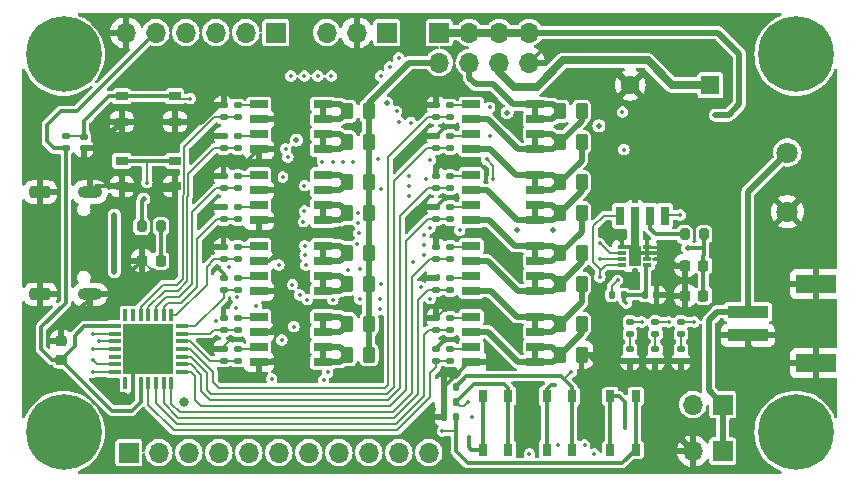
<source format=gbl>
%TF.GenerationSoftware,KiCad,Pcbnew,7.0.10*%
%TF.CreationDate,2024-04-09T11:26:50+02:00*%
%TF.ProjectId,SolarCurveTracer,536f6c61-7243-4757-9276-655472616365,v1.0*%
%TF.SameCoordinates,Original*%
%TF.FileFunction,Copper,L4,Bot*%
%TF.FilePolarity,Positive*%
%FSLAX46Y46*%
G04 Gerber Fmt 4.6, Leading zero omitted, Abs format (unit mm)*
G04 Created by KiCad (PCBNEW 7.0.10) date 2024-04-09 11:26:50*
%MOMM*%
%LPD*%
G01*
G04 APERTURE LIST*
G04 Aperture macros list*
%AMRoundRect*
0 Rectangle with rounded corners*
0 $1 Rounding radius*
0 $2 $3 $4 $5 $6 $7 $8 $9 X,Y pos of 4 corners*
0 Add a 4 corners polygon primitive as box body*
4,1,4,$2,$3,$4,$5,$6,$7,$8,$9,$2,$3,0*
0 Add four circle primitives for the rounded corners*
1,1,$1+$1,$2,$3*
1,1,$1+$1,$4,$5*
1,1,$1+$1,$6,$7*
1,1,$1+$1,$8,$9*
0 Add four rect primitives between the rounded corners*
20,1,$1+$1,$2,$3,$4,$5,0*
20,1,$1+$1,$4,$5,$6,$7,0*
20,1,$1+$1,$6,$7,$8,$9,0*
20,1,$1+$1,$8,$9,$2,$3,0*%
G04 Aperture macros list end*
%TA.AperFunction,ComponentPad*%
%ADD10O,2.100000X1.000000*%
%TD*%
%TA.AperFunction,ComponentPad*%
%ADD11RoundRect,0.250000X-0.650000X0.250000X-0.650000X-0.250000X0.650000X-0.250000X0.650000X0.250000X0*%
%TD*%
%TA.AperFunction,ComponentPad*%
%ADD12C,6.400000*%
%TD*%
%TA.AperFunction,SMDPad,CuDef*%
%ADD13RoundRect,0.135000X-0.135000X-0.185000X0.135000X-0.185000X0.135000X0.185000X-0.135000X0.185000X0*%
%TD*%
%TA.AperFunction,SMDPad,CuDef*%
%ADD14RoundRect,0.147500X0.172500X-0.147500X0.172500X0.147500X-0.172500X0.147500X-0.172500X-0.147500X0*%
%TD*%
%TA.AperFunction,SMDPad,CuDef*%
%ADD15RoundRect,0.250000X-0.262500X-0.450000X0.262500X-0.450000X0.262500X0.450000X-0.262500X0.450000X0*%
%TD*%
%TA.AperFunction,SMDPad,CuDef*%
%ADD16RoundRect,0.135000X-0.185000X0.135000X-0.185000X-0.135000X0.185000X-0.135000X0.185000X0.135000X0*%
%TD*%
%TA.AperFunction,ComponentPad*%
%ADD17C,1.803400*%
%TD*%
%TA.AperFunction,ComponentPad*%
%ADD18R,1.700000X1.700000*%
%TD*%
%TA.AperFunction,ComponentPad*%
%ADD19O,1.700000X1.700000*%
%TD*%
%TA.AperFunction,SMDPad,CuDef*%
%ADD20RoundRect,0.225000X0.250000X-0.225000X0.250000X0.225000X-0.250000X0.225000X-0.250000X-0.225000X0*%
%TD*%
%TA.AperFunction,SMDPad,CuDef*%
%ADD21R,0.750000X1.000000*%
%TD*%
%TA.AperFunction,SMDPad,CuDef*%
%ADD22RoundRect,0.250000X0.262500X0.450000X-0.262500X0.450000X-0.262500X-0.450000X0.262500X-0.450000X0*%
%TD*%
%TA.AperFunction,SMDPad,CuDef*%
%ADD23RoundRect,0.225000X0.225000X0.250000X-0.225000X0.250000X-0.225000X-0.250000X0.225000X-0.250000X0*%
%TD*%
%TA.AperFunction,SMDPad,CuDef*%
%ADD24R,1.525000X0.700000*%
%TD*%
%TA.AperFunction,SMDPad,CuDef*%
%ADD25RoundRect,0.135000X0.185000X-0.135000X0.185000X0.135000X-0.185000X0.135000X-0.185000X-0.135000X0*%
%TD*%
%TA.AperFunction,ComponentPad*%
%ADD26R,1.600000X1.600000*%
%TD*%
%TA.AperFunction,ComponentPad*%
%ADD27C,1.600000*%
%TD*%
%TA.AperFunction,SMDPad,CuDef*%
%ADD28R,0.350000X1.050000*%
%TD*%
%TA.AperFunction,SMDPad,CuDef*%
%ADD29R,1.050000X0.350000*%
%TD*%
%TA.AperFunction,SMDPad,CuDef*%
%ADD30R,4.200000X4.200000*%
%TD*%
%TA.AperFunction,SMDPad,CuDef*%
%ADD31RoundRect,0.218750X-0.218750X-0.256250X0.218750X-0.256250X0.218750X0.256250X-0.218750X0.256250X0*%
%TD*%
%TA.AperFunction,SMDPad,CuDef*%
%ADD32R,1.000000X0.750000*%
%TD*%
%TA.AperFunction,SMDPad,CuDef*%
%ADD33R,0.700000X1.600000*%
%TD*%
%TA.AperFunction,SMDPad,CuDef*%
%ADD34RoundRect,0.200000X0.200000X0.275000X-0.200000X0.275000X-0.200000X-0.275000X0.200000X-0.275000X0*%
%TD*%
%TA.AperFunction,SMDPad,CuDef*%
%ADD35RoundRect,0.140000X-0.170000X0.140000X-0.170000X-0.140000X0.170000X-0.140000X0.170000X0.140000X0*%
%TD*%
%TA.AperFunction,SMDPad,CuDef*%
%ADD36R,0.700000X0.300000*%
%TD*%
%TA.AperFunction,SMDPad,CuDef*%
%ADD37R,1.000000X1.700000*%
%TD*%
%TA.AperFunction,SMDPad,CuDef*%
%ADD38RoundRect,0.140000X-0.140000X-0.170000X0.140000X-0.170000X0.140000X0.170000X-0.140000X0.170000X0*%
%TD*%
%TA.AperFunction,SMDPad,CuDef*%
%ADD39R,3.505200X0.990600*%
%TD*%
%TA.AperFunction,SMDPad,CuDef*%
%ADD40R,3.403600X1.498600*%
%TD*%
%TA.AperFunction,ViaPad*%
%ADD41C,0.350000*%
%TD*%
%TA.AperFunction,ViaPad*%
%ADD42C,0.500000*%
%TD*%
%TA.AperFunction,ViaPad*%
%ADD43C,0.800000*%
%TD*%
%TA.AperFunction,Conductor*%
%ADD44C,0.200000*%
%TD*%
%TA.AperFunction,Conductor*%
%ADD45C,0.300000*%
%TD*%
%TA.AperFunction,Conductor*%
%ADD46C,0.500000*%
%TD*%
%TA.AperFunction,Conductor*%
%ADD47C,0.700000*%
%TD*%
G04 APERTURE END LIST*
D10*
%TO.P,J101,SH1,SHELL_GND*%
%TO.N,GND*%
X120512000Y-98230000D03*
%TO.P,J101,SH2,SHELL_GND__1*%
X120512000Y-106870000D03*
D11*
%TO.P,J101,SH3,SHELL_GND__2*%
X116332000Y-98230000D03*
%TO.P,J101,SH4,SHELL_GND__3*%
X116332000Y-106870000D03*
%TD*%
D12*
%TO.P,H2,1,1*%
%TO.N,unconnected-(H2-Pad1)*%
X118300000Y-86550000D03*
%TD*%
%TO.P,H4,1,1*%
%TO.N,unconnected-(H4-Pad1)*%
X180300000Y-86550000D03*
%TD*%
%TO.P,H3,1,1*%
%TO.N,unconnected-(H3-Pad1)*%
X118300000Y-118550000D03*
%TD*%
%TO.P,H1,1,1*%
%TO.N,unconnected-(H1-Pad1)*%
X180300000Y-118550000D03*
%TD*%
D13*
%TO.P,R211,1*%
%TO.N,GND*%
X150493000Y-114681000D03*
%TO.P,R211,2*%
%TO.N,/RP2040/MCU_GPIO12*%
X151513000Y-114681000D03*
%TD*%
D14*
%TO.P,D203,1,K*%
%TO.N,Net-(D203-K)*%
X166243000Y-110213000D03*
%TO.P,D203,2,A*%
%TO.N,/RP2040/MCU_GPIO25*%
X166243000Y-109243000D03*
%TD*%
D15*
%TO.P,RLS3,1*%
%TO.N,/LoadCircuit/Rs2_O*%
X160328500Y-99979000D03*
%TO.P,RLS3,2*%
%TO.N,/LoadCircuit/Rs3_O*%
X162153500Y-99979000D03*
%TD*%
D16*
%TO.P,R620,1*%
%TO.N,/LoadCircuit/GateSer3*%
X151041000Y-99469000D03*
%TO.P,R620,2*%
%TO.N,/SerRes3*%
X151041000Y-100489000D03*
%TD*%
D15*
%TO.P,RLS6,1*%
%TO.N,/LoadCircuit/Rs5_O*%
X160328500Y-109379000D03*
%TO.P,RLS6,2*%
%TO.N,/LoadCircuit/Rs6_O*%
X162153500Y-109379000D03*
%TD*%
D16*
%TO.P,R627,1*%
%TO.N,GND*%
X149841000Y-96869000D03*
%TO.P,R627,2*%
%TO.N,/SerRes2*%
X149841000Y-97889000D03*
%TD*%
%TO.P,R614,1*%
%TO.N,GND*%
X131841000Y-105469000D03*
%TO.P,R614,2*%
%TO.N,/ParRes5*%
X131841000Y-106489000D03*
%TD*%
D17*
%TO.P,J002,1,1*%
%TO.N,/PV_POS*%
X179578000Y-94869000D03*
%TO.P,J002,2,2*%
%TO.N,GND*%
X179578000Y-99869000D03*
%TD*%
D18*
%TO.P,J005,1,Pin_1*%
%TO.N,/PV_POS*%
X174117000Y-120142000D03*
D19*
%TO.P,J005,2,Pin_2*%
%TO.N,GND*%
X171577000Y-120142000D03*
%TD*%
D16*
%TO.P,R615,1*%
%TO.N,GND*%
X131841000Y-108869000D03*
%TO.P,R615,2*%
%TO.N,/ParRes6*%
X131841000Y-109889000D03*
%TD*%
%TO.P,R630,1*%
%TO.N,GND*%
X149841000Y-105469000D03*
%TO.P,R630,2*%
%TO.N,/SerRes5*%
X149841000Y-106489000D03*
%TD*%
D20*
%TO.P,C701,1*%
%TO.N,+3.3V*%
X118110000Y-112408000D03*
%TO.P,C701,2*%
%TO.N,GND*%
X118110000Y-110858000D03*
%TD*%
D21*
%TO.P,S203,1,1*%
%TO.N,+3.3V*%
X164592000Y-120015000D03*
%TO.P,S203,2,2*%
X164592000Y-115515000D03*
%TO.P,S203,3,3*%
%TO.N,/RP2040/MCU_GPIO11*%
X166742000Y-115515000D03*
%TO.P,S203,4,4*%
X166742000Y-120015000D03*
%TD*%
D16*
%TO.P,R607,1*%
%TO.N,/LoadCircuit/GatePar6*%
X133041000Y-108869000D03*
%TO.P,R607,2*%
%TO.N,/ParRes6*%
X133041000Y-109889000D03*
%TD*%
D22*
%TO.P,RLP2,1*%
%TO.N,/LOAD_IN1*%
X144153500Y-97379000D03*
%TO.P,RLP2,2*%
%TO.N,Net-(Q602-D2_1)*%
X142328500Y-97379000D03*
%TD*%
D18*
%TO.P,J202,1,Pin_1*%
%TO.N,/RP2040/MCU_ADC0*%
X136271000Y-84709000D03*
D19*
%TO.P,J202,2,Pin_2*%
%TO.N,/RP2040/MCU_ADC1*%
X133731000Y-84709000D03*
%TO.P,J202,3,Pin_3*%
%TO.N,/RP2040/MCU_ADC2*%
X131191000Y-84709000D03*
%TO.P,J202,4,Pin_4*%
%TO.N,/GPIO29{slash}ADC3*%
X128651000Y-84709000D03*
%TO.P,J202,5,Pin_5*%
%TO.N,+3.3V*%
X126111000Y-84709000D03*
%TO.P,J202,6,Pin_6*%
%TO.N,GND*%
X123571000Y-84709000D03*
%TD*%
D23*
%TO.P,C502,1*%
%TO.N,+3.3V*%
X172479000Y-106984800D03*
%TO.P,C502,2*%
%TO.N,GND*%
X170929000Y-106984800D03*
%TD*%
D16*
%TO.P,R612,1*%
%TO.N,GND*%
X131841000Y-99469000D03*
%TO.P,R612,2*%
%TO.N,/ParRes3*%
X131841000Y-100489000D03*
%TD*%
%TO.P,R609,1*%
%TO.N,GND*%
X131841000Y-90869000D03*
%TO.P,R609,2*%
%TO.N,/ParRes0*%
X131841000Y-91889000D03*
%TD*%
%TO.P,R611,1*%
%TO.N,GND*%
X131841000Y-96869000D03*
%TO.P,R611,2*%
%TO.N,/ParRes2*%
X131841000Y-97889000D03*
%TD*%
%TO.P,R625,1*%
%TO.N,GND*%
X149841000Y-90869000D03*
%TO.P,R625,2*%
%TO.N,/SerRes0*%
X149841000Y-91889000D03*
%TD*%
%TO.P,R622,1*%
%TO.N,/LoadCircuit/GateSer5*%
X151041000Y-105469000D03*
%TO.P,R622,2*%
%TO.N,/SerRes5*%
X151041000Y-106489000D03*
%TD*%
D24*
%TO.P,Q608,1,S1*%
%TO.N,GND*%
X152829000Y-112584000D03*
%TO.P,Q608,2,G1*%
%TO.N,/LoadCircuit/GateSer7*%
X152829000Y-111314000D03*
%TO.P,Q608,3,S2*%
%TO.N,/LoadCircuit/Rs6_O*%
X152829000Y-110044000D03*
%TO.P,Q608,4,G2*%
%TO.N,/LoadCircuit/GateSer6*%
X152829000Y-108774000D03*
%TO.P,Q608,5,D2_1*%
%TO.N,/LoadCircuit/Rs5_O*%
X158253000Y-108774000D03*
%TO.P,Q608,6,D2_2*%
X158253000Y-110044000D03*
%TO.P,Q608,7,D1_1*%
%TO.N,/LoadCircuit/Rs6_O*%
X158253000Y-111314000D03*
%TO.P,Q608,8,D1_2*%
X158253000Y-112584000D03*
%TD*%
%TO.P,Q605,1,S1*%
%TO.N,/LoadCircuit/Rs1_O*%
X152829000Y-94584000D03*
%TO.P,Q605,2,G1*%
%TO.N,/LoadCircuit/GateSer1*%
X152829000Y-93314000D03*
%TO.P,Q605,3,S2*%
%TO.N,/LoadCircuit/Rs0_O*%
X152829000Y-92044000D03*
%TO.P,Q605,4,G2*%
%TO.N,/LoadCircuit/GateSer0*%
X152829000Y-90774000D03*
%TO.P,Q605,5,D2_1*%
%TO.N,/LOAD_IN2*%
X158253000Y-90774000D03*
%TO.P,Q605,6,D2_2*%
X158253000Y-92044000D03*
%TO.P,Q605,7,D1_1*%
%TO.N,/LoadCircuit/Rs0_O*%
X158253000Y-93314000D03*
%TO.P,Q605,8,D1_2*%
X158253000Y-94584000D03*
%TD*%
D25*
%TO.P,R204,1*%
%TO.N,GND*%
X170561000Y-112524000D03*
%TO.P,R204,2*%
%TO.N,Net-(D201-K)*%
X170561000Y-111504000D03*
%TD*%
D23*
%TO.P,C501,1*%
%TO.N,+3.3V*%
X172479000Y-104444800D03*
%TO.P,C501,2*%
%TO.N,GND*%
X170929000Y-104444800D03*
%TD*%
D16*
%TO.P,R605,1*%
%TO.N,/LoadCircuit/GatePar4*%
X133041000Y-102869000D03*
%TO.P,R605,2*%
%TO.N,/ParRes4*%
X133041000Y-103889000D03*
%TD*%
D25*
%TO.P,R207,1*%
%TO.N,+3.3V*%
X118491000Y-94518000D03*
%TO.P,R207,2*%
%TO.N,/RP2040/MCU_RUN*%
X118491000Y-93498000D03*
%TD*%
D16*
%TO.P,R610,1*%
%TO.N,GND*%
X131841000Y-93469000D03*
%TO.P,R610,2*%
%TO.N,/ParRes1*%
X131841000Y-94489000D03*
%TD*%
D18*
%TO.P,J201,1,Pin_1*%
%TO.N,/RP2040/SWCLK*%
X145654000Y-84709000D03*
D19*
%TO.P,J201,2,Pin_2*%
%TO.N,GND*%
X143114000Y-84709000D03*
%TO.P,J201,3,Pin_3*%
%TO.N,/RP2040/SWDIO*%
X140574000Y-84709000D03*
%TD*%
D26*
%TO.P,SC01,1*%
%TO.N,/LOAD_IN3*%
X173072000Y-89154000D03*
D27*
%TO.P,SC01,2*%
%TO.N,GND*%
X166272000Y-89154000D03*
%TD*%
D16*
%TO.P,R617,1*%
%TO.N,/LoadCircuit/GateSer0*%
X151041000Y-90869000D03*
%TO.P,R617,2*%
%TO.N,/SerRes0*%
X151041000Y-91889000D03*
%TD*%
%TO.P,R631,1*%
%TO.N,GND*%
X149841000Y-108869000D03*
%TO.P,R631,2*%
%TO.N,/SerRes6*%
X149841000Y-109889000D03*
%TD*%
D24*
%TO.P,Q603,1,S1*%
%TO.N,GND*%
X134829000Y-106584000D03*
%TO.P,Q603,2,G1*%
%TO.N,/LoadCircuit/GatePar5*%
X134829000Y-105314000D03*
%TO.P,Q603,3,S2*%
%TO.N,GND*%
X134829000Y-104044000D03*
%TO.P,Q603,4,G2*%
%TO.N,/LoadCircuit/GatePar4*%
X134829000Y-102774000D03*
%TO.P,Q603,5,D2_1*%
%TO.N,Net-(Q603-D2_1)*%
X140253000Y-102774000D03*
%TO.P,Q603,6,D2_2*%
X140253000Y-104044000D03*
%TO.P,Q603,7,D1_1*%
%TO.N,Net-(Q603-D1_1)*%
X140253000Y-105314000D03*
%TO.P,Q603,8,D1_2*%
X140253000Y-106584000D03*
%TD*%
D16*
%TO.P,R613,1*%
%TO.N,GND*%
X131841000Y-102869000D03*
%TO.P,R613,2*%
%TO.N,/ParRes4*%
X131841000Y-103889000D03*
%TD*%
%TO.P,R604,1*%
%TO.N,/LoadCircuit/GatePar3*%
X133041000Y-99469000D03*
%TO.P,R604,2*%
%TO.N,/ParRes3*%
X133041000Y-100489000D03*
%TD*%
D21*
%TO.P,S204,1,1*%
%TO.N,+3.3V*%
X159199000Y-120008000D03*
%TO.P,S204,2,2*%
X159199000Y-115508000D03*
%TO.P,S204,3,3*%
%TO.N,/RP2040/MCU_GPIO12*%
X161349000Y-115508000D03*
%TO.P,S204,4,4*%
X161349000Y-120008000D03*
%TD*%
D22*
%TO.P,RLP5,1*%
%TO.N,/LOAD_IN1*%
X144153500Y-105979000D03*
%TO.P,RLP5,2*%
%TO.N,Net-(Q603-D1_1)*%
X142328500Y-105979000D03*
%TD*%
D21*
%TO.P,S205,1,1*%
%TO.N,+3.3V*%
X153797000Y-120015000D03*
%TO.P,S205,2,2*%
X153797000Y-115515000D03*
%TO.P,S205,3,3*%
%TO.N,/RP2040/MCU_GPIO13*%
X155947000Y-115515000D03*
%TO.P,S205,4,4*%
X155947000Y-120015000D03*
%TD*%
D16*
%TO.P,R632,1*%
%TO.N,GND*%
X149841000Y-111469000D03*
%TO.P,R632,2*%
%TO.N,/SerRes7*%
X149841000Y-112489000D03*
%TD*%
D25*
%TO.P,R205,1*%
%TO.N,GND*%
X168402000Y-112524000D03*
%TO.P,R205,2*%
%TO.N,Net-(D202-K)*%
X168402000Y-111504000D03*
%TD*%
D16*
%TO.P,R601,1*%
%TO.N,/LoadCircuit/GatePar0*%
X133041000Y-90869000D03*
%TO.P,R601,2*%
%TO.N,/ParRes0*%
X133041000Y-91889000D03*
%TD*%
D14*
%TO.P,D202,1,K*%
%TO.N,Net-(D202-K)*%
X168402000Y-110213000D03*
%TO.P,D202,2,A*%
%TO.N,/RP2040/MCU_GPIO24*%
X168402000Y-109243000D03*
%TD*%
D15*
%TO.P,RLS0,1*%
%TO.N,/LOAD_IN2*%
X160328500Y-91379000D03*
%TO.P,RLS0,2*%
%TO.N,/LoadCircuit/Rs0_O*%
X162153500Y-91379000D03*
%TD*%
D22*
%TO.P,RLP0,1*%
%TO.N,/LOAD_IN1*%
X144153500Y-91379000D03*
%TO.P,RLP0,2*%
%TO.N,Net-(Q601-D2_1)*%
X142328500Y-91379000D03*
%TD*%
D18*
%TO.P,J203,1,Pin_1*%
%TO.N,/RP2040/MCU_GPIO0*%
X123825000Y-120269000D03*
D19*
%TO.P,J203,2,Pin_2*%
%TO.N,/RP2040/MCU_GPIO1*%
X126365000Y-120269000D03*
%TO.P,J203,3,Pin_3*%
%TO.N,/RP2040/MCU_GPIO2*%
X128905000Y-120269000D03*
%TO.P,J203,4,Pin_4*%
%TO.N,/RP2040/MCU_GPIO3*%
X131445000Y-120269000D03*
%TO.P,J203,5,Pin_5*%
%TO.N,/RP2040/MCU_GPIO4*%
X133985000Y-120269000D03*
%TO.P,J203,6,Pin_6*%
%TO.N,/RP2040/MCU_GPIO5*%
X136525000Y-120269000D03*
%TO.P,J203,7,Pin_7*%
%TO.N,/RP2040/MCU_GPIO6*%
X139065000Y-120269000D03*
%TO.P,J203,8,Pin_8*%
%TO.N,/RP2040/MCU_GPIO7*%
X141605000Y-120269000D03*
%TO.P,J203,9,Pin_9*%
%TO.N,/RP2040/MCU_GPIO8*%
X144145000Y-120269000D03*
%TO.P,J203,10,Pin_10*%
%TO.N,/RP2040/MCU_GPIO9*%
X146685000Y-120269000D03*
%TO.P,J203,11,Pin_11*%
%TO.N,/RP2040/MCU_GPIO10*%
X149225000Y-120269000D03*
%TD*%
D28*
%TO.P,IC701,1,GPB4*%
%TO.N,/SerRes4*%
X127426000Y-114356000D03*
%TO.P,IC701,2,GPB5*%
%TO.N,/SerRes5*%
X126776000Y-114356000D03*
%TO.P,IC701,3,GPB6*%
%TO.N,/SerRes6*%
X126126000Y-114356000D03*
%TO.P,IC701,4,GPB7*%
%TO.N,/SerRes7*%
X125476000Y-114356000D03*
%TO.P,IC701,5,VDD*%
%TO.N,+3.3V*%
X124826000Y-114356000D03*
%TO.P,IC701,6,VSS*%
%TO.N,GND*%
X124176000Y-114356000D03*
%TO.P,IC701,7,NC_1*%
%TO.N,unconnected-(IC701-NC_1-Pad7)*%
X123526000Y-114356000D03*
D29*
%TO.P,IC701,8,SCL*%
%TO.N,/GPIO21{slash}I2C0_SCL*%
X122626000Y-113456000D03*
%TO.P,IC701,9,SDA*%
%TO.N,/GPIO20{slash}I2C0_SDA*%
X122626000Y-112806000D03*
%TO.P,IC701,10,NC_2*%
%TO.N,unconnected-(IC701-NC_2-Pad10)*%
X122626000Y-112156000D03*
%TO.P,IC701,11,A0*%
%TO.N,/MCP_A0*%
X122626000Y-111506000D03*
%TO.P,IC701,12,A1*%
%TO.N,/MCP_A1*%
X122626000Y-110856000D03*
%TO.P,IC701,13,A2*%
%TO.N,/MCP_A2*%
X122626000Y-110206000D03*
%TO.P,IC701,14,~{RESET}*%
%TO.N,+3.3V*%
X122626000Y-109556000D03*
D28*
%TO.P,IC701,15,INTB*%
%TO.N,unconnected-(IC701-INTB-Pad15)*%
X123526000Y-108656000D03*
%TO.P,IC701,16,INTA*%
%TO.N,unconnected-(IC701-INTA-Pad16)*%
X124176000Y-108656000D03*
%TO.P,IC701,17,GPA0*%
%TO.N,/ParRes0*%
X124826000Y-108656000D03*
%TO.P,IC701,18,GPA1*%
%TO.N,/ParRes1*%
X125476000Y-108656000D03*
%TO.P,IC701,19,GPA2*%
%TO.N,/ParRes2*%
X126126000Y-108656000D03*
%TO.P,IC701,20,GPA3*%
%TO.N,/ParRes3*%
X126776000Y-108656000D03*
%TO.P,IC701,21,GPA4*%
%TO.N,/ParRes4*%
X127426000Y-108656000D03*
D29*
%TO.P,IC701,22,GPA5*%
%TO.N,/ParRes5*%
X128326000Y-109556000D03*
%TO.P,IC701,23,GPA6*%
%TO.N,/ParRes6*%
X128326000Y-110206000D03*
%TO.P,IC701,24,GPA7*%
%TO.N,/ParRes7*%
X128326000Y-110856000D03*
%TO.P,IC701,25,GPB0*%
%TO.N,/SerRes0*%
X128326000Y-111506000D03*
%TO.P,IC701,26,GPB1*%
%TO.N,/SerRes1*%
X128326000Y-112156000D03*
%TO.P,IC701,27,GPB2*%
%TO.N,/SerRes2*%
X128326000Y-112806000D03*
%TO.P,IC701,28,GPB3*%
%TO.N,/SerRes3*%
X128326000Y-113456000D03*
D30*
%TO.P,IC701,29,EP*%
%TO.N,GND*%
X125476000Y-111506000D03*
%TD*%
D31*
%TO.P,ON1,1,K*%
%TO.N,GND*%
X124942500Y-104013000D03*
%TO.P,ON1,2,A*%
%TO.N,Net-(ON1-A)*%
X126517500Y-104013000D03*
%TD*%
D32*
%TO.P,S201,1,1*%
%TO.N,GND*%
X127726000Y-92261000D03*
%TO.P,S201,2,2*%
X123226000Y-92261000D03*
%TO.P,S201,3,3*%
%TO.N,/RP2040/MCU_RUN*%
X123226000Y-90111000D03*
%TO.P,S201,4,4*%
X127726000Y-90111000D03*
%TD*%
D16*
%TO.P,R629,1*%
%TO.N,GND*%
X149841000Y-102869000D03*
%TO.P,R629,2*%
%TO.N,/SerRes4*%
X149841000Y-103889000D03*
%TD*%
%TO.P,R608,1*%
%TO.N,/LoadCircuit/GatePar7*%
X133041000Y-111469000D03*
%TO.P,R608,2*%
%TO.N,/ParRes7*%
X133041000Y-112489000D03*
%TD*%
%TO.P,R603,1*%
%TO.N,/LoadCircuit/GatePar2*%
X133041000Y-96869000D03*
%TO.P,R603,2*%
%TO.N,/ParRes2*%
X133041000Y-97889000D03*
%TD*%
D33*
%TO.P,IC501,1,SCL*%
%TO.N,/GPIO21{slash}I2C0_SCL*%
X169216000Y-100203000D03*
%TO.P,IC501,2,VDD*%
%TO.N,Net-(IC501-VDD)*%
X167946000Y-100203000D03*
%TO.P,IC501,3,GND*%
%TO.N,GND*%
X166676000Y-100203000D03*
%TO.P,IC501,4,SDA*%
%TO.N,/GPIO20{slash}I2C0_SDA*%
X165406000Y-100203000D03*
%TD*%
D22*
%TO.P,RLP7,1*%
%TO.N,/LOAD_IN1*%
X144153500Y-111979000D03*
%TO.P,RLP7,2*%
%TO.N,Net-(Q604-D1_1)*%
X142328500Y-111979000D03*
%TD*%
D24*
%TO.P,Q602,1,S1*%
%TO.N,GND*%
X134829000Y-100584000D03*
%TO.P,Q602,2,G1*%
%TO.N,/LoadCircuit/GatePar3*%
X134829000Y-99314000D03*
%TO.P,Q602,3,S2*%
%TO.N,GND*%
X134829000Y-98044000D03*
%TO.P,Q602,4,G2*%
%TO.N,/LoadCircuit/GatePar2*%
X134829000Y-96774000D03*
%TO.P,Q602,5,D2_1*%
%TO.N,Net-(Q602-D2_1)*%
X140253000Y-96774000D03*
%TO.P,Q602,6,D2_2*%
X140253000Y-98044000D03*
%TO.P,Q602,7,D1_1*%
%TO.N,Net-(Q602-D1_1)*%
X140253000Y-99314000D03*
%TO.P,Q602,8,D1_2*%
X140253000Y-100584000D03*
%TD*%
D16*
%TO.P,R618,1*%
%TO.N,/LoadCircuit/GateSer1*%
X151041000Y-93469000D03*
%TO.P,R618,2*%
%TO.N,/SerRes1*%
X151041000Y-94489000D03*
%TD*%
D13*
%TO.P,R210,1*%
%TO.N,GND*%
X150493000Y-117221000D03*
%TO.P,R210,2*%
%TO.N,/RP2040/MCU_GPIO11*%
X151513000Y-117221000D03*
%TD*%
D15*
%TO.P,RLS5,1*%
%TO.N,/LoadCircuit/Rs4_O*%
X160328500Y-105979000D03*
%TO.P,RLS5,2*%
%TO.N,/LoadCircuit/Rs5_O*%
X162153500Y-105979000D03*
%TD*%
D16*
%TO.P,R606,1*%
%TO.N,/LoadCircuit/GatePar5*%
X133041000Y-105469000D03*
%TO.P,R606,2*%
%TO.N,/ParRes5*%
X133041000Y-106489000D03*
%TD*%
D13*
%TO.P,R212,1*%
%TO.N,GND*%
X150493000Y-115951000D03*
%TO.P,R212,2*%
%TO.N,/RP2040/MCU_GPIO13*%
X151513000Y-115951000D03*
%TD*%
D16*
%TO.P,R619,1*%
%TO.N,/LoadCircuit/GateSer2*%
X151041000Y-96869000D03*
%TO.P,R619,2*%
%TO.N,/SerRes2*%
X151041000Y-97889000D03*
%TD*%
%TO.P,R623,1*%
%TO.N,/LoadCircuit/GateSer6*%
X151041000Y-108869000D03*
%TO.P,R623,2*%
%TO.N,/SerRes6*%
X151041000Y-109889000D03*
%TD*%
D34*
%TO.P,R501,1*%
%TO.N,+3.3V*%
X172529000Y-101801000D03*
%TO.P,R501,2*%
%TO.N,Net-(IC501-VDD)*%
X170879000Y-101801000D03*
%TD*%
D16*
%TO.P,R616,1*%
%TO.N,GND*%
X131841000Y-111469000D03*
%TO.P,R616,2*%
%TO.N,/ParRes7*%
X131841000Y-112489000D03*
%TD*%
D24*
%TO.P,Q601,1,S1*%
%TO.N,GND*%
X134829000Y-94584000D03*
%TO.P,Q601,2,G1*%
%TO.N,/LoadCircuit/GatePar1*%
X134829000Y-93314000D03*
%TO.P,Q601,3,S2*%
%TO.N,GND*%
X134829000Y-92044000D03*
%TO.P,Q601,4,G2*%
%TO.N,/LoadCircuit/GatePar0*%
X134829000Y-90774000D03*
%TO.P,Q601,5,D2_1*%
%TO.N,Net-(Q601-D2_1)*%
X140253000Y-90774000D03*
%TO.P,Q601,6,D2_2*%
X140253000Y-92044000D03*
%TO.P,Q601,7,D1_1*%
%TO.N,Net-(Q601-D1_1)*%
X140253000Y-93314000D03*
%TO.P,Q601,8,D1_2*%
X140253000Y-94584000D03*
%TD*%
D14*
%TO.P,D201,1,K*%
%TO.N,Net-(D201-K)*%
X170561000Y-110213000D03*
%TO.P,D201,2,A*%
%TO.N,/RP2040/MCU_GPIO23*%
X170561000Y-109243000D03*
%TD*%
D15*
%TO.P,RLS2,1*%
%TO.N,/LoadCircuit/Rs1_O*%
X160328500Y-97379000D03*
%TO.P,RLS2,2*%
%TO.N,/LoadCircuit/Rs2_O*%
X162153500Y-97379000D03*
%TD*%
D16*
%TO.P,R628,1*%
%TO.N,GND*%
X149841000Y-99469000D03*
%TO.P,R628,2*%
%TO.N,/SerRes3*%
X149841000Y-100489000D03*
%TD*%
D15*
%TO.P,RLS1,1*%
%TO.N,/LoadCircuit/Rs0_O*%
X160328500Y-93979000D03*
%TO.P,RLS1,2*%
%TO.N,/LoadCircuit/Rs1_O*%
X162153500Y-93979000D03*
%TD*%
D16*
%TO.P,R624,1*%
%TO.N,/LoadCircuit/GateSer7*%
X151041000Y-111469000D03*
%TO.P,R624,2*%
%TO.N,/SerRes7*%
X151041000Y-112489000D03*
%TD*%
D35*
%TO.P,C213,1*%
%TO.N,/RP2040/MCU_RUN*%
X120015000Y-93528000D03*
%TO.P,C213,2*%
%TO.N,GND*%
X120015000Y-94488000D03*
%TD*%
D15*
%TO.P,RLS4,1*%
%TO.N,/LoadCircuit/Rs3_O*%
X160328500Y-103379000D03*
%TO.P,RLS4,2*%
%TO.N,/LoadCircuit/Rs4_O*%
X162153500Y-103379000D03*
%TD*%
D18*
%TO.P,J004,1,Pin_1*%
%TO.N,/PV_POS*%
X174117000Y-116205000D03*
D19*
%TO.P,J004,2,Pin_2*%
%TO.N,/PAC_SEN2_P*%
X171577000Y-116205000D03*
%TD*%
D16*
%TO.P,R602,1*%
%TO.N,/LoadCircuit/GatePar1*%
X133041000Y-93469000D03*
%TO.P,R602,2*%
%TO.N,/ParRes1*%
X133041000Y-94489000D03*
%TD*%
D22*
%TO.P,RLP1,1*%
%TO.N,/LOAD_IN1*%
X144153500Y-93979000D03*
%TO.P,RLP1,2*%
%TO.N,Net-(Q601-D1_1)*%
X142328500Y-93979000D03*
%TD*%
D24*
%TO.P,Q604,1,S1*%
%TO.N,GND*%
X134829000Y-112584000D03*
%TO.P,Q604,2,G1*%
%TO.N,/LoadCircuit/GatePar7*%
X134829000Y-111314000D03*
%TO.P,Q604,3,S2*%
%TO.N,GND*%
X134829000Y-110044000D03*
%TO.P,Q604,4,G2*%
%TO.N,/LoadCircuit/GatePar6*%
X134829000Y-108774000D03*
%TO.P,Q604,5,D2_1*%
%TO.N,Net-(Q604-D2_1)*%
X140253000Y-108774000D03*
%TO.P,Q604,6,D2_2*%
X140253000Y-110044000D03*
%TO.P,Q604,7,D1_1*%
%TO.N,Net-(Q604-D1_1)*%
X140253000Y-111314000D03*
%TO.P,Q604,8,D1_2*%
X140253000Y-112584000D03*
%TD*%
D16*
%TO.P,R626,1*%
%TO.N,GND*%
X149841000Y-93469000D03*
%TO.P,R626,2*%
%TO.N,/SerRes1*%
X149841000Y-94489000D03*
%TD*%
D36*
%TO.P,IC502,1,SDA*%
%TO.N,/GPIO20{slash}I2C0_SDA*%
X165608000Y-104394000D03*
%TO.P,IC502,2,SCL*%
%TO.N,/GPIO21{slash}I2C0_SCL*%
X165608000Y-103894000D03*
%TO.P,IC502,3,ALERT*%
%TO.N,/TMP_ALERT*%
X165608000Y-103394000D03*
%TO.P,IC502,4,GND*%
%TO.N,GND*%
X165608000Y-102894000D03*
%TO.P,IC502,5,A2*%
X167708000Y-102894000D03*
%TO.P,IC502,6,A1*%
X167708000Y-103394000D03*
%TO.P,IC502,7,A0*%
X167708000Y-103894000D03*
%TO.P,IC502,8,V+*%
%TO.N,+3.3V*%
X167708000Y-104394000D03*
D37*
%TO.P,IC502,9,EP*%
%TO.N,GND*%
X166658000Y-103644000D03*
%TD*%
D38*
%TO.P,C503,1*%
%TO.N,+3.3V*%
X167541000Y-106934000D03*
%TO.P,C503,2*%
%TO.N,GND*%
X168501000Y-106934000D03*
%TD*%
D22*
%TO.P,RLP4,1*%
%TO.N,/LOAD_IN1*%
X144153500Y-103379000D03*
%TO.P,RLP4,2*%
%TO.N,Net-(Q603-D2_1)*%
X142328500Y-103379000D03*
%TD*%
D32*
%TO.P,S202,1,1*%
%TO.N,GND*%
X127726000Y-97722000D03*
%TO.P,S202,2,2*%
X123226000Y-97722000D03*
%TO.P,S202,3,3*%
%TO.N,Net-(R208-Pad1)*%
X123226000Y-95572000D03*
%TO.P,S202,4,4*%
X127726000Y-95572000D03*
%TD*%
D15*
%TO.P,RLS7,1*%
%TO.N,/LoadCircuit/Rs6_O*%
X160328500Y-111979000D03*
%TO.P,RLS7,2*%
%TO.N,GND*%
X162153500Y-111979000D03*
%TD*%
D34*
%TO.P,R104,1*%
%TO.N,Net-(ON1-A)*%
X126555000Y-101092000D03*
%TO.P,R104,2*%
%TO.N,/PAC_SEN3_P*%
X124905000Y-101092000D03*
%TD*%
D16*
%TO.P,R621,1*%
%TO.N,/LoadCircuit/GateSer4*%
X151041000Y-102869000D03*
%TO.P,R621,2*%
%TO.N,/SerRes4*%
X151041000Y-103889000D03*
%TD*%
D22*
%TO.P,RLP3,1*%
%TO.N,/LOAD_IN1*%
X144153500Y-99979000D03*
%TO.P,RLP3,2*%
%TO.N,Net-(Q602-D1_1)*%
X142328500Y-99979000D03*
%TD*%
%TO.P,RLP6,1*%
%TO.N,/LOAD_IN1*%
X144153500Y-109379000D03*
%TO.P,RLP6,2*%
%TO.N,Net-(Q604-D2_1)*%
X142328500Y-109379000D03*
%TD*%
D24*
%TO.P,Q607,1,S1*%
%TO.N,/LoadCircuit/Rs5_O*%
X152829000Y-106584000D03*
%TO.P,Q607,2,G1*%
%TO.N,/LoadCircuit/GateSer5*%
X152829000Y-105314000D03*
%TO.P,Q607,3,S2*%
%TO.N,/LoadCircuit/Rs4_O*%
X152829000Y-104044000D03*
%TO.P,Q607,4,G2*%
%TO.N,/LoadCircuit/GateSer4*%
X152829000Y-102774000D03*
%TO.P,Q607,5,D2_1*%
%TO.N,/LoadCircuit/Rs3_O*%
X158253000Y-102774000D03*
%TO.P,Q607,6,D2_2*%
X158253000Y-104044000D03*
%TO.P,Q607,7,D1_1*%
%TO.N,/LoadCircuit/Rs4_O*%
X158253000Y-105314000D03*
%TO.P,Q607,8,D1_2*%
X158253000Y-106584000D03*
%TD*%
D25*
%TO.P,R206,1*%
%TO.N,GND*%
X166243000Y-112524000D03*
%TO.P,R206,2*%
%TO.N,Net-(D203-K)*%
X166243000Y-111504000D03*
%TD*%
D24*
%TO.P,Q606,1,S1*%
%TO.N,/LoadCircuit/Rs3_O*%
X152829000Y-100584000D03*
%TO.P,Q606,2,G1*%
%TO.N,/LoadCircuit/GateSer3*%
X152829000Y-99314000D03*
%TO.P,Q606,3,S2*%
%TO.N,/LoadCircuit/Rs2_O*%
X152829000Y-98044000D03*
%TO.P,Q606,4,G2*%
%TO.N,/LoadCircuit/GateSer2*%
X152829000Y-96774000D03*
%TO.P,Q606,5,D2_1*%
%TO.N,/LoadCircuit/Rs1_O*%
X158253000Y-96774000D03*
%TO.P,Q606,6,D2_2*%
X158253000Y-98044000D03*
%TO.P,Q606,7,D1_1*%
%TO.N,/LoadCircuit/Rs2_O*%
X158253000Y-99314000D03*
%TO.P,Q606,8,D1_2*%
X158253000Y-100584000D03*
%TD*%
D13*
%TO.P,R003,1*%
%TO.N,/TMP_ALERT*%
X164717000Y-106934000D03*
%TO.P,R003,2*%
%TO.N,+3.3V*%
X165737000Y-106934000D03*
%TD*%
D39*
%TO.P,J003,1,1*%
%TO.N,/PV_POS*%
X176241700Y-108346999D03*
%TO.P,J003,2,2*%
%TO.N,GND*%
X176241700Y-110347001D03*
D40*
%TO.P,J003,3,SHIELD*%
X181991701Y-105996999D03*
%TO.P,J003,4,SHIELD*%
X181991701Y-112697001D03*
%TD*%
D18*
%TO.P,J001,1,Pin_1*%
%TO.N,/LOAD_IN*%
X150114000Y-84709000D03*
D19*
%TO.P,J001,2,Pin_2*%
%TO.N,/LOAD_IN1*%
X150114000Y-87249000D03*
%TO.P,J001,3,Pin_3*%
%TO.N,/LOAD_IN*%
X152654000Y-84709000D03*
%TO.P,J001,4,Pin_4*%
%TO.N,/LOAD_IN2*%
X152654000Y-87249000D03*
%TO.P,J001,5,Pin_5*%
%TO.N,/LOAD_IN*%
X155194000Y-84709000D03*
%TO.P,J001,6,Pin_6*%
%TO.N,/LOAD_IN3*%
X155194000Y-87249000D03*
%TO.P,J001,7,Pin_7*%
%TO.N,/LOAD_IN*%
X157734000Y-84709000D03*
%TO.P,J001,8,Pin_8*%
%TO.N,GND*%
X157734000Y-87249000D03*
%TD*%
D41*
%TO.N,/MCP_A0*%
X120777000Y-111506000D03*
D42*
%TO.N,+3.3V*%
X145669000Y-90678000D03*
X159766000Y-101447600D03*
D41*
X152609000Y-118928600D03*
X132334000Y-104546400D03*
D42*
X163626800Y-92608400D03*
D41*
X154686000Y-97078800D03*
X136855200Y-96926400D03*
X165811200Y-118211600D03*
X151841200Y-101447600D03*
X140309600Y-114147600D03*
X146710400Y-92303600D03*
D42*
X171145200Y-102934000D03*
D41*
X154127200Y-95453200D03*
D42*
X156667200Y-101447600D03*
D43*
X128524000Y-115951000D03*
D42*
X137998200Y-93802200D03*
X155854400Y-91490800D03*
D41*
X159918400Y-114554000D03*
X165938200Y-107619800D03*
X135915400Y-114020600D03*
%TO.N,/MCP_A1*%
X121335800Y-110856000D03*
%TO.N,/MCP_A2*%
X120777000Y-110236000D03*
%TO.N,GND*%
X134823200Y-86055200D03*
X136499600Y-113284000D03*
X129997200Y-97332800D03*
X174091600Y-94792800D03*
X151485600Y-92659200D03*
X164439600Y-101244400D03*
X178816000Y-92583000D03*
D42*
X165252400Y-97078800D03*
D41*
X150469600Y-95707200D03*
D42*
X140716000Y-101473000D03*
D41*
X143205200Y-92405200D03*
X163372800Y-89306400D03*
X127609600Y-105003600D03*
D42*
X141681200Y-101346000D03*
D41*
X119380000Y-103124000D03*
X129946400Y-94284800D03*
X148945600Y-118211600D03*
X173990000Y-102209600D03*
D42*
X139827000Y-101473000D03*
D41*
X160375600Y-92659200D03*
X174498000Y-97663000D03*
X148945600Y-105562400D03*
X132486400Y-85953600D03*
X130302000Y-100025200D03*
X122783600Y-117805200D03*
X146558000Y-95859600D03*
X156768800Y-109778800D03*
X148082000Y-86233000D03*
X144272000Y-113919000D03*
X124561600Y-110794800D03*
X129946400Y-85902800D03*
X122783600Y-115519200D03*
X156972000Y-115824000D03*
X131318000Y-101244400D03*
X140335000Y-118922800D03*
X151587200Y-98653600D03*
X151028400Y-110693200D03*
X174879000Y-112903000D03*
X130200400Y-103886000D03*
X132130800Y-107950000D03*
X142849600Y-118922800D03*
X138303000Y-112395000D03*
X131267200Y-104546400D03*
X151282400Y-88696800D03*
D42*
X168605200Y-85902800D03*
D41*
X150876000Y-101447600D03*
X151079200Y-107645200D03*
X132435600Y-110642400D03*
D42*
X142087600Y-102057200D03*
D41*
X167233600Y-108305600D03*
X133604000Y-95910400D03*
D42*
%TO.N,/PAC_SEN3_P*%
X125095000Y-98806000D03*
D41*
%TO.N,Net-(IC201-XOUT)*%
X145084800Y-107238800D03*
X143147227Y-102637146D03*
%TO.N,/RP2040/MCU_1V1*%
X138607800Y-100711000D03*
X143306800Y-101701600D03*
%TO.N,/RP2040/MCU_RUN*%
X147574000Y-97663000D03*
X129032000Y-90297000D03*
D42*
%TO.N,Net-(D101-A)*%
X122605800Y-100150000D03*
X122605800Y-104950000D03*
D41*
%TO.N,/RP2040/MCU_GPIO0*%
X138303000Y-106934000D03*
%TO.N,/RP2040/MCU_GPIO1*%
X138938000Y-107315000D03*
%TO.N,/RP2040/MCU_GPIO5*%
X141097000Y-107315000D03*
%TO.N,/RP2040/MCU_GPIO6*%
X143357600Y-104724200D03*
%TO.N,/RP2040/MCU_GPIO7*%
X142417800Y-104825800D03*
X140665200Y-113487200D03*
%TO.N,/RP2040/MCU_GPIO10*%
X143357600Y-107264200D03*
%TO.N,/RP2040/MCU_GPIO11*%
X150368000Y-118465600D03*
X145084800Y-108127800D03*
%TO.N,/RP2040/MCU_GPIO12*%
X152857200Y-117271800D03*
X145186400Y-105994200D03*
X161290000Y-113436400D03*
%TO.N,/RP2040/MCU_GPIO13*%
X152552400Y-115976400D03*
X149352000Y-107238800D03*
%TO.N,/RP2040/SWCLK*%
X147574000Y-98552000D03*
%TO.N,/RP2040/SWDIO*%
X143256000Y-100838000D03*
%TO.N,/GPIO16{slash}SPI0_RX*%
X157734000Y-120370600D03*
X143256000Y-100025200D03*
X148818600Y-103505000D03*
%TO.N,/GPIO17{slash}SPI0_CS*%
X163238000Y-120396000D03*
X148818600Y-102666800D03*
X147574000Y-96812100D03*
%TO.N,/GPIO18{slash}SPI0_SCK*%
X145186400Y-97917000D03*
X160197800Y-119608600D03*
X149326600Y-101244400D03*
%TO.N,/GPIO19{slash}SPI0_TX*%
X162407600Y-119634000D03*
X148996400Y-97129600D03*
X148818600Y-101854000D03*
%TO.N,/GPIO20{slash}I2C0_SDA*%
X149352000Y-95504000D03*
X163703000Y-105410000D03*
X120777000Y-112445800D03*
X147701000Y-92329000D03*
X154432000Y-93472000D03*
%TO.N,/GPIO21{slash}I2C0_SCL*%
X154381200Y-91033600D03*
X120777000Y-113487200D03*
X146494500Y-91376500D03*
X163703000Y-103886000D03*
X144907000Y-95377000D03*
X170510200Y-100152200D03*
%TO.N,/TMP_ALERT*%
X163677600Y-102539800D03*
X142773400Y-95656400D03*
X140970000Y-88392000D03*
X165201600Y-105689400D03*
%TO.N,/RP2040/MCU_GPIO23*%
X139827000Y-88392000D03*
X171704000Y-109220000D03*
X141986000Y-95631000D03*
X145161000Y-88392000D03*
%TO.N,/RP2040/MCU_GPIO24*%
X169519600Y-109220000D03*
X145923000Y-87630000D03*
X141097000Y-95631000D03*
X138684000Y-88392000D03*
%TO.N,/RP2040/MCU_GPIO25*%
X146685000Y-86868000D03*
X140208000Y-95631000D03*
X137541000Y-88392000D03*
X167259000Y-109220000D03*
%TO.N,/RP2040/MCU_ADC0*%
X137109200Y-94538800D03*
%TO.N,/RP2040/MCU_ADC1*%
X137287000Y-95250000D03*
%TO.N,/RP2040/MCU_ADC2*%
X138684000Y-97663000D03*
%TO.N,/GPIO29{slash}ADC3*%
X138684000Y-99822000D03*
%TO.N,/RP2040/MCU_QSPI_SCLK*%
X137795000Y-109597000D03*
X138722880Y-102756480D03*
%TO.N,/RP2040/MCU_QSPI_SD0*%
X138747500Y-103568500D03*
X136779000Y-110744000D03*
%TO.N,/RP2040/MCU_QSPI_SD2*%
X136525000Y-104394000D03*
X131169212Y-109162965D03*
%TO.N,/RP2040/MCU_QSPI_SD1*%
X132892800Y-108000800D03*
X138811000Y-104394000D03*
%TO.N,/RP2040/MCU_QSPI_SS*%
X137668000Y-106045000D03*
X132969000Y-107134000D03*
D42*
%TO.N,/LOAD_IN*%
X173482000Y-91694000D03*
D41*
%TO.N,Net-(R208-Pad1)*%
X134620000Y-107823000D03*
X125349000Y-97409000D03*
%TO.N,/SW2_CONTROL*%
X165735000Y-94613000D03*
X147853400Y-104114600D03*
%TO.N,/SW1_CONTROL*%
X148539200Y-106222800D03*
X165608000Y-91440000D03*
%TD*%
D44*
%TO.N,/MCP_A0*%
X122626000Y-111506000D02*
X120777000Y-111506000D01*
D45*
%TO.N,+3.3V*%
X164592000Y-115515000D02*
X165349800Y-115515000D01*
X159199000Y-114917800D02*
X159199000Y-115508000D01*
X118110000Y-112408000D02*
X122415000Y-116713000D01*
D44*
X154686000Y-96012000D02*
X154686000Y-97078800D01*
D45*
X165811200Y-115976400D02*
X165811200Y-118211600D01*
X172479000Y-103619000D02*
X172479000Y-104444800D01*
X159199000Y-115508000D02*
X159199000Y-120008000D01*
X172516800Y-103581200D02*
X172479000Y-103619000D01*
X126060200Y-84709000D02*
X126111000Y-84709000D01*
X153797000Y-115515000D02*
X153797000Y-120015000D01*
X124826000Y-115966000D02*
X124826000Y-114356000D01*
X118059200Y-91338400D02*
X119430800Y-91338400D01*
X116890800Y-93929200D02*
X116890800Y-92506800D01*
X159918400Y-114554000D02*
X159562800Y-114554000D01*
X118491000Y-94518000D02*
X117479600Y-94518000D01*
X152603200Y-119837200D02*
X152603200Y-118934400D01*
X165737000Y-107418600D02*
X165938200Y-107619800D01*
X172479000Y-104444800D02*
X172479000Y-106984800D01*
X119253000Y-110363000D02*
X119253000Y-111265000D01*
X122415000Y-116713000D02*
X124079000Y-116713000D01*
X117284800Y-112408000D02*
X116382800Y-111506000D01*
X119253000Y-111265000D02*
X118110000Y-112408000D01*
X172516800Y-104430200D02*
X172479000Y-104468000D01*
X165737000Y-106934000D02*
X165737000Y-107418600D01*
X117479600Y-94518000D02*
X116890800Y-93929200D01*
X152781000Y-120015000D02*
X152603200Y-119837200D01*
X118110000Y-112408000D02*
X117284800Y-112408000D01*
X172516800Y-101813200D02*
X172516800Y-102920800D01*
X116382800Y-111506000D02*
X116382800Y-109677200D01*
X167708000Y-104394000D02*
X167589200Y-104512800D01*
X164592000Y-115515000D02*
X164592000Y-120015000D01*
X167589200Y-104512800D02*
X167589200Y-106885800D01*
X119430800Y-91338400D02*
X126060200Y-84709000D01*
X124079000Y-116713000D02*
X124826000Y-115966000D01*
X120060000Y-109556000D02*
X119253000Y-110363000D01*
X172503600Y-102934000D02*
X172516800Y-102947200D01*
X152603200Y-118934400D02*
X152609000Y-118928600D01*
X118491000Y-107569000D02*
X118491000Y-94518000D01*
X159562800Y-114554000D02*
X159199000Y-114917800D01*
X116382800Y-109677200D02*
X118491000Y-107569000D01*
X122626000Y-109556000D02*
X120060000Y-109556000D01*
X165737000Y-106934000D02*
X167541000Y-106934000D01*
D44*
X154127200Y-95453200D02*
X154686000Y-96012000D01*
D45*
X116890800Y-92506800D02*
X118059200Y-91338400D01*
X172516800Y-102947200D02*
X172516800Y-103581200D01*
X167589200Y-106885800D02*
X167541000Y-106934000D01*
X171145200Y-102934000D02*
X172503600Y-102934000D01*
X172529000Y-101801000D02*
X172516800Y-101813200D01*
X153797000Y-120015000D02*
X152781000Y-120015000D01*
X165349800Y-115515000D02*
X165811200Y-115976400D01*
X172503600Y-102934000D02*
X172516800Y-102920800D01*
D44*
%TO.N,/MCP_A1*%
X121335800Y-110856000D02*
X122626000Y-110856000D01*
%TO.N,/MCP_A2*%
X120777000Y-110236000D02*
X120807000Y-110206000D01*
X120807000Y-110206000D02*
X122626000Y-110206000D01*
D45*
%TO.N,GND*%
X123226000Y-97722000D02*
X121020000Y-97722000D01*
X136245600Y-106589600D02*
X136240000Y-106584000D01*
X166658000Y-103244000D02*
X166658000Y-103644000D01*
D44*
X150493000Y-117221000D02*
X150493000Y-115951000D01*
D45*
X136245600Y-107645200D02*
X136245600Y-106589600D01*
D44*
X131841000Y-111469000D02*
X131841000Y-111237000D01*
X148234400Y-118922800D02*
X148945600Y-118211600D01*
D46*
X181279800Y-92583000D02*
X182778400Y-94081600D01*
D45*
X136499600Y-113284000D02*
X136499600Y-112445800D01*
X136275200Y-94589600D02*
X136275200Y-98044000D01*
X159080200Y-85902800D02*
X168605200Y-85902800D01*
D44*
X131841000Y-108869000D02*
X131841000Y-108239800D01*
D45*
X149841000Y-93469000D02*
X150650800Y-92659200D01*
X151130000Y-88696800D02*
X149841000Y-89985800D01*
X134829000Y-112584000D02*
X135777200Y-112584000D01*
X149039000Y-105469000D02*
X148945600Y-105562400D01*
X165608000Y-102894000D02*
X166308000Y-102894000D01*
X149841000Y-101873000D02*
X150266400Y-101447600D01*
D46*
X178816000Y-92583000D02*
X181279800Y-92583000D01*
D44*
X142849600Y-118922800D02*
X148234400Y-118922800D01*
D45*
X166908000Y-103394000D02*
X166658000Y-103644000D01*
X133248400Y-85953600D02*
X136275200Y-88980400D01*
X121020000Y-97722000D02*
X120512000Y-98230000D01*
X131841000Y-93469000D02*
X130762200Y-93469000D01*
X138633200Y-112064800D02*
X138633200Y-108915200D01*
X166243000Y-112524000D02*
X166243000Y-113868200D01*
X157734000Y-87249000D02*
X159080200Y-85902800D01*
X124176000Y-114356000D02*
X124176000Y-112806000D01*
D44*
X142849600Y-118922800D02*
X140335000Y-118922800D01*
D45*
X131267200Y-104546400D02*
X131841000Y-105120200D01*
D44*
X127609600Y-105003600D02*
X125933100Y-105003600D01*
D45*
X133604000Y-95809000D02*
X134829000Y-94584000D01*
X123548000Y-98044000D02*
X127404000Y-98044000D01*
X151028400Y-110693200D02*
X150616800Y-110693200D01*
X170728000Y-106934000D02*
X170929000Y-107135000D01*
X134829000Y-106584000D02*
X136240000Y-106584000D01*
D46*
X171577000Y-120142000D02*
X169468800Y-118033800D01*
D45*
X130461000Y-96869000D02*
X129997200Y-97332800D01*
D44*
X149936200Y-117221000D02*
X148945600Y-118211600D01*
D45*
X136927200Y-103500800D02*
X136275200Y-103500800D01*
X136093200Y-92049600D02*
X136275200Y-92231600D01*
X136245600Y-109474000D02*
X136245600Y-107645200D01*
X152829000Y-112584000D02*
X152590000Y-112584000D01*
D46*
X179581800Y-99869000D02*
X179578000Y-99869000D01*
X169468800Y-118033800D02*
X169468800Y-115671600D01*
D45*
X118110000Y-109626400D02*
X118110000Y-110858000D01*
D46*
X120999000Y-94488000D02*
X120015000Y-94488000D01*
D45*
X131841000Y-99469000D02*
X130858200Y-99469000D01*
X122732800Y-96520000D02*
X121132600Y-96520000D01*
X121132600Y-96520000D02*
X120015000Y-95402400D01*
X123226000Y-97722000D02*
X123548000Y-98044000D01*
X127404000Y-98044000D02*
X127726000Y-97722000D01*
X136275200Y-98044000D02*
X136275200Y-100584000D01*
D46*
X131841000Y-90869000D02*
X131841000Y-86599000D01*
X166268400Y-113893600D02*
X164795200Y-113893600D01*
X174091600Y-94792800D02*
X175361600Y-94792800D01*
D44*
X151064800Y-107645200D02*
X149841000Y-108869000D01*
D45*
X150616800Y-110693200D02*
X149841000Y-111469000D01*
X122085500Y-106870000D02*
X120512000Y-106870000D01*
X149841000Y-96869000D02*
X149841000Y-96335800D01*
D46*
X167843200Y-90725200D02*
X167890400Y-90725200D01*
X181991701Y-105996999D02*
X181991701Y-112697001D01*
X176241700Y-111217700D02*
X177721001Y-112697001D01*
X127726000Y-92261000D02*
X123226000Y-92261000D01*
D44*
X150493000Y-117221000D02*
X149936200Y-117221000D01*
D45*
X136275200Y-100584000D02*
X134829000Y-100584000D01*
X167708000Y-103894000D02*
X167708000Y-102894000D01*
X169129200Y-103394000D02*
X167708000Y-103394000D01*
X131841000Y-101767400D02*
X131318000Y-101244400D01*
X165608000Y-102894000D02*
X165608000Y-102412800D01*
X170561000Y-112524000D02*
X166243000Y-112524000D01*
X124176000Y-115181000D02*
X123837800Y-115519200D01*
X152590000Y-112584000D02*
X150493000Y-114681000D01*
D46*
X169468800Y-115671600D02*
X167690800Y-113893600D01*
D44*
X125933100Y-105003600D02*
X124942500Y-104013000D01*
D45*
X137363200Y-107645200D02*
X136245600Y-107645200D01*
X131841000Y-96869000D02*
X130461000Y-96869000D01*
X170878200Y-106934000D02*
X170929000Y-106984800D01*
D46*
X131341420Y-90869000D02*
X129949420Y-92261000D01*
D44*
X123901200Y-118922800D02*
X122783600Y-117805200D01*
D45*
X135777200Y-112584000D02*
X135966200Y-112395000D01*
X149961600Y-105348400D02*
X149841000Y-105469000D01*
X124176000Y-114356000D02*
X124176000Y-115181000D01*
X138633200Y-108915200D02*
X137363200Y-107645200D01*
X150266400Y-101447600D02*
X150876000Y-101447600D01*
X130858200Y-99469000D02*
X130302000Y-100025200D01*
X165608000Y-102412800D02*
X164439600Y-101244400D01*
D46*
X177721001Y-112697001D02*
X181991701Y-112697001D01*
D45*
X120512000Y-107224400D02*
X118110000Y-109626400D01*
X170203200Y-104468000D02*
X169129200Y-103394000D01*
D46*
X131841000Y-90869000D02*
X131341420Y-90869000D01*
D45*
X135675600Y-110044000D02*
X134829000Y-110044000D01*
X136550400Y-112395000D02*
X138303000Y-112395000D01*
D44*
X151079200Y-107645200D02*
X151064800Y-107645200D01*
D45*
X133604000Y-95910400D02*
X133604000Y-95809000D01*
X120512000Y-106870000D02*
X120512000Y-107224400D01*
D46*
X181991701Y-102282701D02*
X181991701Y-105996999D01*
D45*
X123226000Y-97722000D02*
X123226000Y-97013200D01*
D44*
X150493000Y-114681000D02*
X150493000Y-115951000D01*
D45*
X135247100Y-92049600D02*
X136093200Y-92049600D01*
X150656400Y-98653600D02*
X151587200Y-98653600D01*
X135241500Y-92044000D02*
X135247100Y-92049600D01*
X166243000Y-113868200D02*
X166268400Y-113893600D01*
D46*
X175361600Y-94792800D02*
X177571400Y-92583000D01*
D45*
X124176000Y-112806000D02*
X125476000Y-111506000D01*
D44*
X140335000Y-118922800D02*
X123901200Y-118922800D01*
D45*
X136240000Y-106584000D02*
X137312400Y-105511600D01*
X168501000Y-106934000D02*
X170878200Y-106934000D01*
X135966200Y-112395000D02*
X136550400Y-112395000D01*
X132486400Y-85953600D02*
X133248400Y-85953600D01*
D46*
X164795200Y-113893600D02*
X162880600Y-111979000D01*
D45*
X135732000Y-104044000D02*
X136275200Y-103500800D01*
X149841000Y-105469000D02*
X149039000Y-105469000D01*
D44*
X131841000Y-111237000D02*
X132435600Y-110642400D01*
D45*
X137312400Y-105511600D02*
X137312400Y-103886000D01*
X136245600Y-109474000D02*
X135675600Y-110044000D01*
X136275200Y-98044000D02*
X134829000Y-98044000D01*
D46*
X162880600Y-111979000D02*
X162153500Y-111979000D01*
X123226000Y-92261000D02*
X120999000Y-94488000D01*
D47*
X166676000Y-100203000D02*
X166676000Y-103626000D01*
D44*
X131841000Y-108239800D02*
X132130800Y-107950000D01*
D45*
X130762200Y-93469000D02*
X129946400Y-94284800D01*
D46*
X177571400Y-92583000D02*
X178816000Y-92583000D01*
D45*
X136499600Y-112445800D02*
X136550400Y-112395000D01*
D46*
X182778400Y-94081600D02*
X182778400Y-96672400D01*
D45*
X149841000Y-96335800D02*
X150469600Y-95707200D01*
X134829000Y-104044000D02*
X135732000Y-104044000D01*
X166308000Y-102894000D02*
X166658000Y-103244000D01*
D46*
X179578000Y-99869000D02*
X181991701Y-102282701D01*
X166272000Y-89154000D02*
X167843200Y-90725200D01*
D45*
X149841000Y-89985800D02*
X149841000Y-90869000D01*
X124942500Y-104013000D02*
X122085500Y-106870000D01*
X170929000Y-104444800D02*
X170929000Y-106984800D01*
X170929000Y-104468000D02*
X170203200Y-104468000D01*
X137312400Y-103886000D02*
X136927200Y-103500800D01*
D46*
X129949420Y-92261000D02*
X127726000Y-92261000D01*
D45*
X136269600Y-94584000D02*
X136275200Y-94589600D01*
D46*
X176241700Y-110347001D02*
X176241700Y-111217700D01*
D45*
X138303000Y-112395000D02*
X138633200Y-112064800D01*
X149841000Y-102869000D02*
X149841000Y-101873000D01*
X149841000Y-99469000D02*
X150656400Y-98653600D01*
X167708000Y-103394000D02*
X166908000Y-103394000D01*
D46*
X167890400Y-90725200D02*
X171958000Y-94792800D01*
D45*
X136275200Y-88980400D02*
X136275200Y-92231600D01*
X123226000Y-97013200D02*
X122732800Y-96520000D01*
D46*
X182778400Y-96672400D02*
X179581800Y-99869000D01*
D45*
X131841000Y-102869000D02*
X131841000Y-101767400D01*
X134829000Y-92044000D02*
X135241500Y-92044000D01*
D46*
X166676000Y-103626000D02*
X166658000Y-103644000D01*
D45*
X136275200Y-103500800D02*
X136275200Y-100584000D01*
X123837800Y-115519200D02*
X122783600Y-115519200D01*
X150650800Y-92659200D02*
X151485600Y-92659200D01*
D46*
X131841000Y-86599000D02*
X132486400Y-85953600D01*
X171958000Y-94792800D02*
X174091600Y-94792800D01*
X167690800Y-113893600D02*
X166268400Y-113893600D01*
D45*
X120015000Y-95402400D02*
X120015000Y-94488000D01*
X151282400Y-88696800D02*
X151130000Y-88696800D01*
X134829000Y-94584000D02*
X136269600Y-94584000D01*
X131841000Y-105120200D02*
X131841000Y-105469000D01*
X136275200Y-92231600D02*
X136275200Y-94589600D01*
%TO.N,/PAC_SEN3_P*%
X124905000Y-101092000D02*
X124905000Y-98996000D01*
X124905000Y-98996000D02*
X125095000Y-98806000D01*
%TO.N,/RP2040/MCU_RUN*%
X127726000Y-90111000D02*
X123226000Y-90111000D01*
X120015000Y-92202000D02*
X120015000Y-93528000D01*
D44*
X127912000Y-90297000D02*
X127726000Y-90111000D01*
D45*
X122106000Y-90111000D02*
X120015000Y-92202000D01*
D44*
X118491000Y-93498000D02*
X119985000Y-93498000D01*
D45*
X123226000Y-90111000D02*
X122106000Y-90111000D01*
D44*
X119985000Y-93498000D02*
X120015000Y-93528000D01*
X129032000Y-90297000D02*
X127912000Y-90297000D01*
D45*
%TO.N,Net-(D101-A)*%
X122555000Y-100200800D02*
X122605800Y-100150000D01*
X122605800Y-104950000D02*
X122555000Y-104899200D01*
D46*
X122605800Y-104950000D02*
X122605800Y-100150000D01*
D44*
%TO.N,Net-(D201-K)*%
X170561000Y-110213000D02*
X170561000Y-111250000D01*
%TO.N,Net-(D202-K)*%
X168402000Y-110213000D02*
X168402000Y-111250000D01*
%TO.N,Net-(D203-K)*%
X166243000Y-110213000D02*
X166243000Y-111250000D01*
D45*
%TO.N,/RP2040/MCU_GPIO11*%
X166742000Y-115515000D02*
X166742000Y-120015000D01*
X151513000Y-120144000D02*
X152527000Y-121158000D01*
X151513000Y-117221000D02*
X151513000Y-118440200D01*
D44*
X151487600Y-118465600D02*
X151513000Y-118440200D01*
D45*
X152527000Y-121158000D02*
X165599000Y-121158000D01*
X165599000Y-121158000D02*
X166742000Y-120015000D01*
X151513000Y-118440200D02*
X151513000Y-120144000D01*
D44*
X150368000Y-118465600D02*
X151487600Y-118465600D01*
D45*
%TO.N,/RP2040/MCU_GPIO12*%
X151513000Y-114681000D02*
X152402000Y-113792000D01*
X160655000Y-114046000D02*
X161349000Y-114740000D01*
D44*
X161290000Y-113436400D02*
X160680400Y-114046000D01*
D45*
X152402000Y-113792000D02*
X160401000Y-113792000D01*
X161349000Y-115508000D02*
X161349000Y-120008000D01*
D44*
X160680400Y-114046000D02*
X160655000Y-114046000D01*
D45*
X161349000Y-114740000D02*
X161349000Y-115508000D01*
X160401000Y-113792000D02*
X160655000Y-114046000D01*
%TO.N,/RP2040/MCU_GPIO13*%
X155947000Y-114799000D02*
X155947000Y-115515000D01*
X151513000Y-115951000D02*
X153037000Y-114427000D01*
X155575000Y-114427000D02*
X155947000Y-114799000D01*
X155947000Y-115515000D02*
X155947000Y-120015000D01*
D44*
X152222200Y-116306600D02*
X151868600Y-116306600D01*
D45*
X153037000Y-114427000D02*
X155575000Y-114427000D01*
D44*
X151868600Y-116306600D02*
X151513000Y-115951000D01*
X152552400Y-115976400D02*
X152222200Y-116306600D01*
%TO.N,/GPIO20{slash}I2C0_SDA*%
X164058600Y-100203000D02*
X163144200Y-101117400D01*
X121137200Y-112806000D02*
X122626000Y-112806000D01*
X164211000Y-104394000D02*
X165608000Y-104394000D01*
X120777000Y-112445800D02*
X121137200Y-112806000D01*
X163144200Y-104140000D02*
X163804600Y-104800400D01*
X163144200Y-101117400D02*
X163144200Y-104140000D01*
X163703000Y-104902000D02*
X164211000Y-104394000D01*
X165406000Y-100203000D02*
X164058600Y-100203000D01*
X163703000Y-105410000D02*
X163703000Y-104902000D01*
%TO.N,/GPIO21{slash}I2C0_SCL*%
X120777000Y-113487200D02*
X122594800Y-113487200D01*
X122594800Y-113487200D02*
X122626000Y-113456000D01*
X169266800Y-100152200D02*
X169216000Y-100203000D01*
X165600000Y-103886000D02*
X165608000Y-103894000D01*
X163703000Y-103886000D02*
X165600000Y-103886000D01*
X170510200Y-100152200D02*
X169266800Y-100152200D01*
%TO.N,/TMP_ALERT*%
X163677600Y-102539800D02*
X164531800Y-103394000D01*
X165201600Y-105689400D02*
X164717000Y-106174000D01*
X164717000Y-106174000D02*
X164717000Y-106934000D01*
X164531800Y-103394000D02*
X165608000Y-103394000D01*
%TO.N,/RP2040/MCU_GPIO23*%
X171704000Y-109220000D02*
X170584000Y-109220000D01*
X170436000Y-109220000D02*
X170434000Y-109218000D01*
X170584000Y-109220000D02*
X170561000Y-109243000D01*
%TO.N,/RP2040/MCU_GPIO24*%
X168425000Y-109220000D02*
X168402000Y-109243000D01*
X168404000Y-109220000D02*
X168402000Y-109218000D01*
X169519600Y-109220000D02*
X168425000Y-109220000D01*
%TO.N,/RP2040/MCU_GPIO25*%
X166266000Y-109220000D02*
X166243000Y-109243000D01*
X167259000Y-109220000D02*
X166266000Y-109220000D01*
D45*
%TO.N,Net-(IC501-VDD)*%
X168444000Y-101801000D02*
X167946000Y-101303000D01*
X167946000Y-101303000D02*
X167946000Y-100203000D01*
X170879000Y-101801000D02*
X168444000Y-101801000D01*
D44*
%TO.N,/SerRes4*%
X128143000Y-116840000D02*
X146177000Y-116840000D01*
X127426000Y-114356000D02*
X127426000Y-116123000D01*
X149349000Y-103889000D02*
X149841000Y-103889000D01*
X146177000Y-116840000D02*
X147828000Y-115189000D01*
X147828000Y-105410000D02*
X149349000Y-103889000D01*
X147828000Y-115189000D02*
X147828000Y-105410000D01*
X127426000Y-116123000D02*
X128143000Y-116840000D01*
X151041000Y-103889000D02*
X149841000Y-103889000D01*
%TO.N,/SerRes5*%
X148336000Y-115316000D02*
X148336000Y-107340400D01*
X126776000Y-114356000D02*
X126776000Y-116108000D01*
X148336000Y-107340400D02*
X149187400Y-106489000D01*
X149187400Y-106489000D02*
X149841000Y-106489000D01*
X146304000Y-117348000D02*
X148336000Y-115316000D01*
X128016000Y-117348000D02*
X146304000Y-117348000D01*
X149841000Y-106489000D02*
X151041000Y-106489000D01*
X126776000Y-116108000D02*
X128016000Y-117348000D01*
%TO.N,/SerRes6*%
X148844000Y-110299500D02*
X149254500Y-109889000D01*
X126126000Y-116093000D02*
X127889000Y-117856000D01*
X148844000Y-115443000D02*
X148844000Y-110299500D01*
X127889000Y-117856000D02*
X146431000Y-117856000D01*
X151041000Y-109889000D02*
X149841000Y-109889000D01*
X146431000Y-117856000D02*
X148844000Y-115443000D01*
X149254500Y-109889000D02*
X149841000Y-109889000D01*
X126126000Y-114356000D02*
X126126000Y-116093000D01*
%TO.N,/SerRes7*%
X127635000Y-118364000D02*
X146558000Y-118364000D01*
X149352000Y-113538000D02*
X149841000Y-113049000D01*
X146558000Y-118364000D02*
X149352000Y-115570000D01*
X151041000Y-112489000D02*
X149841000Y-112489000D01*
X125476000Y-116205000D02*
X127635000Y-118364000D01*
X149841000Y-113049000D02*
X149841000Y-112489000D01*
X149352000Y-115570000D02*
X149352000Y-113538000D01*
X125476000Y-114356000D02*
X125476000Y-116205000D01*
%TO.N,/ParRes0*%
X130996000Y-91889000D02*
X131841000Y-91889000D01*
X124826000Y-108656000D02*
X124826000Y-107965000D01*
X128371600Y-98551400D02*
X128526000Y-98397000D01*
X127889000Y-106045000D02*
X128371600Y-105562400D01*
X131841000Y-91889000D02*
X133041000Y-91889000D01*
X128526000Y-98397000D02*
X128526000Y-94359000D01*
X128526000Y-94359000D02*
X130996000Y-91889000D01*
X124826000Y-107965000D02*
X126746000Y-106045000D01*
X128371600Y-105562400D02*
X128371600Y-98551400D01*
X126746000Y-106045000D02*
X127889000Y-106045000D01*
%TO.N,/ParRes1*%
X128778000Y-105765600D02*
X128778000Y-98607448D01*
X128853000Y-96699000D02*
X131064000Y-94488000D01*
X125476000Y-107950000D02*
X126873000Y-106553000D01*
X128853000Y-98532448D02*
X128853000Y-96699000D01*
X131064000Y-94488000D02*
X131065000Y-94489000D01*
X128778000Y-98607448D02*
X128853000Y-98532448D01*
X127990600Y-106553000D02*
X128778000Y-105765600D01*
X131065000Y-94489000D02*
X131841000Y-94489000D01*
X125476000Y-108656000D02*
X125476000Y-107950000D01*
X131841000Y-94489000D02*
X133041000Y-94489000D01*
X126873000Y-106553000D02*
X127990600Y-106553000D01*
%TO.N,/ParRes2*%
X129184400Y-105968800D02*
X129184400Y-99923600D01*
X126996000Y-107061000D02*
X128092200Y-107061000D01*
X129184400Y-99923600D02*
X131219000Y-97889000D01*
X131219000Y-97889000D02*
X131841000Y-97889000D01*
X128092200Y-107061000D02*
X129184400Y-105968800D01*
X131841000Y-97889000D02*
X133041000Y-97889000D01*
X126126000Y-107931000D02*
X126996000Y-107061000D01*
X126126000Y-108656000D02*
X126126000Y-107931000D01*
%TO.N,/ParRes3*%
X129590800Y-106222800D02*
X129590800Y-102158800D01*
X127138000Y-107569000D02*
X128244600Y-107569000D01*
X131841000Y-100489000D02*
X133041000Y-100489000D01*
X128244600Y-107569000D02*
X129590800Y-106222800D01*
X126776000Y-108656000D02*
X126776000Y-107931000D01*
X126776000Y-107931000D02*
X127138000Y-107569000D01*
X129590800Y-102158800D02*
X131260600Y-100489000D01*
X131260600Y-100489000D02*
X131841000Y-100489000D01*
%TO.N,/ParRes4*%
X127426000Y-108656000D02*
X127818000Y-108656000D01*
X130403600Y-104546400D02*
X131064000Y-103886000D01*
X130403600Y-106070400D02*
X130403600Y-104546400D01*
X131841000Y-103889000D02*
X133041000Y-103889000D01*
X131067000Y-103889000D02*
X131841000Y-103889000D01*
X127818000Y-108656000D02*
X130403600Y-106070400D01*
X131064000Y-103886000D02*
X131067000Y-103889000D01*
%TO.N,/ParRes5*%
X131841000Y-107173000D02*
X131841000Y-106489000D01*
X128326000Y-109556000D02*
X129458000Y-109556000D01*
X129458000Y-109556000D02*
X131841000Y-107173000D01*
X131841000Y-106489000D02*
X133041000Y-106489000D01*
%TO.N,/ParRes6*%
X130713000Y-110206000D02*
X131030000Y-109889000D01*
X131030000Y-109889000D02*
X131841000Y-109889000D01*
X128326000Y-110206000D02*
X130713000Y-110206000D01*
X133041000Y-109889000D02*
X131841000Y-109889000D01*
%TO.N,/ParRes7*%
X128326000Y-110856000D02*
X129017000Y-110856000D01*
X129017000Y-110856000D02*
X130683000Y-112522000D01*
X130683000Y-112522000D02*
X131808000Y-112522000D01*
X131808000Y-112522000D02*
X131841000Y-112489000D01*
X131841000Y-112489000D02*
X133041000Y-112489000D01*
%TO.N,/SerRes0*%
X129032000Y-111506000D02*
X130937000Y-113411000D01*
X128326000Y-111506000D02*
X129032000Y-111506000D01*
X149157000Y-91889000D02*
X149841000Y-91889000D01*
X131445000Y-114808000D02*
X145542000Y-114808000D01*
X130937000Y-114300000D02*
X131445000Y-114808000D01*
X151041000Y-91889000D02*
X149841000Y-91889000D01*
X130937000Y-113411000D02*
X130937000Y-114300000D01*
X145542000Y-114808000D02*
X145796000Y-114554000D01*
X145796000Y-95250000D02*
X149157000Y-91889000D01*
X145796000Y-114554000D02*
X145796000Y-95250000D01*
%TO.N,/SerRes1*%
X130429000Y-113538000D02*
X130429000Y-114935000D01*
X129047000Y-112156000D02*
X130429000Y-113538000D01*
X146304000Y-97282000D02*
X149097000Y-94489000D01*
X151041000Y-94489000D02*
X149841000Y-94489000D01*
X128326000Y-112156000D02*
X129047000Y-112156000D01*
X145669000Y-115316000D02*
X146304000Y-114681000D01*
X146304000Y-114681000D02*
X146304000Y-97282000D01*
X149097000Y-94489000D02*
X149841000Y-94489000D01*
X130429000Y-114935000D02*
X130810000Y-115316000D01*
X130810000Y-115316000D02*
X145669000Y-115316000D01*
%TO.N,/SerRes2*%
X151041000Y-97889000D02*
X149841000Y-97889000D01*
X130683000Y-115824000D02*
X145796000Y-115824000D01*
X129062000Y-112806000D02*
X129921000Y-113665000D01*
X129921000Y-113665000D02*
X129921000Y-115062000D01*
X149126000Y-97889000D02*
X149841000Y-97889000D01*
X129921000Y-115062000D02*
X130683000Y-115824000D01*
X146812000Y-100203000D02*
X149126000Y-97889000D01*
X146812000Y-114808000D02*
X146812000Y-100203000D01*
X128326000Y-112806000D02*
X129062000Y-112806000D01*
X145796000Y-115824000D02*
X146812000Y-114808000D01*
%TO.N,/SerRes3*%
X128326000Y-113456000D02*
X129077000Y-113456000D01*
X149193000Y-100489000D02*
X149841000Y-100489000D01*
X129921000Y-116332000D02*
X145923000Y-116332000D01*
X129413000Y-115824000D02*
X129921000Y-116332000D01*
X147320000Y-114935000D02*
X147320000Y-102362000D01*
X129077000Y-113456000D02*
X129413000Y-113792000D01*
X147320000Y-102362000D02*
X149193000Y-100489000D01*
X145923000Y-116332000D02*
X147320000Y-114935000D01*
X151041000Y-100489000D02*
X149841000Y-100489000D01*
X129413000Y-113792000D02*
X129413000Y-115824000D01*
D46*
%TO.N,/LOAD_IN*%
X173710600Y-84709000D02*
X175514000Y-86512400D01*
D47*
X150114000Y-84709000D02*
X152654000Y-84709000D01*
X155194000Y-84709000D02*
X157734000Y-84709000D01*
D46*
X175514000Y-86512400D02*
X175514000Y-90779600D01*
X157734000Y-84709000D02*
X173710600Y-84709000D01*
D47*
X152654000Y-84709000D02*
X155194000Y-84709000D01*
D46*
X174599600Y-91694000D02*
X173482000Y-91694000D01*
X175514000Y-90779600D02*
X174599600Y-91694000D01*
%TO.N,/LOAD_IN1*%
X144153500Y-105979000D02*
X144153500Y-103379000D01*
X144153500Y-103379000D02*
X144153500Y-99979000D01*
X144153500Y-91379000D02*
X144153500Y-90669500D01*
X147574000Y-87249000D02*
X150114000Y-87249000D01*
X144153500Y-99979000D02*
X144153500Y-97379000D01*
X144153500Y-109379000D02*
X144153500Y-105979000D01*
X144153500Y-93979000D02*
X144153500Y-91379000D01*
X144153500Y-90669500D02*
X147574000Y-87249000D01*
X144153500Y-111979000D02*
X144153500Y-109379000D01*
X144153500Y-97379000D02*
X144153500Y-93979000D01*
%TO.N,/LOAD_IN2*%
X152654000Y-88544400D02*
X152654000Y-87249000D01*
X159663500Y-92044000D02*
X160328500Y-91379000D01*
X158253000Y-90774000D02*
X158253000Y-92044000D01*
X156356800Y-90774000D02*
X154686000Y-89103200D01*
X153212800Y-89103200D02*
X152654000Y-88544400D01*
X158253000Y-90774000D02*
X159723500Y-90774000D01*
X154686000Y-89103200D02*
X153212800Y-89103200D01*
X158253000Y-92044000D02*
X159663500Y-92044000D01*
X159723500Y-90774000D02*
X160328500Y-91379000D01*
X158253000Y-90774000D02*
X156356800Y-90774000D01*
D47*
%TO.N,/LOAD_IN3*%
X155194000Y-88087200D02*
X156413200Y-89306400D01*
X158343600Y-89306400D02*
X160578800Y-87071200D01*
X156413200Y-89306400D02*
X158343600Y-89306400D01*
X167741600Y-87071200D02*
X169824400Y-89154000D01*
X169824400Y-89154000D02*
X173072000Y-89154000D01*
X155194000Y-87249000D02*
X155194000Y-88087200D01*
X160578800Y-87071200D02*
X167741600Y-87071200D01*
D46*
%TO.N,/PV_POS*%
X176241700Y-108346999D02*
X176241700Y-98205300D01*
X176241700Y-108346999D02*
X173643801Y-108346999D01*
X176241700Y-98205300D02*
X179578000Y-94869000D01*
X174117000Y-120142000D02*
X174117000Y-116205000D01*
X172923200Y-115011200D02*
X174117000Y-116205000D01*
X172923200Y-109067600D02*
X172923200Y-115011200D01*
X173643801Y-108346999D02*
X172923200Y-109067600D01*
D45*
%TO.N,Net-(ON1-A)*%
X126555000Y-103975500D02*
X126517500Y-104013000D01*
X126555000Y-101092000D02*
X126555000Y-103975500D01*
D44*
%TO.N,/LoadCircuit/GatePar0*%
X134734000Y-90869000D02*
X134829000Y-90774000D01*
X133041000Y-90869000D02*
X134734000Y-90869000D01*
%TO.N,/LoadCircuit/GatePar1*%
X133041000Y-93469000D02*
X134674000Y-93469000D01*
X134674000Y-93469000D02*
X134829000Y-93314000D01*
D46*
%TO.N,Net-(Q601-D2_1)*%
X141663500Y-92044000D02*
X142328500Y-91379000D01*
X140253000Y-90774000D02*
X141723500Y-90774000D01*
X140253000Y-92044000D02*
X141663500Y-92044000D01*
X141723500Y-90774000D02*
X142328500Y-91379000D01*
X140253000Y-92044000D02*
X140253000Y-90774000D01*
%TO.N,Net-(Q601-D1_1)*%
X140253000Y-94584000D02*
X141723500Y-94584000D01*
X140253000Y-94584000D02*
X140253000Y-93314000D01*
X141663500Y-93314000D02*
X142328500Y-93979000D01*
X141723500Y-94584000D02*
X142328500Y-93979000D01*
X140253000Y-93314000D02*
X141663500Y-93314000D01*
D44*
%TO.N,/LoadCircuit/GatePar2*%
X134734000Y-96869000D02*
X134829000Y-96774000D01*
X133041000Y-96869000D02*
X134734000Y-96869000D01*
%TO.N,/LoadCircuit/GatePar3*%
X133041000Y-99469000D02*
X134674000Y-99469000D01*
X134674000Y-99469000D02*
X134829000Y-99314000D01*
D46*
%TO.N,Net-(Q602-D2_1)*%
X141663500Y-98044000D02*
X142328500Y-97379000D01*
X140253000Y-98044000D02*
X141663500Y-98044000D01*
X140253000Y-96774000D02*
X141723500Y-96774000D01*
X141723500Y-96774000D02*
X142328500Y-97379000D01*
%TO.N,Net-(Q602-D1_1)*%
X140253000Y-99314000D02*
X141663500Y-99314000D01*
X140253000Y-100584000D02*
X141723500Y-100584000D01*
X141663500Y-99314000D02*
X142328500Y-99979000D01*
X140253000Y-100584000D02*
X140253000Y-99314000D01*
X141723500Y-100584000D02*
X142328500Y-99979000D01*
D44*
%TO.N,/LoadCircuit/GatePar4*%
X134734000Y-102869000D02*
X134829000Y-102774000D01*
X133041000Y-102869000D02*
X134734000Y-102869000D01*
%TO.N,/LoadCircuit/GatePar5*%
X134674000Y-105469000D02*
X134829000Y-105314000D01*
X133041000Y-105469000D02*
X134674000Y-105469000D01*
D46*
%TO.N,Net-(Q603-D2_1)*%
X140253000Y-104044000D02*
X140253000Y-102774000D01*
X140253000Y-104044000D02*
X141663500Y-104044000D01*
X140253000Y-102774000D02*
X141723500Y-102774000D01*
X141663500Y-104044000D02*
X142328500Y-103379000D01*
X141723500Y-102774000D02*
X142328500Y-103379000D01*
%TO.N,Net-(Q603-D1_1)*%
X140253000Y-106584000D02*
X141723500Y-106584000D01*
X140253000Y-105314000D02*
X141663500Y-105314000D01*
X140253000Y-106584000D02*
X140253000Y-105314000D01*
X141663500Y-105314000D02*
X142328500Y-105979000D01*
X141723500Y-106584000D02*
X142328500Y-105979000D01*
D44*
%TO.N,/LoadCircuit/GatePar6*%
X133041000Y-108869000D02*
X134734000Y-108869000D01*
X134734000Y-108869000D02*
X134829000Y-108774000D01*
%TO.N,/LoadCircuit/GatePar7*%
X133041000Y-111469000D02*
X134674000Y-111469000D01*
X134674000Y-111469000D02*
X134829000Y-111314000D01*
D46*
%TO.N,Net-(Q604-D2_1)*%
X141723500Y-108774000D02*
X142328500Y-109379000D01*
X140253000Y-108774000D02*
X141723500Y-108774000D01*
X141663500Y-110044000D02*
X142328500Y-109379000D01*
X140253000Y-110044000D02*
X140253000Y-108774000D01*
X140253000Y-110044000D02*
X141663500Y-110044000D01*
%TO.N,Net-(Q604-D1_1)*%
X140253000Y-111314000D02*
X141663500Y-111314000D01*
X141723500Y-112584000D02*
X142328500Y-111979000D01*
X140253000Y-112584000D02*
X141723500Y-112584000D01*
X141663500Y-111314000D02*
X142328500Y-111979000D01*
X140253000Y-112584000D02*
X140253000Y-111314000D01*
%TO.N,/LoadCircuit/Rs0_O*%
X158253000Y-94584000D02*
X156814000Y-94584000D01*
X158253000Y-93314000D02*
X159663500Y-93314000D01*
X158253000Y-94584000D02*
X159723500Y-94584000D01*
X162153500Y-91379000D02*
X162153500Y-92154000D01*
X156814000Y-94584000D02*
X154274000Y-92044000D01*
X158253000Y-93314000D02*
X158253000Y-94584000D01*
X154274000Y-92044000D02*
X152829000Y-92044000D01*
X159663500Y-93314000D02*
X160328500Y-93979000D01*
X162153500Y-92154000D02*
X160328500Y-93979000D01*
X159723500Y-94584000D02*
X160328500Y-93979000D01*
D44*
%TO.N,/LoadCircuit/GateSer0*%
X152734000Y-90869000D02*
X152829000Y-90774000D01*
X151041000Y-90869000D02*
X152734000Y-90869000D01*
D46*
%TO.N,/LoadCircuit/Rs1_O*%
X154401000Y-94584000D02*
X152829000Y-94584000D01*
X159723500Y-96774000D02*
X160328500Y-97379000D01*
X158253000Y-98044000D02*
X159663500Y-98044000D01*
X158253000Y-96774000D02*
X159723500Y-96774000D01*
X158253000Y-96774000D02*
X158253000Y-98044000D01*
X156591000Y-96774000D02*
X154401000Y-94584000D01*
X158253000Y-96774000D02*
X156591000Y-96774000D01*
X162153500Y-95554000D02*
X160328500Y-97379000D01*
X159663500Y-98044000D02*
X160328500Y-97379000D01*
X162153500Y-93979000D02*
X162153500Y-95554000D01*
D44*
%TO.N,/LoadCircuit/GateSer1*%
X151041000Y-93469000D02*
X152674000Y-93469000D01*
X152674000Y-93469000D02*
X152829000Y-93314000D01*
D46*
%TO.N,/LoadCircuit/Rs2_O*%
X159663500Y-99314000D02*
X160328500Y-99979000D01*
X162153500Y-98154000D02*
X160328500Y-99979000D01*
X159723500Y-100584000D02*
X160328500Y-99979000D01*
X158253000Y-100584000D02*
X156718000Y-100584000D01*
X156718000Y-100584000D02*
X154178000Y-98044000D01*
X158253000Y-99314000D02*
X158253000Y-100584000D01*
X158253000Y-99314000D02*
X159663500Y-99314000D01*
X158253000Y-100584000D02*
X159723500Y-100584000D01*
X162153500Y-97379000D02*
X162153500Y-98154000D01*
X154178000Y-98044000D02*
X152829000Y-98044000D01*
D44*
%TO.N,/LoadCircuit/GateSer2*%
X151041000Y-96869000D02*
X152734000Y-96869000D01*
X152734000Y-96869000D02*
X152829000Y-96774000D01*
D46*
%TO.N,/LoadCircuit/Rs3_O*%
X158253000Y-104044000D02*
X159663500Y-104044000D01*
X162153500Y-101554000D02*
X160328500Y-103379000D01*
X158253000Y-102774000D02*
X158253000Y-104044000D01*
X158253000Y-102774000D02*
X159723500Y-102774000D01*
X162153500Y-99979000D02*
X162153500Y-101554000D01*
X159663500Y-104044000D02*
X160328500Y-103379000D01*
X159723500Y-102774000D02*
X160328500Y-103379000D01*
X156495000Y-102774000D02*
X158253000Y-102774000D01*
X154305000Y-100584000D02*
X156495000Y-102774000D01*
X152829000Y-100584000D02*
X154305000Y-100584000D01*
D44*
%TO.N,/LoadCircuit/GateSer3*%
X152674000Y-99469000D02*
X152829000Y-99314000D01*
X151041000Y-99469000D02*
X152674000Y-99469000D01*
D46*
%TO.N,/LoadCircuit/Rs4_O*%
X162153500Y-103379000D02*
X162153500Y-104154000D01*
X158253000Y-105314000D02*
X158253000Y-106584000D01*
X159663500Y-105314000D02*
X160328500Y-105979000D01*
X158253000Y-105314000D02*
X159663500Y-105314000D01*
X158253000Y-106584000D02*
X159723500Y-106584000D01*
X156749000Y-106584000D02*
X158253000Y-106584000D01*
X154209000Y-104044000D02*
X156749000Y-106584000D01*
X162153500Y-104154000D02*
X160328500Y-105979000D01*
X152829000Y-104044000D02*
X154209000Y-104044000D01*
X159723500Y-106584000D02*
X160328500Y-105979000D01*
D44*
%TO.N,/LoadCircuit/GateSer4*%
X151041000Y-102869000D02*
X152734000Y-102869000D01*
X152734000Y-102869000D02*
X152829000Y-102774000D01*
D46*
%TO.N,/LoadCircuit/Rs5_O*%
X154463000Y-106584000D02*
X156653000Y-108774000D01*
X158253000Y-108774000D02*
X158253000Y-110044000D01*
X158253000Y-108774000D02*
X159723500Y-108774000D01*
X162153500Y-105979000D02*
X162153500Y-107554000D01*
X158253000Y-110044000D02*
X159663500Y-110044000D01*
X152829000Y-106584000D02*
X154463000Y-106584000D01*
X159663500Y-110044000D02*
X160328500Y-109379000D01*
X156653000Y-108774000D02*
X158253000Y-108774000D01*
X159723500Y-108774000D02*
X160328500Y-109379000D01*
X162153500Y-107554000D02*
X160328500Y-109379000D01*
D44*
%TO.N,/LoadCircuit/GateSer5*%
X151041000Y-105469000D02*
X152674000Y-105469000D01*
X152674000Y-105469000D02*
X152829000Y-105314000D01*
D46*
%TO.N,/LoadCircuit/Rs6_O*%
X154240000Y-110044000D02*
X156780000Y-112584000D01*
X158253000Y-111314000D02*
X159663500Y-111314000D01*
X162153500Y-109379000D02*
X162153500Y-110154000D01*
X159663500Y-111314000D02*
X160328500Y-111979000D01*
X159723500Y-112584000D02*
X160328500Y-111979000D01*
X162153500Y-110154000D02*
X160328500Y-111979000D01*
X158253000Y-111314000D02*
X158253000Y-112584000D01*
X152829000Y-110044000D02*
X154240000Y-110044000D01*
X158253000Y-112584000D02*
X159723500Y-112584000D01*
X156780000Y-112584000D02*
X158253000Y-112584000D01*
D44*
%TO.N,/LoadCircuit/GateSer6*%
X152734000Y-108869000D02*
X152829000Y-108774000D01*
X151041000Y-108869000D02*
X152734000Y-108869000D01*
%TO.N,/LoadCircuit/GateSer7*%
X151041000Y-111469000D02*
X152674000Y-111469000D01*
X152674000Y-111469000D02*
X152829000Y-111314000D01*
D45*
%TO.N,Net-(R208-Pad1)*%
X125349000Y-95572000D02*
X123226000Y-95572000D01*
D44*
X125349000Y-97409000D02*
X125349000Y-95572000D01*
D45*
X127726000Y-95572000D02*
X125349000Y-95572000D01*
%TD*%
%TA.AperFunction,Conductor*%
%TO.N,GND*%
G36*
X179046609Y-83070185D02*
G01*
X179092364Y-83122989D01*
X179102308Y-83192147D01*
X179073283Y-83255703D01*
X179024008Y-83290264D01*
X178874260Y-83347746D01*
X178547343Y-83514320D01*
X178239635Y-83714147D01*
X177954498Y-83945047D01*
X177954490Y-83945054D01*
X177695054Y-84204490D01*
X177695047Y-84204498D01*
X177464147Y-84489635D01*
X177264320Y-84797343D01*
X177097746Y-85124260D01*
X176966260Y-85466793D01*
X176871294Y-85821209D01*
X176871294Y-85821211D01*
X176813898Y-86183594D01*
X176794696Y-86549999D01*
X176794696Y-86550000D01*
X176806348Y-86772348D01*
X176813898Y-86916404D01*
X176871295Y-87278794D01*
X176937712Y-87526666D01*
X176966260Y-87633206D01*
X177097746Y-87975739D01*
X177264320Y-88302656D01*
X177464147Y-88610364D01*
X177592475Y-88768835D01*
X177695051Y-88895506D01*
X177954494Y-89154949D01*
X178090319Y-89264938D01*
X178239635Y-89385852D01*
X178512790Y-89563240D01*
X178547348Y-89585682D01*
X178694186Y-89660500D01*
X178858914Y-89744434D01*
X178874264Y-89752255D01*
X179068839Y-89826945D01*
X179205674Y-89879471D01*
X179216801Y-89883742D01*
X179571206Y-89978705D01*
X179933596Y-90036102D01*
X180279734Y-90054241D01*
X180299999Y-90055304D01*
X180300000Y-90055304D01*
X180300001Y-90055304D01*
X180319203Y-90054297D01*
X180666404Y-90036102D01*
X181028794Y-89978705D01*
X181383199Y-89883742D01*
X181725736Y-89752255D01*
X182052652Y-89585682D01*
X182360366Y-89385851D01*
X182645506Y-89154949D01*
X182904949Y-88895506D01*
X183135851Y-88610366D01*
X183335682Y-88302652D01*
X183502255Y-87975736D01*
X183559736Y-87825991D01*
X183602138Y-87770459D01*
X183667832Y-87746666D01*
X183735960Y-87762167D01*
X183784893Y-87812041D01*
X183799500Y-87870429D01*
X183799500Y-104623699D01*
X183779815Y-104690738D01*
X183727011Y-104736493D01*
X183675500Y-104747699D01*
X182241701Y-104747699D01*
X182241701Y-107246299D01*
X183675500Y-107246299D01*
X183742539Y-107265984D01*
X183788294Y-107318788D01*
X183799500Y-107370299D01*
X183799500Y-111323701D01*
X183779815Y-111390740D01*
X183727011Y-111436495D01*
X183675500Y-111447701D01*
X182241701Y-111447701D01*
X182241701Y-113946301D01*
X183675500Y-113946301D01*
X183742539Y-113965986D01*
X183788294Y-114018790D01*
X183799500Y-114070301D01*
X183799500Y-117229570D01*
X183779815Y-117296609D01*
X183727011Y-117342364D01*
X183657853Y-117352308D01*
X183594297Y-117323283D01*
X183559736Y-117274008D01*
X183518089Y-117165513D01*
X183502255Y-117124264D01*
X183335682Y-116797348D01*
X183335679Y-116797343D01*
X183135852Y-116489635D01*
X182958932Y-116271157D01*
X182904949Y-116204494D01*
X182645506Y-115945051D01*
X182538042Y-115858028D01*
X182360364Y-115714147D01*
X182052656Y-115514320D01*
X181725739Y-115347746D01*
X181383206Y-115216260D01*
X181364117Y-115211145D01*
X181028794Y-115121295D01*
X181028790Y-115121294D01*
X181028789Y-115121294D01*
X180666405Y-115063898D01*
X180300001Y-115044696D01*
X180299999Y-115044696D01*
X179933594Y-115063898D01*
X179571211Y-115121294D01*
X179571209Y-115121294D01*
X179216793Y-115216260D01*
X178874260Y-115347746D01*
X178547343Y-115514320D01*
X178239635Y-115714147D01*
X177954498Y-115945047D01*
X177954490Y-115945054D01*
X177695054Y-116204490D01*
X177695047Y-116204498D01*
X177464147Y-116489635D01*
X177264320Y-116797343D01*
X177097746Y-117124260D01*
X176966260Y-117466793D01*
X176871294Y-117821209D01*
X176871294Y-117821211D01*
X176813898Y-118183594D01*
X176794696Y-118549999D01*
X176794696Y-118550000D01*
X176813898Y-118916405D01*
X176868761Y-119262794D01*
X176871295Y-119278794D01*
X176913956Y-119438008D01*
X176966260Y-119633206D01*
X177097746Y-119975739D01*
X177264320Y-120302656D01*
X177464147Y-120610364D01*
X177632557Y-120818333D01*
X177695051Y-120895506D01*
X177954494Y-121154949D01*
X178064716Y-121244205D01*
X178239635Y-121385852D01*
X178520848Y-121568473D01*
X178547348Y-121585682D01*
X178874264Y-121752255D01*
X179024008Y-121809736D01*
X179079540Y-121852138D01*
X179103333Y-121917832D01*
X179087831Y-121985960D01*
X179037958Y-122034893D01*
X178979570Y-122049500D01*
X119620430Y-122049500D01*
X119553391Y-122029815D01*
X119507636Y-121977011D01*
X119497692Y-121907853D01*
X119526717Y-121844297D01*
X119575992Y-121809736D01*
X119725736Y-121752255D01*
X120052652Y-121585682D01*
X120360366Y-121385851D01*
X120634507Y-121163856D01*
X122674500Y-121163856D01*
X122674502Y-121163882D01*
X122677413Y-121188987D01*
X122677415Y-121188991D01*
X122722793Y-121291764D01*
X122722794Y-121291765D01*
X122802235Y-121371206D01*
X122905009Y-121416585D01*
X122930135Y-121419500D01*
X124719864Y-121419499D01*
X124719879Y-121419497D01*
X124719882Y-121419497D01*
X124744987Y-121416586D01*
X124744988Y-121416585D01*
X124744991Y-121416585D01*
X124847765Y-121371206D01*
X124927206Y-121291765D01*
X124972585Y-121188991D01*
X124975500Y-121163865D01*
X124975499Y-120425046D01*
X124995183Y-120358009D01*
X125047987Y-120312254D01*
X125117146Y-120302310D01*
X125180702Y-120331335D01*
X125218476Y-120390113D01*
X125222970Y-120413606D01*
X125227544Y-120462967D01*
X125229244Y-120481310D01*
X125274599Y-120640715D01*
X125287596Y-120686392D01*
X125287596Y-120686394D01*
X125382632Y-120877253D01*
X125503159Y-121036855D01*
X125511128Y-121047407D01*
X125668698Y-121191052D01*
X125849981Y-121303298D01*
X126048802Y-121380321D01*
X126258390Y-121419500D01*
X126258392Y-121419500D01*
X126471608Y-121419500D01*
X126471610Y-121419500D01*
X126681198Y-121380321D01*
X126880019Y-121303298D01*
X127061302Y-121191052D01*
X127218872Y-121047407D01*
X127347366Y-120877255D01*
X127369206Y-120833394D01*
X127442403Y-120686394D01*
X127442403Y-120686393D01*
X127442405Y-120686389D01*
X127500756Y-120481310D01*
X127511529Y-120365047D01*
X127537315Y-120300111D01*
X127579622Y-120269804D01*
X127688130Y-120269804D01*
X127724503Y-120290668D01*
X127756693Y-120352681D01*
X127758470Y-120365047D01*
X127769244Y-120481310D01*
X127814599Y-120640715D01*
X127827596Y-120686392D01*
X127827596Y-120686394D01*
X127922632Y-120877253D01*
X128043159Y-121036855D01*
X128051128Y-121047407D01*
X128208698Y-121191052D01*
X128389981Y-121303298D01*
X128588802Y-121380321D01*
X128798390Y-121419500D01*
X128798392Y-121419500D01*
X129011608Y-121419500D01*
X129011610Y-121419500D01*
X129221198Y-121380321D01*
X129420019Y-121303298D01*
X129601302Y-121191052D01*
X129758872Y-121047407D01*
X129887366Y-120877255D01*
X129909206Y-120833394D01*
X129982403Y-120686394D01*
X129982403Y-120686393D01*
X129982405Y-120686389D01*
X130040756Y-120481310D01*
X130051529Y-120365047D01*
X130077315Y-120300111D01*
X130119622Y-120269804D01*
X130228130Y-120269804D01*
X130264503Y-120290668D01*
X130296693Y-120352681D01*
X130298470Y-120365047D01*
X130309244Y-120481310D01*
X130354599Y-120640715D01*
X130367596Y-120686392D01*
X130367596Y-120686394D01*
X130462632Y-120877253D01*
X130583159Y-121036855D01*
X130591128Y-121047407D01*
X130748698Y-121191052D01*
X130929981Y-121303298D01*
X131128802Y-121380321D01*
X131338390Y-121419500D01*
X131338392Y-121419500D01*
X131551608Y-121419500D01*
X131551610Y-121419500D01*
X131761198Y-121380321D01*
X131960019Y-121303298D01*
X132141302Y-121191052D01*
X132298872Y-121047407D01*
X132427366Y-120877255D01*
X132449206Y-120833394D01*
X132522403Y-120686394D01*
X132522403Y-120686393D01*
X132522405Y-120686389D01*
X132580756Y-120481310D01*
X132591529Y-120365047D01*
X132617315Y-120300111D01*
X132659622Y-120269804D01*
X132768130Y-120269804D01*
X132804503Y-120290668D01*
X132836693Y-120352681D01*
X132838470Y-120365047D01*
X132849244Y-120481310D01*
X132894599Y-120640715D01*
X132907596Y-120686392D01*
X132907596Y-120686394D01*
X133002632Y-120877253D01*
X133123159Y-121036855D01*
X133131128Y-121047407D01*
X133288698Y-121191052D01*
X133469981Y-121303298D01*
X133668802Y-121380321D01*
X133878390Y-121419500D01*
X133878392Y-121419500D01*
X134091608Y-121419500D01*
X134091610Y-121419500D01*
X134301198Y-121380321D01*
X134500019Y-121303298D01*
X134681302Y-121191052D01*
X134838872Y-121047407D01*
X134967366Y-120877255D01*
X134989206Y-120833394D01*
X135062403Y-120686394D01*
X135062403Y-120686393D01*
X135062405Y-120686389D01*
X135120756Y-120481310D01*
X135131529Y-120365047D01*
X135157315Y-120300111D01*
X135199622Y-120269804D01*
X135308130Y-120269804D01*
X135344503Y-120290668D01*
X135376693Y-120352681D01*
X135378470Y-120365047D01*
X135389244Y-120481310D01*
X135434599Y-120640715D01*
X135447596Y-120686392D01*
X135447596Y-120686394D01*
X135542632Y-120877253D01*
X135663159Y-121036855D01*
X135671128Y-121047407D01*
X135828698Y-121191052D01*
X136009981Y-121303298D01*
X136208802Y-121380321D01*
X136418390Y-121419500D01*
X136418392Y-121419500D01*
X136631608Y-121419500D01*
X136631610Y-121419500D01*
X136841198Y-121380321D01*
X137040019Y-121303298D01*
X137221302Y-121191052D01*
X137378872Y-121047407D01*
X137507366Y-120877255D01*
X137529206Y-120833394D01*
X137602403Y-120686394D01*
X137602403Y-120686393D01*
X137602405Y-120686389D01*
X137660756Y-120481310D01*
X137671529Y-120365047D01*
X137697315Y-120300111D01*
X137739622Y-120269804D01*
X137848130Y-120269804D01*
X137884503Y-120290668D01*
X137916693Y-120352681D01*
X137918470Y-120365047D01*
X137929244Y-120481310D01*
X137974599Y-120640715D01*
X137987596Y-120686392D01*
X137987596Y-120686394D01*
X138082632Y-120877253D01*
X138203159Y-121036855D01*
X138211128Y-121047407D01*
X138368698Y-121191052D01*
X138549981Y-121303298D01*
X138748802Y-121380321D01*
X138958390Y-121419500D01*
X138958392Y-121419500D01*
X139171608Y-121419500D01*
X139171610Y-121419500D01*
X139381198Y-121380321D01*
X139580019Y-121303298D01*
X139761302Y-121191052D01*
X139918872Y-121047407D01*
X140047366Y-120877255D01*
X140069206Y-120833394D01*
X140142403Y-120686394D01*
X140142403Y-120686393D01*
X140142405Y-120686389D01*
X140200756Y-120481310D01*
X140211529Y-120365047D01*
X140237315Y-120300111D01*
X140279622Y-120269804D01*
X140388130Y-120269804D01*
X140424503Y-120290668D01*
X140456693Y-120352681D01*
X140458470Y-120365047D01*
X140469244Y-120481310D01*
X140514599Y-120640715D01*
X140527596Y-120686392D01*
X140527596Y-120686394D01*
X140622632Y-120877253D01*
X140743159Y-121036855D01*
X140751128Y-121047407D01*
X140908698Y-121191052D01*
X141089981Y-121303298D01*
X141288802Y-121380321D01*
X141498390Y-121419500D01*
X141498392Y-121419500D01*
X141711608Y-121419500D01*
X141711610Y-121419500D01*
X141921198Y-121380321D01*
X142120019Y-121303298D01*
X142301302Y-121191052D01*
X142458872Y-121047407D01*
X142587366Y-120877255D01*
X142609206Y-120833394D01*
X142682403Y-120686394D01*
X142682403Y-120686393D01*
X142682405Y-120686389D01*
X142740756Y-120481310D01*
X142751529Y-120365047D01*
X142777315Y-120300111D01*
X142819622Y-120269804D01*
X142928130Y-120269804D01*
X142964503Y-120290668D01*
X142996693Y-120352681D01*
X142998470Y-120365047D01*
X143009244Y-120481310D01*
X143054599Y-120640715D01*
X143067596Y-120686392D01*
X143067596Y-120686394D01*
X143162632Y-120877253D01*
X143283159Y-121036855D01*
X143291128Y-121047407D01*
X143448698Y-121191052D01*
X143629981Y-121303298D01*
X143828802Y-121380321D01*
X144038390Y-121419500D01*
X144038392Y-121419500D01*
X144251608Y-121419500D01*
X144251610Y-121419500D01*
X144461198Y-121380321D01*
X144660019Y-121303298D01*
X144841302Y-121191052D01*
X144998872Y-121047407D01*
X145127366Y-120877255D01*
X145149206Y-120833394D01*
X145222403Y-120686394D01*
X145222403Y-120686393D01*
X145222405Y-120686389D01*
X145280756Y-120481310D01*
X145291529Y-120365047D01*
X145317315Y-120300111D01*
X145359622Y-120269804D01*
X145468130Y-120269804D01*
X145504503Y-120290668D01*
X145536693Y-120352681D01*
X145538470Y-120365047D01*
X145549244Y-120481310D01*
X145594599Y-120640715D01*
X145607596Y-120686392D01*
X145607596Y-120686394D01*
X145702632Y-120877253D01*
X145823159Y-121036855D01*
X145831128Y-121047407D01*
X145988698Y-121191052D01*
X146169981Y-121303298D01*
X146368802Y-121380321D01*
X146578390Y-121419500D01*
X146578392Y-121419500D01*
X146791608Y-121419500D01*
X146791610Y-121419500D01*
X147001198Y-121380321D01*
X147200019Y-121303298D01*
X147381302Y-121191052D01*
X147538872Y-121047407D01*
X147667366Y-120877255D01*
X147689206Y-120833394D01*
X147762403Y-120686394D01*
X147762403Y-120686393D01*
X147762405Y-120686389D01*
X147820756Y-120481310D01*
X147831529Y-120365047D01*
X147857315Y-120300111D01*
X147899622Y-120269804D01*
X148008130Y-120269804D01*
X148044503Y-120290668D01*
X148076693Y-120352681D01*
X148078470Y-120365047D01*
X148089244Y-120481310D01*
X148134599Y-120640715D01*
X148147596Y-120686392D01*
X148147596Y-120686394D01*
X148242632Y-120877253D01*
X148363159Y-121036855D01*
X148371128Y-121047407D01*
X148528698Y-121191052D01*
X148709981Y-121303298D01*
X148908802Y-121380321D01*
X149118390Y-121419500D01*
X149118392Y-121419500D01*
X149331608Y-121419500D01*
X149331610Y-121419500D01*
X149541198Y-121380321D01*
X149740019Y-121303298D01*
X149921302Y-121191052D01*
X150078872Y-121047407D01*
X150207366Y-120877255D01*
X150229206Y-120833394D01*
X150302403Y-120686394D01*
X150302403Y-120686393D01*
X150302405Y-120686389D01*
X150360756Y-120481310D01*
X150380429Y-120269000D01*
X150360756Y-120056690D01*
X150302405Y-119851611D01*
X150302403Y-119851606D01*
X150302403Y-119851605D01*
X150207367Y-119660746D01*
X150078872Y-119490593D01*
X149921302Y-119346948D01*
X149740019Y-119234702D01*
X149740017Y-119234701D01*
X149577189Y-119171622D01*
X149541198Y-119157679D01*
X149331610Y-119118500D01*
X149118390Y-119118500D01*
X148908802Y-119157679D01*
X148908799Y-119157679D01*
X148908799Y-119157680D01*
X148709982Y-119234701D01*
X148709980Y-119234702D01*
X148528699Y-119346947D01*
X148371127Y-119490593D01*
X148242632Y-119660746D01*
X148147596Y-119851605D01*
X148147596Y-119851607D01*
X148089244Y-120056689D01*
X148078471Y-120172951D01*
X148052685Y-120237888D01*
X148008130Y-120269804D01*
X147899622Y-120269804D01*
X147901869Y-120268194D01*
X147865497Y-120247331D01*
X147833307Y-120185318D01*
X147831529Y-120172951D01*
X147827143Y-120125623D01*
X147820756Y-120056690D01*
X147762405Y-119851611D01*
X147762403Y-119851606D01*
X147762403Y-119851605D01*
X147667367Y-119660746D01*
X147538872Y-119490593D01*
X147381302Y-119346948D01*
X147200019Y-119234702D01*
X147200017Y-119234701D01*
X147037189Y-119171622D01*
X147001198Y-119157679D01*
X146791610Y-119118500D01*
X146578390Y-119118500D01*
X146368802Y-119157679D01*
X146368799Y-119157679D01*
X146368799Y-119157680D01*
X146169982Y-119234701D01*
X146169980Y-119234702D01*
X145988699Y-119346947D01*
X145831127Y-119490593D01*
X145702632Y-119660746D01*
X145607596Y-119851605D01*
X145607596Y-119851607D01*
X145549244Y-120056689D01*
X145538471Y-120172951D01*
X145512685Y-120237888D01*
X145468130Y-120269804D01*
X145359622Y-120269804D01*
X145361869Y-120268194D01*
X145325497Y-120247331D01*
X145293307Y-120185318D01*
X145291529Y-120172951D01*
X145287143Y-120125623D01*
X145280756Y-120056690D01*
X145222405Y-119851611D01*
X145222403Y-119851606D01*
X145222403Y-119851605D01*
X145127367Y-119660746D01*
X144998872Y-119490593D01*
X144841302Y-119346948D01*
X144660019Y-119234702D01*
X144660017Y-119234701D01*
X144497189Y-119171622D01*
X144461198Y-119157679D01*
X144251610Y-119118500D01*
X144038390Y-119118500D01*
X143828802Y-119157679D01*
X143828799Y-119157679D01*
X143828799Y-119157680D01*
X143629982Y-119234701D01*
X143629980Y-119234702D01*
X143448699Y-119346947D01*
X143291127Y-119490593D01*
X143162632Y-119660746D01*
X143067596Y-119851605D01*
X143067596Y-119851607D01*
X143009244Y-120056689D01*
X142998471Y-120172951D01*
X142972685Y-120237888D01*
X142928130Y-120269804D01*
X142819622Y-120269804D01*
X142821869Y-120268194D01*
X142785497Y-120247331D01*
X142753307Y-120185318D01*
X142751529Y-120172951D01*
X142747143Y-120125623D01*
X142740756Y-120056690D01*
X142682405Y-119851611D01*
X142682403Y-119851606D01*
X142682403Y-119851605D01*
X142587367Y-119660746D01*
X142458872Y-119490593D01*
X142301302Y-119346948D01*
X142120019Y-119234702D01*
X142120017Y-119234701D01*
X141957189Y-119171622D01*
X141921198Y-119157679D01*
X141711610Y-119118500D01*
X141498390Y-119118500D01*
X141288802Y-119157679D01*
X141288799Y-119157679D01*
X141288799Y-119157680D01*
X141089982Y-119234701D01*
X141089980Y-119234702D01*
X140908699Y-119346947D01*
X140751127Y-119490593D01*
X140622632Y-119660746D01*
X140527596Y-119851605D01*
X140527596Y-119851607D01*
X140469244Y-120056689D01*
X140458471Y-120172951D01*
X140432685Y-120237888D01*
X140388130Y-120269804D01*
X140279622Y-120269804D01*
X140281869Y-120268194D01*
X140245497Y-120247331D01*
X140213307Y-120185318D01*
X140211529Y-120172951D01*
X140207143Y-120125623D01*
X140200756Y-120056690D01*
X140142405Y-119851611D01*
X140142403Y-119851606D01*
X140142403Y-119851605D01*
X140047367Y-119660746D01*
X139918872Y-119490593D01*
X139761302Y-119346948D01*
X139580019Y-119234702D01*
X139580017Y-119234701D01*
X139417189Y-119171622D01*
X139381198Y-119157679D01*
X139171610Y-119118500D01*
X138958390Y-119118500D01*
X138748802Y-119157679D01*
X138748799Y-119157679D01*
X138748799Y-119157680D01*
X138549982Y-119234701D01*
X138549980Y-119234702D01*
X138368699Y-119346947D01*
X138211127Y-119490593D01*
X138082632Y-119660746D01*
X137987596Y-119851605D01*
X137987596Y-119851607D01*
X137929244Y-120056689D01*
X137918471Y-120172951D01*
X137892685Y-120237888D01*
X137848130Y-120269804D01*
X137739622Y-120269804D01*
X137741869Y-120268194D01*
X137705497Y-120247331D01*
X137673307Y-120185318D01*
X137671529Y-120172951D01*
X137667143Y-120125623D01*
X137660756Y-120056690D01*
X137602405Y-119851611D01*
X137602403Y-119851606D01*
X137602403Y-119851605D01*
X137507367Y-119660746D01*
X137378872Y-119490593D01*
X137221302Y-119346948D01*
X137040019Y-119234702D01*
X137040017Y-119234701D01*
X136877189Y-119171622D01*
X136841198Y-119157679D01*
X136631610Y-119118500D01*
X136418390Y-119118500D01*
X136208802Y-119157679D01*
X136208799Y-119157679D01*
X136208799Y-119157680D01*
X136009982Y-119234701D01*
X136009980Y-119234702D01*
X135828699Y-119346947D01*
X135671127Y-119490593D01*
X135542632Y-119660746D01*
X135447596Y-119851605D01*
X135447596Y-119851607D01*
X135389244Y-120056689D01*
X135378471Y-120172951D01*
X135352685Y-120237888D01*
X135308130Y-120269804D01*
X135199622Y-120269804D01*
X135201869Y-120268194D01*
X135165497Y-120247331D01*
X135133307Y-120185318D01*
X135131529Y-120172951D01*
X135127143Y-120125623D01*
X135120756Y-120056690D01*
X135062405Y-119851611D01*
X135062403Y-119851606D01*
X135062403Y-119851605D01*
X134967367Y-119660746D01*
X134838872Y-119490593D01*
X134681302Y-119346948D01*
X134500019Y-119234702D01*
X134500017Y-119234701D01*
X134337189Y-119171622D01*
X134301198Y-119157679D01*
X134091610Y-119118500D01*
X133878390Y-119118500D01*
X133668802Y-119157679D01*
X133668799Y-119157679D01*
X133668799Y-119157680D01*
X133469982Y-119234701D01*
X133469980Y-119234702D01*
X133288699Y-119346947D01*
X133131127Y-119490593D01*
X133002632Y-119660746D01*
X132907596Y-119851605D01*
X132907596Y-119851607D01*
X132849244Y-120056689D01*
X132838471Y-120172951D01*
X132812685Y-120237888D01*
X132768130Y-120269804D01*
X132659622Y-120269804D01*
X132661869Y-120268194D01*
X132625497Y-120247331D01*
X132593307Y-120185318D01*
X132591529Y-120172951D01*
X132587143Y-120125623D01*
X132580756Y-120056690D01*
X132522405Y-119851611D01*
X132522403Y-119851606D01*
X132522403Y-119851605D01*
X132427367Y-119660746D01*
X132298872Y-119490593D01*
X132141302Y-119346948D01*
X131960019Y-119234702D01*
X131960017Y-119234701D01*
X131797189Y-119171622D01*
X131761198Y-119157679D01*
X131551610Y-119118500D01*
X131338390Y-119118500D01*
X131128802Y-119157679D01*
X131128799Y-119157679D01*
X131128799Y-119157680D01*
X130929982Y-119234701D01*
X130929980Y-119234702D01*
X130748699Y-119346947D01*
X130591127Y-119490593D01*
X130462632Y-119660746D01*
X130367596Y-119851605D01*
X130367596Y-119851607D01*
X130309244Y-120056689D01*
X130298471Y-120172951D01*
X130272685Y-120237888D01*
X130228130Y-120269804D01*
X130119622Y-120269804D01*
X130121869Y-120268194D01*
X130085497Y-120247331D01*
X130053307Y-120185318D01*
X130051529Y-120172951D01*
X130047143Y-120125623D01*
X130040756Y-120056690D01*
X129982405Y-119851611D01*
X129982403Y-119851606D01*
X129982403Y-119851605D01*
X129887367Y-119660746D01*
X129758872Y-119490593D01*
X129601302Y-119346948D01*
X129420019Y-119234702D01*
X129420017Y-119234701D01*
X129257189Y-119171622D01*
X129221198Y-119157679D01*
X129011610Y-119118500D01*
X128798390Y-119118500D01*
X128588802Y-119157679D01*
X128588799Y-119157679D01*
X128588799Y-119157680D01*
X128389982Y-119234701D01*
X128389980Y-119234702D01*
X128208699Y-119346947D01*
X128051127Y-119490593D01*
X127922632Y-119660746D01*
X127827596Y-119851605D01*
X127827596Y-119851607D01*
X127769244Y-120056689D01*
X127758471Y-120172951D01*
X127732685Y-120237888D01*
X127688130Y-120269804D01*
X127579622Y-120269804D01*
X127581869Y-120268194D01*
X127545497Y-120247331D01*
X127513307Y-120185318D01*
X127511529Y-120172951D01*
X127507143Y-120125623D01*
X127500756Y-120056690D01*
X127442405Y-119851611D01*
X127442403Y-119851606D01*
X127442403Y-119851605D01*
X127347367Y-119660746D01*
X127218872Y-119490593D01*
X127061302Y-119346948D01*
X126880019Y-119234702D01*
X126880017Y-119234701D01*
X126717189Y-119171622D01*
X126681198Y-119157679D01*
X126471610Y-119118500D01*
X126258390Y-119118500D01*
X126048802Y-119157679D01*
X126048799Y-119157679D01*
X126048799Y-119157680D01*
X125849982Y-119234701D01*
X125849980Y-119234702D01*
X125668699Y-119346947D01*
X125511127Y-119490593D01*
X125382632Y-119660746D01*
X125287596Y-119851605D01*
X125287596Y-119851607D01*
X125229244Y-120056689D01*
X125222970Y-120124394D01*
X125197183Y-120189331D01*
X125140383Y-120230018D01*
X125070602Y-120233538D01*
X125009995Y-120198772D01*
X124977806Y-120136759D01*
X124975499Y-120112952D01*
X124975499Y-119374143D01*
X124975499Y-119374136D01*
X124975497Y-119374117D01*
X124972586Y-119349012D01*
X124972585Y-119349010D01*
X124972585Y-119349009D01*
X124927206Y-119246235D01*
X124847765Y-119166794D01*
X124827124Y-119157680D01*
X124744992Y-119121415D01*
X124719865Y-119118500D01*
X122930143Y-119118500D01*
X122930117Y-119118502D01*
X122905012Y-119121413D01*
X122905008Y-119121415D01*
X122802235Y-119166793D01*
X122722794Y-119246234D01*
X122677415Y-119349006D01*
X122677415Y-119349008D01*
X122674500Y-119374131D01*
X122674500Y-121163856D01*
X120634507Y-121163856D01*
X120645506Y-121154949D01*
X120904949Y-120895506D01*
X121135851Y-120610366D01*
X121335682Y-120302652D01*
X121502255Y-119975736D01*
X121633742Y-119633199D01*
X121728705Y-119278794D01*
X121786102Y-118916404D01*
X121805304Y-118550000D01*
X121786102Y-118183596D01*
X121728705Y-117821206D01*
X121633742Y-117466801D01*
X121502255Y-117124264D01*
X121335682Y-116797348D01*
X121335679Y-116797343D01*
X121135852Y-116489635D01*
X120958932Y-116271157D01*
X120904949Y-116204494D01*
X120645506Y-115945051D01*
X120538042Y-115858028D01*
X120360364Y-115714147D01*
X120052656Y-115514320D01*
X119725739Y-115347746D01*
X119383206Y-115216260D01*
X119364117Y-115211145D01*
X119028794Y-115121295D01*
X119028790Y-115121294D01*
X119028789Y-115121294D01*
X118666405Y-115063898D01*
X118300001Y-115044696D01*
X118299999Y-115044696D01*
X117933594Y-115063898D01*
X117571211Y-115121294D01*
X117571209Y-115121294D01*
X117216793Y-115216260D01*
X116874260Y-115347746D01*
X116547343Y-115514320D01*
X116239635Y-115714147D01*
X115954498Y-115945047D01*
X115954490Y-115945054D01*
X115695054Y-116204490D01*
X115695047Y-116204498D01*
X115464147Y-116489635D01*
X115264320Y-116797343D01*
X115097746Y-117124260D01*
X115040264Y-117274008D01*
X114997862Y-117329540D01*
X114932168Y-117353333D01*
X114864040Y-117337831D01*
X114815107Y-117287958D01*
X114800500Y-117229570D01*
X114800500Y-107556742D01*
X114820185Y-107489703D01*
X114872989Y-107443948D01*
X114942147Y-107434004D01*
X115005703Y-107463029D01*
X115030039Y-107491645D01*
X115089684Y-107588345D01*
X115213654Y-107712315D01*
X115362875Y-107804356D01*
X115362880Y-107804358D01*
X115529302Y-107859505D01*
X115529309Y-107859506D01*
X115632019Y-107869999D01*
X116081999Y-107869999D01*
X116082000Y-107869998D01*
X116082000Y-107170000D01*
X116582000Y-107170000D01*
X116582000Y-107869999D01*
X117031972Y-107869999D01*
X117031986Y-107869998D01*
X117134695Y-107859506D01*
X117279202Y-107811620D01*
X117349030Y-107809218D01*
X117409073Y-107844949D01*
X117440266Y-107907469D01*
X117432706Y-107976929D01*
X117405888Y-108017007D01*
X116087063Y-109335832D01*
X116076698Y-109345095D01*
X116048833Y-109367317D01*
X116048830Y-109367321D01*
X116016623Y-109414557D01*
X116013944Y-109418332D01*
X115980006Y-109464318D01*
X115976016Y-109471867D01*
X115972328Y-109479525D01*
X115955473Y-109534167D01*
X115954025Y-109538568D01*
X115946194Y-109560950D01*
X115935467Y-109591608D01*
X115935153Y-109592504D01*
X115933571Y-109600859D01*
X115932300Y-109609300D01*
X115932300Y-109666460D01*
X115932213Y-109671097D01*
X115930075Y-109728209D01*
X115931116Y-109737443D01*
X115930285Y-109737536D01*
X115932300Y-109752835D01*
X115932300Y-111473738D01*
X115931520Y-111487623D01*
X115927529Y-111523036D01*
X115938155Y-111579196D01*
X115938932Y-111583765D01*
X115947452Y-111640291D01*
X115949962Y-111648427D01*
X115952776Y-111656470D01*
X115952776Y-111656471D01*
X115952777Y-111656472D01*
X115978749Y-111705614D01*
X115979488Y-111707011D01*
X115981576Y-111711149D01*
X116006374Y-111762641D01*
X116011162Y-111769665D01*
X116016231Y-111776532D01*
X116016234Y-111776538D01*
X116016238Y-111776542D01*
X116056646Y-111816950D01*
X116059863Y-111820289D01*
X116098747Y-111862196D01*
X116106010Y-111867988D01*
X116105489Y-111868641D01*
X116117730Y-111878034D01*
X116943430Y-112703733D01*
X116952695Y-112714100D01*
X116974921Y-112741970D01*
X116974923Y-112741972D01*
X117022163Y-112774180D01*
X117025945Y-112776863D01*
X117071918Y-112810793D01*
X117079454Y-112814776D01*
X117087119Y-112818467D01*
X117087127Y-112818472D01*
X117111988Y-112826140D01*
X117141780Y-112835330D01*
X117146171Y-112836774D01*
X117200101Y-112855646D01*
X117200105Y-112855646D01*
X117208498Y-112857234D01*
X117216895Y-112858500D01*
X117216898Y-112858500D01*
X117274045Y-112858500D01*
X117278682Y-112858587D01*
X117289827Y-112859004D01*
X117315587Y-112859968D01*
X117381843Y-112882145D01*
X117409753Y-112908955D01*
X117484921Y-113008077D01*
X117484922Y-113008078D01*
X117508376Y-113025864D01*
X117600023Y-113095363D01*
X117600024Y-113095363D01*
X117600025Y-113095364D01*
X117734410Y-113148359D01*
X117818856Y-113158500D01*
X118172034Y-113158500D01*
X118239073Y-113178185D01*
X118259715Y-113194819D01*
X122073634Y-117008738D01*
X122082899Y-117019105D01*
X122105121Y-117046970D01*
X122152335Y-117079160D01*
X122156117Y-117081843D01*
X122202121Y-117115795D01*
X122209672Y-117119785D01*
X122217322Y-117123468D01*
X122217327Y-117123472D01*
X122271965Y-117140325D01*
X122276353Y-117141769D01*
X122319486Y-117156862D01*
X122330300Y-117160646D01*
X122338688Y-117162232D01*
X122347095Y-117163500D01*
X122347098Y-117163500D01*
X122404261Y-117163500D01*
X122408898Y-117163587D01*
X122466009Y-117165724D01*
X122466009Y-117165723D01*
X122466010Y-117165724D01*
X122466010Y-117165723D01*
X122475243Y-117164684D01*
X122475336Y-117165513D01*
X122490636Y-117163500D01*
X124046738Y-117163500D01*
X124060620Y-117164279D01*
X124064208Y-117164684D01*
X124096033Y-117168270D01*
X124096033Y-117168269D01*
X124096035Y-117168270D01*
X124152236Y-117157635D01*
X124156726Y-117156872D01*
X124213287Y-117148348D01*
X124213291Y-117148345D01*
X124221447Y-117145830D01*
X124229469Y-117143024D01*
X124229470Y-117143023D01*
X124229472Y-117143023D01*
X124280088Y-117116270D01*
X124284093Y-117114248D01*
X124335642Y-117089425D01*
X124335643Y-117089423D01*
X124335645Y-117089423D01*
X124342695Y-117084616D01*
X124349534Y-117079567D01*
X124349538Y-117079566D01*
X124389974Y-117039128D01*
X124393260Y-117035962D01*
X124435194Y-116997055D01*
X124435196Y-116997050D01*
X124440987Y-116989790D01*
X124441643Y-116990313D01*
X124451032Y-116978070D01*
X124979174Y-116449927D01*
X125040497Y-116416443D01*
X125110189Y-116421427D01*
X125154536Y-116449928D01*
X125167390Y-116462782D01*
X125167419Y-116462813D01*
X127378413Y-118673807D01*
X127378433Y-118673825D01*
X127396656Y-118692049D01*
X127416394Y-118702106D01*
X127432982Y-118712271D01*
X127450910Y-118725296D01*
X127471979Y-118732141D01*
X127489958Y-118739588D01*
X127509696Y-118749646D01*
X127531578Y-118753111D01*
X127550491Y-118757652D01*
X127571567Y-118764500D01*
X127571568Y-118764500D01*
X146621431Y-118764500D01*
X146621433Y-118764500D01*
X146642501Y-118757654D01*
X146661417Y-118753112D01*
X146683304Y-118749646D01*
X146703044Y-118739586D01*
X146721011Y-118732144D01*
X146742090Y-118725296D01*
X146760026Y-118712263D01*
X146776588Y-118702114D01*
X146796342Y-118692050D01*
X146811834Y-118676557D01*
X146811841Y-118676552D01*
X149511319Y-115977074D01*
X149572642Y-115943589D01*
X149642334Y-115948573D01*
X149698267Y-115990445D01*
X149722684Y-116055909D01*
X149723000Y-116064755D01*
X149723000Y-116200135D01*
X149725832Y-116236123D01*
X149725833Y-116236129D01*
X149770592Y-116390188D01*
X149770593Y-116390191D01*
X149849064Y-116522879D01*
X149866247Y-116590603D01*
X149849064Y-116649121D01*
X149770593Y-116781808D01*
X149770592Y-116781811D01*
X149725833Y-116935871D01*
X149725832Y-116935877D01*
X149723069Y-116971000D01*
X150243000Y-116971000D01*
X150243000Y-113868154D01*
X150242998Y-113868153D01*
X150103811Y-113908591D01*
X150103808Y-113908593D01*
X149965714Y-113990261D01*
X149965705Y-113990268D01*
X149964181Y-113991793D01*
X149962691Y-113992606D01*
X149959545Y-113995047D01*
X149959151Y-113994539D01*
X149902858Y-114025278D01*
X149833166Y-114020294D01*
X149777233Y-113978422D01*
X149752816Y-113912958D01*
X149752500Y-113904112D01*
X149752500Y-113755254D01*
X149772185Y-113688215D01*
X149788819Y-113667573D01*
X150146483Y-113309909D01*
X150169050Y-113287342D01*
X150179109Y-113267597D01*
X150189271Y-113251014D01*
X150202296Y-113233090D01*
X150209141Y-113212022D01*
X150216586Y-113194045D01*
X150226646Y-113174304D01*
X150230112Y-113152415D01*
X150234652Y-113133501D01*
X150241499Y-113112433D01*
X150241499Y-113085654D01*
X150241500Y-113085629D01*
X150241500Y-113068814D01*
X150261185Y-113001775D01*
X150291865Y-112969046D01*
X150337423Y-112935423D01*
X150337428Y-112935415D01*
X150343997Y-112928849D01*
X150346007Y-112930859D01*
X150389787Y-112897617D01*
X150433914Y-112889500D01*
X150448086Y-112889500D01*
X150515125Y-112909185D01*
X150537083Y-112929768D01*
X150538003Y-112928849D01*
X150544574Y-112935419D01*
X150544577Y-112935423D01*
X150650206Y-113013381D01*
X150672880Y-113021315D01*
X150774119Y-113056741D01*
X150781796Y-113057460D01*
X150803543Y-113059500D01*
X151278456Y-113059499D01*
X151307879Y-113056741D01*
X151431794Y-113013381D01*
X151431795Y-113013379D01*
X151432695Y-113013065D01*
X151502474Y-113009502D01*
X151563102Y-113044231D01*
X151589833Y-113086772D01*
X151623146Y-113176087D01*
X151623149Y-113176093D01*
X151709309Y-113291187D01*
X151709312Y-113291190D01*
X151824406Y-113377350D01*
X151824415Y-113377355D01*
X151902284Y-113406398D01*
X151958218Y-113448269D01*
X151982636Y-113513733D01*
X151967785Y-113582006D01*
X151946633Y-113610261D01*
X151532714Y-114024181D01*
X151471391Y-114057666D01*
X151445034Y-114060500D01*
X151325546Y-114060500D01*
X151296124Y-114063258D01*
X151296119Y-114063259D01*
X151219403Y-114090103D01*
X151149624Y-114093664D01*
X151090768Y-114060742D01*
X151020294Y-113990268D01*
X151020285Y-113990261D01*
X150882191Y-113908593D01*
X150882188Y-113908591D01*
X150743001Y-113868153D01*
X150743000Y-113868154D01*
X150743000Y-117347000D01*
X150723315Y-117414039D01*
X150670511Y-117459794D01*
X150619000Y-117471000D01*
X149723069Y-117471000D01*
X149725832Y-117506122D01*
X149725833Y-117506128D01*
X149770592Y-117660188D01*
X149770593Y-117660191D01*
X149852261Y-117798285D01*
X149852268Y-117798294D01*
X149965705Y-117911731D01*
X149965713Y-117911737D01*
X150005116Y-117935040D01*
X150052799Y-117986109D01*
X150065303Y-118054850D01*
X150038658Y-118119440D01*
X150035709Y-118122974D01*
X149963870Y-118205882D01*
X149963867Y-118205885D01*
X149907070Y-118330254D01*
X149907068Y-118330262D01*
X149887610Y-118465600D01*
X149907068Y-118600937D01*
X149907070Y-118600945D01*
X149963867Y-118725314D01*
X149963872Y-118725321D01*
X150053409Y-118828653D01*
X150053413Y-118828657D01*
X150111677Y-118866100D01*
X150168439Y-118902578D01*
X150224405Y-118919011D01*
X150299632Y-118941100D01*
X150299633Y-118941100D01*
X150436367Y-118941100D01*
X150567558Y-118902579D01*
X150567558Y-118902578D01*
X150567561Y-118902578D01*
X150575586Y-118897420D01*
X150593695Y-118885784D01*
X150660733Y-118866100D01*
X150938500Y-118866100D01*
X151005539Y-118885785D01*
X151051294Y-118938589D01*
X151062500Y-118990100D01*
X151062500Y-120111738D01*
X151061720Y-120125623D01*
X151057729Y-120161036D01*
X151068355Y-120217196D01*
X151069132Y-120221765D01*
X151077652Y-120278291D01*
X151080162Y-120286427D01*
X151082976Y-120294470D01*
X151109688Y-120345011D01*
X151111776Y-120349149D01*
X151136574Y-120400641D01*
X151141362Y-120407665D01*
X151146431Y-120414532D01*
X151146434Y-120414538D01*
X151146438Y-120414542D01*
X151186846Y-120454950D01*
X151190063Y-120458289D01*
X151228947Y-120500196D01*
X151236210Y-120505988D01*
X151235689Y-120506641D01*
X151247930Y-120516034D01*
X152185630Y-121453733D01*
X152194895Y-121464100D01*
X152217121Y-121491970D01*
X152217123Y-121491972D01*
X152264363Y-121524180D01*
X152268145Y-121526863D01*
X152314118Y-121560793D01*
X152321654Y-121564776D01*
X152329319Y-121568467D01*
X152329327Y-121568472D01*
X152354188Y-121576140D01*
X152383980Y-121585330D01*
X152388371Y-121586774D01*
X152442301Y-121605646D01*
X152442305Y-121605646D01*
X152450698Y-121607234D01*
X152459095Y-121608500D01*
X152459098Y-121608500D01*
X152516245Y-121608500D01*
X152520883Y-121608587D01*
X152578009Y-121610725D01*
X152578009Y-121610724D01*
X152578010Y-121610725D01*
X152578010Y-121610724D01*
X152587242Y-121609685D01*
X152587335Y-121610513D01*
X152602639Y-121608500D01*
X165566738Y-121608500D01*
X165580620Y-121609279D01*
X165591565Y-121610513D01*
X165616033Y-121613270D01*
X165616033Y-121613269D01*
X165616035Y-121613270D01*
X165672236Y-121602635D01*
X165676726Y-121601872D01*
X165733287Y-121593348D01*
X165733291Y-121593345D01*
X165741447Y-121590830D01*
X165749469Y-121588024D01*
X165749470Y-121588023D01*
X165749472Y-121588023D01*
X165800088Y-121561270D01*
X165804093Y-121559248D01*
X165855642Y-121534425D01*
X165855643Y-121534423D01*
X165855645Y-121534423D01*
X165862695Y-121529616D01*
X165869534Y-121524567D01*
X165869538Y-121524566D01*
X165909974Y-121484128D01*
X165913260Y-121480962D01*
X165955194Y-121442055D01*
X165955196Y-121442050D01*
X165960987Y-121434790D01*
X165961643Y-121435313D01*
X165971032Y-121423070D01*
X166542284Y-120851817D01*
X166603607Y-120818333D01*
X166629965Y-120815499D01*
X167161856Y-120815499D01*
X167161864Y-120815499D01*
X167161879Y-120815497D01*
X167161882Y-120815497D01*
X167186987Y-120812586D01*
X167186988Y-120812585D01*
X167186991Y-120812585D01*
X167289765Y-120767206D01*
X167369206Y-120687765D01*
X167414585Y-120584991D01*
X167417500Y-120559865D01*
X167417499Y-119470136D01*
X167417497Y-119470117D01*
X167414586Y-119445012D01*
X167414585Y-119445010D01*
X167414585Y-119445009D01*
X167369206Y-119342235D01*
X167289765Y-119262794D01*
X167289763Y-119262793D01*
X167289759Y-119262790D01*
X167266414Y-119252483D01*
X167213037Y-119207397D01*
X167192510Y-119140611D01*
X167192500Y-119139049D01*
X167192500Y-116390951D01*
X167212185Y-116323912D01*
X167264989Y-116278157D01*
X167266415Y-116277516D01*
X167271599Y-116275227D01*
X167289765Y-116267206D01*
X167369206Y-116187765D01*
X167414585Y-116084991D01*
X167417500Y-116059865D01*
X167417499Y-114970136D01*
X167416688Y-114963143D01*
X167414586Y-114945012D01*
X167414585Y-114945010D01*
X167414585Y-114945009D01*
X167369206Y-114842235D01*
X167289765Y-114762794D01*
X167273916Y-114755796D01*
X167186992Y-114717415D01*
X167161865Y-114714500D01*
X166322143Y-114714500D01*
X166322117Y-114714502D01*
X166297012Y-114717413D01*
X166297008Y-114717415D01*
X166194235Y-114762793D01*
X166114794Y-114842234D01*
X166069415Y-114945006D01*
X166069415Y-114945008D01*
X166066500Y-114970131D01*
X166066500Y-115295235D01*
X166046815Y-115362274D01*
X165994011Y-115408029D01*
X165924853Y-115417973D01*
X165861297Y-115388948D01*
X165854819Y-115382916D01*
X165691168Y-115219265D01*
X165681902Y-115208897D01*
X165667856Y-115191284D01*
X165659679Y-115181030D01*
X165659678Y-115181029D01*
X165659677Y-115181028D01*
X165630477Y-115161120D01*
X165612433Y-115148818D01*
X165608669Y-115146147D01*
X165562686Y-115112209D01*
X165555097Y-115108198D01*
X165547475Y-115104528D01*
X165492849Y-115087679D01*
X165488444Y-115086230D01*
X165434495Y-115067352D01*
X165426126Y-115065768D01*
X165417704Y-115064500D01*
X165417702Y-115064500D01*
X165388893Y-115064500D01*
X165321854Y-115044815D01*
X165276099Y-114992011D01*
X165265718Y-114954783D01*
X165264585Y-114945009D01*
X165219206Y-114842235D01*
X165139765Y-114762794D01*
X165123916Y-114755796D01*
X165036992Y-114717415D01*
X165011865Y-114714500D01*
X164172143Y-114714500D01*
X164172117Y-114714502D01*
X164147012Y-114717413D01*
X164147008Y-114717415D01*
X164044235Y-114762793D01*
X163964794Y-114842234D01*
X163919415Y-114945006D01*
X163919415Y-114945008D01*
X163916500Y-114970131D01*
X163916500Y-116059856D01*
X163916502Y-116059882D01*
X163919413Y-116084987D01*
X163919415Y-116084991D01*
X163964793Y-116187764D01*
X163964794Y-116187765D01*
X164044235Y-116267206D01*
X164060757Y-116274501D01*
X164067585Y-116277516D01*
X164120962Y-116322601D01*
X164141490Y-116389387D01*
X164141500Y-116390951D01*
X164141500Y-119139049D01*
X164121815Y-119206088D01*
X164069011Y-119251843D01*
X164067586Y-119252483D01*
X164044240Y-119262790D01*
X164044232Y-119262796D01*
X163964794Y-119342234D01*
X163919415Y-119445006D01*
X163919415Y-119445008D01*
X163916500Y-119470131D01*
X163916500Y-120167051D01*
X163896815Y-120234090D01*
X163844011Y-120279845D01*
X163774853Y-120289789D01*
X163711297Y-120260764D01*
X163679708Y-120218566D01*
X163642130Y-120136282D01*
X163631829Y-120124394D01*
X163552590Y-120032946D01*
X163552586Y-120032942D01*
X163437559Y-119959021D01*
X163306368Y-119920500D01*
X163306367Y-119920500D01*
X163169633Y-119920500D01*
X163169632Y-119920500D01*
X163038440Y-119959021D01*
X163030599Y-119964060D01*
X162963558Y-119983741D01*
X162896520Y-119964053D01*
X162850768Y-119911246D01*
X162840828Y-119842087D01*
X162850769Y-119808233D01*
X162868531Y-119769342D01*
X162887990Y-119634000D01*
X162868531Y-119498658D01*
X162844029Y-119445006D01*
X162811732Y-119374285D01*
X162811727Y-119374278D01*
X162722190Y-119270946D01*
X162722186Y-119270942D01*
X162621268Y-119206088D01*
X162607161Y-119197022D01*
X162607160Y-119197021D01*
X162607159Y-119197021D01*
X162475968Y-119158500D01*
X162475967Y-119158500D01*
X162339233Y-119158500D01*
X162339232Y-119158500D01*
X162208040Y-119197021D01*
X162093013Y-119270942D01*
X162086311Y-119276751D01*
X162084582Y-119274756D01*
X162037358Y-119305094D01*
X161967488Y-119305082D01*
X161914763Y-119273792D01*
X161896767Y-119255796D01*
X161896765Y-119255794D01*
X161896763Y-119255793D01*
X161896759Y-119255790D01*
X161873414Y-119245483D01*
X161820037Y-119200397D01*
X161799510Y-119133611D01*
X161799500Y-119132049D01*
X161799500Y-116383951D01*
X161819185Y-116316912D01*
X161871989Y-116271157D01*
X161873415Y-116270516D01*
X161880911Y-116267206D01*
X161896765Y-116260206D01*
X161976206Y-116180765D01*
X162021585Y-116077991D01*
X162024500Y-116052865D01*
X162024499Y-114963136D01*
X162024497Y-114963117D01*
X162021586Y-114938012D01*
X162021585Y-114938010D01*
X162021585Y-114938009D01*
X161976206Y-114835235D01*
X161896765Y-114755794D01*
X161876420Y-114746811D01*
X161862932Y-114740855D01*
X161809557Y-114695768D01*
X161790405Y-114645901D01*
X161784348Y-114605714D01*
X161781836Y-114597571D01*
X161779024Y-114589534D01*
X161779023Y-114589528D01*
X161752285Y-114538941D01*
X161750223Y-114534854D01*
X161747145Y-114528462D01*
X161725425Y-114483358D01*
X161725423Y-114483356D01*
X161725423Y-114483355D01*
X161720642Y-114476342D01*
X161715566Y-114469465D01*
X161715565Y-114469462D01*
X161675165Y-114429062D01*
X161671947Y-114425721D01*
X161633060Y-114383809D01*
X161625792Y-114378014D01*
X161626312Y-114377361D01*
X161614067Y-114367964D01*
X161357129Y-114111026D01*
X161323644Y-114049703D01*
X161328628Y-113980011D01*
X161357125Y-113935668D01*
X161367873Y-113924919D01*
X161420621Y-113893620D01*
X161489561Y-113873378D01*
X161604589Y-113799455D01*
X161694130Y-113696118D01*
X161697658Y-113688394D01*
X161727731Y-113622542D01*
X161750931Y-113571742D01*
X161770390Y-113436400D01*
X161753747Y-113320644D01*
X161763691Y-113251488D01*
X161809446Y-113198684D01*
X161876483Y-113178999D01*
X161903499Y-113178998D01*
X161903500Y-113178998D01*
X161903500Y-112229000D01*
X162403500Y-112229000D01*
X162403500Y-113178999D01*
X162465972Y-113178999D01*
X162465986Y-113178998D01*
X162568697Y-113168505D01*
X162735119Y-113113358D01*
X162735124Y-113113356D01*
X162884345Y-113021315D01*
X163008315Y-112897345D01*
X163084395Y-112774000D01*
X165430156Y-112774000D01*
X165470595Y-112913194D01*
X165552261Y-113051285D01*
X165552268Y-113051294D01*
X165665705Y-113164731D01*
X165665714Y-113164738D01*
X165803808Y-113246406D01*
X165803811Y-113246407D01*
X165957871Y-113291166D01*
X165957877Y-113291167D01*
X165993000Y-113293931D01*
X165993000Y-112774000D01*
X166493000Y-112774000D01*
X166493000Y-113293930D01*
X166528122Y-113291167D01*
X166528128Y-113291166D01*
X166682188Y-113246407D01*
X166682191Y-113246406D01*
X166820285Y-113164738D01*
X166820294Y-113164731D01*
X166933731Y-113051294D01*
X166933738Y-113051285D01*
X167015404Y-112913194D01*
X167055844Y-112774000D01*
X167589156Y-112774000D01*
X167629595Y-112913194D01*
X167711261Y-113051285D01*
X167711268Y-113051294D01*
X167824705Y-113164731D01*
X167824714Y-113164738D01*
X167962808Y-113246406D01*
X167962811Y-113246407D01*
X168116871Y-113291166D01*
X168116877Y-113291167D01*
X168152000Y-113293931D01*
X168152000Y-112774000D01*
X168652000Y-112774000D01*
X168652000Y-113293930D01*
X168687122Y-113291167D01*
X168687128Y-113291166D01*
X168841188Y-113246407D01*
X168841191Y-113246406D01*
X168979285Y-113164738D01*
X168979294Y-113164731D01*
X169092731Y-113051294D01*
X169092738Y-113051285D01*
X169174404Y-112913194D01*
X169214844Y-112774000D01*
X169748156Y-112774000D01*
X169788595Y-112913194D01*
X169870261Y-113051285D01*
X169870268Y-113051294D01*
X169983705Y-113164731D01*
X169983714Y-113164738D01*
X170121808Y-113246406D01*
X170121811Y-113246407D01*
X170275871Y-113291166D01*
X170275877Y-113291167D01*
X170311000Y-113293931D01*
X170311000Y-112774000D01*
X170811000Y-112774000D01*
X170811000Y-113293930D01*
X170846122Y-113291167D01*
X170846128Y-113291166D01*
X171000188Y-113246407D01*
X171000191Y-113246406D01*
X171138285Y-113164738D01*
X171138294Y-113164731D01*
X171251731Y-113051294D01*
X171251738Y-113051285D01*
X171333404Y-112913194D01*
X171373844Y-112774000D01*
X170811000Y-112774000D01*
X170311000Y-112774000D01*
X169748156Y-112774000D01*
X169214844Y-112774000D01*
X168652000Y-112774000D01*
X168152000Y-112774000D01*
X167589156Y-112774000D01*
X167055844Y-112774000D01*
X166493000Y-112774000D01*
X165993000Y-112774000D01*
X165430156Y-112774000D01*
X163084395Y-112774000D01*
X163100356Y-112748124D01*
X163100358Y-112748119D01*
X163155505Y-112581697D01*
X163155506Y-112581690D01*
X163165999Y-112478986D01*
X163166000Y-112478973D01*
X163166000Y-112274000D01*
X165430156Y-112274000D01*
X167055844Y-112274000D01*
X167015404Y-112134805D01*
X166933738Y-111996714D01*
X166933734Y-111996709D01*
X166863256Y-111926232D01*
X166829771Y-111864909D01*
X166833896Y-111797596D01*
X166860741Y-111720879D01*
X166863500Y-111691457D01*
X166863499Y-111316544D01*
X166860741Y-111287121D01*
X166854062Y-111268035D01*
X166833711Y-111209875D01*
X166817381Y-111163206D01*
X166739423Y-111057577D01*
X166739420Y-111057575D01*
X166739418Y-111057572D01*
X166693865Y-111023952D01*
X166651615Y-110968304D01*
X166643500Y-110924183D01*
X166643500Y-110811626D01*
X166663185Y-110744587D01*
X166693868Y-110711855D01*
X166727320Y-110687166D01*
X166735862Y-110680862D01*
X166816057Y-110572201D01*
X166860662Y-110444729D01*
X166863500Y-110414463D01*
X166863499Y-110011538D01*
X166860662Y-109981271D01*
X166816057Y-109853799D01*
X166816056Y-109853797D01*
X166789735Y-109818133D01*
X166765764Y-109752504D01*
X166781080Y-109684334D01*
X166830820Y-109635266D01*
X166889505Y-109620500D01*
X166966267Y-109620500D01*
X167033305Y-109640184D01*
X167059434Y-109656975D01*
X167059441Y-109656979D01*
X167190632Y-109695500D01*
X167190633Y-109695500D01*
X167327367Y-109695500D01*
X167458561Y-109656978D01*
X167573589Y-109583055D01*
X167610618Y-109540319D01*
X167669394Y-109502545D01*
X167739264Y-109502544D01*
X167798043Y-109540318D01*
X167821372Y-109580565D01*
X167828943Y-109602201D01*
X167845038Y-109624009D01*
X167867443Y-109654367D01*
X167891413Y-109719996D01*
X167876097Y-109788166D01*
X167867443Y-109801633D01*
X167828942Y-109853799D01*
X167784339Y-109981266D01*
X167784337Y-109981275D01*
X167781500Y-110011532D01*
X167781500Y-110414460D01*
X167784337Y-110444724D01*
X167784339Y-110444733D01*
X167827365Y-110567692D01*
X167828943Y-110572201D01*
X167909138Y-110680862D01*
X167909141Y-110680864D01*
X167909143Y-110680866D01*
X167951132Y-110711855D01*
X167993384Y-110767502D01*
X168001500Y-110811626D01*
X168001500Y-110924183D01*
X167981815Y-110991222D01*
X167951135Y-111023952D01*
X167905581Y-111057572D01*
X167905577Y-111057577D01*
X167827618Y-111163207D01*
X167784258Y-111287118D01*
X167784258Y-111287120D01*
X167781500Y-111316538D01*
X167781500Y-111691453D01*
X167784258Y-111720874D01*
X167784259Y-111720879D01*
X167811103Y-111797596D01*
X167814664Y-111867375D01*
X167781743Y-111926231D01*
X167711265Y-111996709D01*
X167711261Y-111996714D01*
X167629595Y-112134805D01*
X167589156Y-112274000D01*
X169214844Y-112274000D01*
X169174404Y-112134805D01*
X169092738Y-111996714D01*
X169092734Y-111996709D01*
X169022256Y-111926232D01*
X168988771Y-111864909D01*
X168992896Y-111797596D01*
X169019741Y-111720879D01*
X169022500Y-111691457D01*
X169022499Y-111316544D01*
X169019741Y-111287121D01*
X169013062Y-111268035D01*
X168992711Y-111209875D01*
X168976381Y-111163206D01*
X168898423Y-111057577D01*
X168898420Y-111057575D01*
X168898418Y-111057572D01*
X168852865Y-111023952D01*
X168810615Y-110968304D01*
X168802500Y-110924183D01*
X168802500Y-110811626D01*
X168822185Y-110744587D01*
X168852868Y-110711855D01*
X168886320Y-110687166D01*
X168894862Y-110680862D01*
X168975057Y-110572201D01*
X169019662Y-110444729D01*
X169022500Y-110414463D01*
X169022499Y-110011538D01*
X169019662Y-109981271D01*
X168975057Y-109853799D01*
X168975056Y-109853797D01*
X168948735Y-109818133D01*
X168924764Y-109752504D01*
X168940080Y-109684334D01*
X168989820Y-109635266D01*
X169048505Y-109620500D01*
X169226867Y-109620500D01*
X169293905Y-109640184D01*
X169320034Y-109656975D01*
X169320041Y-109656979D01*
X169451232Y-109695500D01*
X169451233Y-109695500D01*
X169587967Y-109695500D01*
X169719161Y-109656978D01*
X169831110Y-109585033D01*
X169898148Y-109565350D01*
X169965187Y-109585035D01*
X169997917Y-109615716D01*
X170026442Y-109654366D01*
X170050413Y-109719995D01*
X170035098Y-109788166D01*
X170026443Y-109801633D01*
X169987942Y-109853799D01*
X169943339Y-109981266D01*
X169943337Y-109981275D01*
X169940500Y-110011532D01*
X169940500Y-110414460D01*
X169943337Y-110444724D01*
X169943339Y-110444733D01*
X169986365Y-110567692D01*
X169987943Y-110572201D01*
X170068138Y-110680862D01*
X170068141Y-110680864D01*
X170068143Y-110680866D01*
X170110132Y-110711855D01*
X170152384Y-110767502D01*
X170160500Y-110811626D01*
X170160500Y-110924183D01*
X170140815Y-110991222D01*
X170110135Y-111023952D01*
X170064581Y-111057572D01*
X170064577Y-111057577D01*
X169986618Y-111163207D01*
X169943258Y-111287118D01*
X169943258Y-111287120D01*
X169940500Y-111316538D01*
X169940500Y-111691453D01*
X169943258Y-111720874D01*
X169943259Y-111720879D01*
X169970103Y-111797596D01*
X169973664Y-111867375D01*
X169940743Y-111926231D01*
X169870265Y-111996709D01*
X169870261Y-111996714D01*
X169788595Y-112134805D01*
X169748156Y-112274000D01*
X171373844Y-112274000D01*
X171333404Y-112134805D01*
X171251738Y-111996714D01*
X171251734Y-111996709D01*
X171181256Y-111926232D01*
X171147771Y-111864909D01*
X171151896Y-111797596D01*
X171178741Y-111720879D01*
X171181500Y-111691457D01*
X171181499Y-111316544D01*
X171178741Y-111287121D01*
X171172062Y-111268035D01*
X171151711Y-111209875D01*
X171135381Y-111163206D01*
X171057423Y-111057577D01*
X171057420Y-111057575D01*
X171057418Y-111057572D01*
X171011865Y-111023952D01*
X170969615Y-110968304D01*
X170961500Y-110924183D01*
X170961500Y-110811626D01*
X170981185Y-110744587D01*
X171011868Y-110711855D01*
X171045320Y-110687166D01*
X171053862Y-110680862D01*
X171134057Y-110572201D01*
X171178662Y-110444729D01*
X171181500Y-110414463D01*
X171181499Y-110011538D01*
X171178662Y-109981271D01*
X171134057Y-109853799D01*
X171134056Y-109853797D01*
X171107735Y-109818133D01*
X171083764Y-109752504D01*
X171099080Y-109684334D01*
X171148820Y-109635266D01*
X171207505Y-109620500D01*
X171411267Y-109620500D01*
X171478305Y-109640184D01*
X171504434Y-109656975D01*
X171504441Y-109656979D01*
X171635632Y-109695500D01*
X171635633Y-109695500D01*
X171772367Y-109695500D01*
X171903561Y-109656978D01*
X172018589Y-109583055D01*
X172108130Y-109479718D01*
X172135907Y-109418894D01*
X172181660Y-109366093D01*
X172248699Y-109346408D01*
X172315739Y-109366092D01*
X172361494Y-109418896D01*
X172372700Y-109470408D01*
X172372700Y-114999677D01*
X172372628Y-115003909D01*
X172370559Y-115064500D01*
X172370438Y-115068030D01*
X172377689Y-115097783D01*
X172374437Y-115167577D01*
X172333968Y-115224533D01*
X172269130Y-115250568D01*
X172200509Y-115237417D01*
X172191937Y-115232569D01*
X172178958Y-115224533D01*
X172092019Y-115170702D01*
X172092017Y-115170701D01*
X171964481Y-115121294D01*
X171893198Y-115093679D01*
X171683610Y-115054500D01*
X171470390Y-115054500D01*
X171260802Y-115093679D01*
X171260799Y-115093679D01*
X171260799Y-115093680D01*
X171061982Y-115170701D01*
X171061980Y-115170702D01*
X170880699Y-115282947D01*
X170723127Y-115426593D01*
X170594632Y-115596746D01*
X170499596Y-115787605D01*
X170499596Y-115787607D01*
X170441244Y-115992689D01*
X170421618Y-116204498D01*
X170421571Y-116205000D01*
X170441244Y-116417310D01*
X170498677Y-116619164D01*
X170499596Y-116622392D01*
X170499596Y-116622394D01*
X170594632Y-116813253D01*
X170723127Y-116983406D01*
X170723128Y-116983407D01*
X170880698Y-117127052D01*
X171061981Y-117239298D01*
X171260802Y-117316321D01*
X171470390Y-117355500D01*
X171470392Y-117355500D01*
X171683608Y-117355500D01*
X171683610Y-117355500D01*
X171893198Y-117316321D01*
X172092019Y-117239298D01*
X172273302Y-117127052D01*
X172430872Y-116983407D01*
X172559366Y-116813255D01*
X172611069Y-116709421D01*
X172654403Y-116622394D01*
X172654403Y-116622393D01*
X172654405Y-116622389D01*
X172712756Y-116417310D01*
X172719029Y-116349606D01*
X172744815Y-116284670D01*
X172801615Y-116243982D01*
X172871396Y-116240462D01*
X172932002Y-116275227D01*
X172964193Y-116337239D01*
X172966500Y-116361048D01*
X172966500Y-117099856D01*
X172966502Y-117099882D01*
X172969413Y-117124987D01*
X172969415Y-117124991D01*
X173014793Y-117227764D01*
X173014794Y-117227765D01*
X173094235Y-117307206D01*
X173197009Y-117352585D01*
X173222135Y-117355500D01*
X173442500Y-117355499D01*
X173509539Y-117375183D01*
X173555294Y-117427987D01*
X173566500Y-117479499D01*
X173566500Y-118867500D01*
X173546815Y-118934539D01*
X173494011Y-118980294D01*
X173442501Y-118991500D01*
X173222143Y-118991500D01*
X173222117Y-118991502D01*
X173197012Y-118994413D01*
X173197008Y-118994415D01*
X173094235Y-119039793D01*
X173014794Y-119119234D01*
X172969415Y-119222006D01*
X172969415Y-119222008D01*
X172966500Y-119247131D01*
X172966500Y-119379481D01*
X172946815Y-119446520D01*
X172894011Y-119492275D01*
X172824853Y-119502219D01*
X172761297Y-119473194D01*
X172740925Y-119450604D01*
X172615113Y-119270926D01*
X172615108Y-119270920D01*
X172448082Y-119103894D01*
X172254578Y-118968399D01*
X172040492Y-118868570D01*
X172040486Y-118868567D01*
X171827000Y-118811364D01*
X171827000Y-119706498D01*
X171719315Y-119657320D01*
X171612763Y-119642000D01*
X171541237Y-119642000D01*
X171434685Y-119657320D01*
X171327000Y-119706498D01*
X171327000Y-118811364D01*
X171326999Y-118811364D01*
X171113513Y-118868567D01*
X171113507Y-118868570D01*
X170899422Y-118968399D01*
X170899420Y-118968400D01*
X170705926Y-119103886D01*
X170705920Y-119103891D01*
X170538891Y-119270920D01*
X170538886Y-119270926D01*
X170403400Y-119464420D01*
X170403399Y-119464422D01*
X170303570Y-119678507D01*
X170303567Y-119678513D01*
X170246364Y-119891999D01*
X170246364Y-119892000D01*
X171143314Y-119892000D01*
X171117507Y-119932156D01*
X171077000Y-120070111D01*
X171077000Y-120213889D01*
X171117507Y-120351844D01*
X171143314Y-120392000D01*
X170246364Y-120392000D01*
X170303567Y-120605486D01*
X170303570Y-120605492D01*
X170403399Y-120819578D01*
X170538894Y-121013082D01*
X170705917Y-121180105D01*
X170899421Y-121315600D01*
X171113507Y-121415429D01*
X171113516Y-121415433D01*
X171327000Y-121472634D01*
X171327000Y-120577501D01*
X171434685Y-120626680D01*
X171541237Y-120642000D01*
X171612763Y-120642000D01*
X171719315Y-120626680D01*
X171827000Y-120577501D01*
X171827000Y-121472633D01*
X172040483Y-121415433D01*
X172040492Y-121415429D01*
X172254578Y-121315600D01*
X172448082Y-121180105D01*
X172615105Y-121013082D01*
X172740925Y-120833394D01*
X172795502Y-120789770D01*
X172865001Y-120782577D01*
X172927355Y-120814099D01*
X172962769Y-120874329D01*
X172966500Y-120904517D01*
X172966500Y-121036855D01*
X172966502Y-121036882D01*
X172969413Y-121061987D01*
X172969415Y-121061991D01*
X173014793Y-121164764D01*
X173014794Y-121164765D01*
X173094235Y-121244206D01*
X173197009Y-121289585D01*
X173222135Y-121292500D01*
X175011864Y-121292499D01*
X175011879Y-121292497D01*
X175011882Y-121292497D01*
X175036987Y-121289586D01*
X175036988Y-121289585D01*
X175036991Y-121289585D01*
X175139765Y-121244206D01*
X175219206Y-121164765D01*
X175264585Y-121061991D01*
X175267500Y-121036865D01*
X175267499Y-119247136D01*
X175267395Y-119246235D01*
X175264586Y-119222012D01*
X175264585Y-119222010D01*
X175264585Y-119222009D01*
X175219206Y-119119235D01*
X175139765Y-119039794D01*
X175139763Y-119039793D01*
X175036992Y-118994415D01*
X175011868Y-118991500D01*
X175011865Y-118991500D01*
X174791500Y-118991500D01*
X174724461Y-118971815D01*
X174678706Y-118919011D01*
X174667500Y-118867500D01*
X174667500Y-117479499D01*
X174687185Y-117412460D01*
X174739989Y-117366705D01*
X174791500Y-117355499D01*
X175011856Y-117355499D01*
X175011864Y-117355499D01*
X175011879Y-117355497D01*
X175011882Y-117355497D01*
X175036987Y-117352586D01*
X175036988Y-117352585D01*
X175036991Y-117352585D01*
X175139765Y-117307206D01*
X175219206Y-117227765D01*
X175264585Y-117124991D01*
X175267500Y-117099865D01*
X175267499Y-115310136D01*
X175267497Y-115310117D01*
X175264586Y-115285012D01*
X175264585Y-115285010D01*
X175264585Y-115285009D01*
X175219206Y-115182235D01*
X175139765Y-115102794D01*
X175119124Y-115093680D01*
X175036992Y-115057415D01*
X175011868Y-115054500D01*
X175011865Y-115054500D01*
X173796387Y-115054500D01*
X173729348Y-115034815D01*
X173708706Y-115018181D01*
X173510019Y-114819494D01*
X173476534Y-114758171D01*
X173473700Y-114731813D01*
X173473700Y-112947001D01*
X179789901Y-112947001D01*
X179789901Y-113494145D01*
X179796302Y-113553673D01*
X179796304Y-113553680D01*
X179846546Y-113688387D01*
X179846550Y-113688394D01*
X179932710Y-113803488D01*
X179932713Y-113803491D01*
X180047807Y-113889651D01*
X180047814Y-113889655D01*
X180182521Y-113939897D01*
X180182528Y-113939899D01*
X180242056Y-113946300D01*
X180242073Y-113946301D01*
X181741701Y-113946301D01*
X181741701Y-112947001D01*
X179789901Y-112947001D01*
X173473700Y-112947001D01*
X173473700Y-112447001D01*
X179789901Y-112447001D01*
X181741701Y-112447001D01*
X181741701Y-111447701D01*
X180242056Y-111447701D01*
X180182528Y-111454102D01*
X180182521Y-111454104D01*
X180047814Y-111504346D01*
X180047807Y-111504350D01*
X179932713Y-111590510D01*
X179932710Y-111590513D01*
X179846550Y-111705607D01*
X179846546Y-111705614D01*
X179796304Y-111840321D01*
X179796302Y-111840328D01*
X179789901Y-111899856D01*
X179789901Y-112447001D01*
X173473700Y-112447001D01*
X173473700Y-110597001D01*
X173989100Y-110597001D01*
X173989100Y-110890145D01*
X173995501Y-110949673D01*
X173995503Y-110949680D01*
X174045745Y-111084387D01*
X174045749Y-111084394D01*
X174131909Y-111199488D01*
X174131912Y-111199491D01*
X174247006Y-111285651D01*
X174247013Y-111285655D01*
X174381720Y-111335897D01*
X174381727Y-111335899D01*
X174441255Y-111342300D01*
X174441272Y-111342301D01*
X175991700Y-111342301D01*
X175991700Y-110597001D01*
X176491700Y-110597001D01*
X176491700Y-111342301D01*
X178042128Y-111342301D01*
X178042144Y-111342300D01*
X178101672Y-111335899D01*
X178101679Y-111335897D01*
X178236386Y-111285655D01*
X178236393Y-111285651D01*
X178351487Y-111199491D01*
X178351490Y-111199488D01*
X178437650Y-111084394D01*
X178437654Y-111084387D01*
X178487896Y-110949680D01*
X178487898Y-110949673D01*
X178494299Y-110890145D01*
X178494300Y-110890128D01*
X178494300Y-110597001D01*
X176491700Y-110597001D01*
X175991700Y-110597001D01*
X173989100Y-110597001D01*
X173473700Y-110597001D01*
X173473700Y-109346987D01*
X173493385Y-109279948D01*
X173510019Y-109259306D01*
X173835507Y-108933818D01*
X173896830Y-108900333D01*
X173923188Y-108897499D01*
X174104186Y-108897499D01*
X174171225Y-108917184D01*
X174216980Y-108969988D01*
X174217620Y-108971413D01*
X174230287Y-109000100D01*
X174236894Y-109015064D01*
X174316335Y-109094505D01*
X174391091Y-109127513D01*
X174444465Y-109172597D01*
X174464993Y-109239383D01*
X174446155Y-109306666D01*
X174393932Y-109353082D01*
X174384337Y-109357128D01*
X174247011Y-109408347D01*
X174247006Y-109408350D01*
X174131912Y-109494510D01*
X174131909Y-109494513D01*
X174045749Y-109609607D01*
X174045745Y-109609614D01*
X173995503Y-109744321D01*
X173995501Y-109744328D01*
X173989100Y-109803856D01*
X173989100Y-110097001D01*
X178494300Y-110097001D01*
X178494300Y-109803873D01*
X178494299Y-109803856D01*
X178487898Y-109744328D01*
X178487896Y-109744321D01*
X178437654Y-109609614D01*
X178437650Y-109609607D01*
X178351490Y-109494513D01*
X178351487Y-109494510D01*
X178236393Y-109408350D01*
X178236386Y-109408346D01*
X178099063Y-109357128D01*
X178043129Y-109315257D01*
X178018712Y-109249792D01*
X178033564Y-109181519D01*
X178082969Y-109132114D01*
X178092281Y-109127524D01*
X178167065Y-109094505D01*
X178246506Y-109015064D01*
X178291885Y-108912290D01*
X178294800Y-108887164D01*
X178294799Y-107806835D01*
X178293981Y-107799778D01*
X178291886Y-107781711D01*
X178291885Y-107781709D01*
X178291885Y-107781708D01*
X178246506Y-107678934D01*
X178167065Y-107599493D01*
X178116968Y-107577373D01*
X178064292Y-107554114D01*
X178039168Y-107551199D01*
X178039165Y-107551199D01*
X176916200Y-107551199D01*
X176849161Y-107531514D01*
X176803406Y-107478710D01*
X176792200Y-107427199D01*
X176792200Y-106246999D01*
X179789901Y-106246999D01*
X179789901Y-106794143D01*
X179796302Y-106853671D01*
X179796304Y-106853678D01*
X179846546Y-106988385D01*
X179846550Y-106988392D01*
X179932710Y-107103486D01*
X179932713Y-107103489D01*
X180047807Y-107189649D01*
X180047814Y-107189653D01*
X180182521Y-107239895D01*
X180182528Y-107239897D01*
X180242056Y-107246298D01*
X180242073Y-107246299D01*
X181741701Y-107246299D01*
X181741701Y-106246999D01*
X179789901Y-106246999D01*
X176792200Y-106246999D01*
X176792200Y-105746999D01*
X179789901Y-105746999D01*
X181741701Y-105746999D01*
X181741701Y-104747699D01*
X180242056Y-104747699D01*
X180182528Y-104754100D01*
X180182521Y-104754102D01*
X180047814Y-104804344D01*
X180047807Y-104804348D01*
X179932713Y-104890508D01*
X179932710Y-104890511D01*
X179846550Y-105005605D01*
X179846546Y-105005612D01*
X179796304Y-105140319D01*
X179796302Y-105140326D01*
X179789901Y-105199854D01*
X179789901Y-105746999D01*
X176792200Y-105746999D01*
X176792200Y-99869005D01*
X178171496Y-99869005D01*
X178190678Y-100100499D01*
X178247704Y-100325691D01*
X178341015Y-100538418D01*
X178425584Y-100667861D01*
X178977277Y-100116168D01*
X178987285Y-100146969D01*
X179074972Y-100285141D01*
X179194266Y-100397165D01*
X179329204Y-100471348D01*
X178777989Y-101022562D01*
X178777990Y-101022563D01*
X178808712Y-101046475D01*
X178808718Y-101046480D01*
X179013007Y-101157035D01*
X179013017Y-101157040D01*
X179232721Y-101232464D01*
X179461853Y-101270700D01*
X179694147Y-101270700D01*
X179923278Y-101232464D01*
X180142982Y-101157040D01*
X180142987Y-101157038D01*
X180347288Y-101046475D01*
X180378008Y-101022563D01*
X180378008Y-101022562D01*
X179823762Y-100468315D01*
X179892512Y-100441095D01*
X180024905Y-100344906D01*
X180129218Y-100218813D01*
X180177903Y-100115350D01*
X180730414Y-100667861D01*
X180814980Y-100538425D01*
X180814985Y-100538417D01*
X180908295Y-100325691D01*
X180965321Y-100100499D01*
X180984504Y-99869005D01*
X180984504Y-99868994D01*
X180965321Y-99637500D01*
X180908295Y-99412308D01*
X180814982Y-99199576D01*
X180730414Y-99070137D01*
X180178721Y-99621829D01*
X180168715Y-99591031D01*
X180081028Y-99452859D01*
X179961734Y-99340835D01*
X179826795Y-99266651D01*
X180378009Y-98715436D01*
X180378009Y-98715435D01*
X180347286Y-98691523D01*
X180347281Y-98691519D01*
X180142992Y-98580964D01*
X180142982Y-98580959D01*
X179923278Y-98505535D01*
X179694147Y-98467300D01*
X179461853Y-98467300D01*
X179232721Y-98505535D01*
X179013017Y-98580959D01*
X179013007Y-98580964D01*
X178808717Y-98691520D01*
X178808706Y-98691527D01*
X178777990Y-98715434D01*
X178777990Y-98715436D01*
X179332238Y-99269684D01*
X179263488Y-99296905D01*
X179131095Y-99393094D01*
X179026782Y-99519187D01*
X178978096Y-99622649D01*
X178425584Y-99070137D01*
X178341016Y-99199578D01*
X178247704Y-99412308D01*
X178190678Y-99637500D01*
X178171496Y-99868994D01*
X178171496Y-99869005D01*
X176792200Y-99869005D01*
X176792200Y-98484686D01*
X176811885Y-98417647D01*
X176828514Y-98397010D01*
X179157289Y-96068234D01*
X179218610Y-96034751D01*
X179267750Y-96034028D01*
X179466600Y-96071200D01*
X179466602Y-96071200D01*
X179689398Y-96071200D01*
X179689400Y-96071200D01*
X179908407Y-96030260D01*
X180116162Y-95949775D01*
X180305591Y-95832486D01*
X180466756Y-95685564D01*
X180470240Y-95682388D01*
X180481320Y-95667716D01*
X180604510Y-95504588D01*
X180630098Y-95453200D01*
X180703813Y-95305160D01*
X180703814Y-95305155D01*
X180703820Y-95305145D01*
X180764793Y-95090850D01*
X180785350Y-94869000D01*
X180781915Y-94831935D01*
X180764793Y-94647150D01*
X180728241Y-94518685D01*
X180703820Y-94432855D01*
X180703816Y-94432847D01*
X180703813Y-94432839D01*
X180604511Y-94233413D01*
X180470240Y-94055611D01*
X180305591Y-93905514D01*
X180305589Y-93905512D01*
X180116165Y-93788226D01*
X180116159Y-93788224D01*
X179908407Y-93707740D01*
X179689400Y-93666800D01*
X179466600Y-93666800D01*
X179247593Y-93707740D01*
X179136394Y-93750819D01*
X179039840Y-93788224D01*
X179039834Y-93788226D01*
X178850410Y-93905512D01*
X178850408Y-93905514D01*
X178685759Y-94055611D01*
X178551488Y-94233413D01*
X178452186Y-94432839D01*
X178452179Y-94432857D01*
X178391206Y-94647150D01*
X178370650Y-94868999D01*
X178370650Y-94869000D01*
X178391206Y-95090848D01*
X178400604Y-95123876D01*
X178412556Y-95165886D01*
X178411971Y-95235752D01*
X178380972Y-95287501D01*
X175860594Y-97807879D01*
X175857552Y-97810819D01*
X175810658Y-97854616D01*
X175789306Y-97889727D01*
X175782170Y-97900211D01*
X175773526Y-97911612D01*
X175757339Y-97932958D01*
X175757336Y-97932963D01*
X175750755Y-97949652D01*
X175741354Y-97968580D01*
X175739275Y-97972000D01*
X175732027Y-97983919D01*
X175720942Y-98023481D01*
X175716898Y-98035508D01*
X175701822Y-98073740D01*
X175699988Y-98091584D01*
X175696042Y-98112348D01*
X175691201Y-98129628D01*
X175691200Y-98129637D01*
X175691200Y-98170718D01*
X175690550Y-98183398D01*
X175686348Y-98224270D01*
X175686348Y-98224275D01*
X175689397Y-98241956D01*
X175691200Y-98263024D01*
X175691200Y-107427199D01*
X175671515Y-107494238D01*
X175618711Y-107539993D01*
X175567200Y-107551199D01*
X174444243Y-107551199D01*
X174444217Y-107551201D01*
X174419112Y-107554112D01*
X174419108Y-107554114D01*
X174316335Y-107599492D01*
X174236894Y-107678933D01*
X174236893Y-107678935D01*
X174217620Y-107722585D01*
X174172534Y-107775962D01*
X174105748Y-107796489D01*
X174104186Y-107796499D01*
X173655341Y-107796499D01*
X173651108Y-107796427D01*
X173586976Y-107794236D01*
X173586975Y-107794236D01*
X173547052Y-107803965D01*
X173534586Y-107806334D01*
X173493880Y-107811929D01*
X173477416Y-107819080D01*
X173457386Y-107825816D01*
X173439951Y-107830065D01*
X173439949Y-107830065D01*
X173439949Y-107830066D01*
X173404122Y-107850209D01*
X173392773Y-107855846D01*
X173385340Y-107859075D01*
X173355079Y-107872219D01*
X173355077Y-107872220D01*
X173341157Y-107883545D01*
X173323687Y-107895435D01*
X173308042Y-107904232D01*
X173308040Y-107904234D01*
X173278979Y-107933293D01*
X173269559Y-107941794D01*
X173237697Y-107967716D01*
X173237692Y-107967721D01*
X173227343Y-107982382D01*
X173213724Y-107998549D01*
X172542094Y-108670179D01*
X172539052Y-108673119D01*
X172492158Y-108716916D01*
X172470806Y-108752027D01*
X172463670Y-108762511D01*
X172448116Y-108783024D01*
X172438839Y-108795258D01*
X172438836Y-108795263D01*
X172432255Y-108811952D01*
X172422853Y-108830883D01*
X172413527Y-108846219D01*
X172402442Y-108885781D01*
X172398398Y-108897808D01*
X172383322Y-108936040D01*
X172381488Y-108953884D01*
X172377542Y-108974648D01*
X172370412Y-109000100D01*
X172368562Y-108999581D01*
X172344376Y-109053420D01*
X172285832Y-109091556D01*
X172215964Y-109091987D01*
X172156954Y-109054576D01*
X172137372Y-109024312D01*
X172108130Y-108960282D01*
X172102586Y-108953884D01*
X172018590Y-108856946D01*
X172018586Y-108856942D01*
X171903559Y-108783021D01*
X171772368Y-108744500D01*
X171772367Y-108744500D01*
X171635633Y-108744500D01*
X171635632Y-108744500D01*
X171504441Y-108783020D01*
X171504434Y-108783024D01*
X171478305Y-108799816D01*
X171411267Y-108819500D01*
X171149201Y-108819500D01*
X171082162Y-108799815D01*
X171061606Y-108780543D01*
X171060437Y-108781713D01*
X171053864Y-108775141D01*
X171053862Y-108775138D01*
X170945201Y-108694943D01*
X170885697Y-108674121D01*
X170817733Y-108650339D01*
X170817724Y-108650337D01*
X170787467Y-108647500D01*
X170334539Y-108647500D01*
X170304275Y-108650337D01*
X170304266Y-108650339D01*
X170176800Y-108694942D01*
X170068138Y-108775138D01*
X170019687Y-108840787D01*
X169964039Y-108883038D01*
X169894383Y-108888496D01*
X169838715Y-108860866D01*
X169834190Y-108856945D01*
X169754525Y-108805749D01*
X169719161Y-108783022D01*
X169719160Y-108783021D01*
X169719159Y-108783021D01*
X169587968Y-108744500D01*
X169587967Y-108744500D01*
X169451233Y-108744500D01*
X169451232Y-108744500D01*
X169320041Y-108783020D01*
X169320034Y-108783024D01*
X169293905Y-108799816D01*
X169226867Y-108819500D01*
X168990201Y-108819500D01*
X168923162Y-108799815D01*
X168902606Y-108780543D01*
X168901437Y-108781713D01*
X168894864Y-108775141D01*
X168894862Y-108775138D01*
X168786201Y-108694943D01*
X168726697Y-108674121D01*
X168658733Y-108650339D01*
X168658724Y-108650337D01*
X168628467Y-108647500D01*
X168175539Y-108647500D01*
X168145275Y-108650337D01*
X168145266Y-108650339D01*
X168017800Y-108694942D01*
X167909138Y-108775138D01*
X167828939Y-108883803D01*
X167825685Y-108889961D01*
X167776953Y-108940030D01*
X167708888Y-108955804D01*
X167643099Y-108932276D01*
X167622346Y-108913214D01*
X167573590Y-108856946D01*
X167573586Y-108856942D01*
X167458559Y-108783021D01*
X167327368Y-108744500D01*
X167327367Y-108744500D01*
X167190633Y-108744500D01*
X167190632Y-108744500D01*
X167059441Y-108783020D01*
X167059434Y-108783024D01*
X167033305Y-108799816D01*
X166966267Y-108819500D01*
X166831201Y-108819500D01*
X166764162Y-108799815D01*
X166743606Y-108780543D01*
X166742437Y-108781713D01*
X166735864Y-108775141D01*
X166735862Y-108775138D01*
X166627201Y-108694943D01*
X166567697Y-108674121D01*
X166499733Y-108650339D01*
X166499724Y-108650337D01*
X166469467Y-108647500D01*
X166016539Y-108647500D01*
X165986275Y-108650337D01*
X165986266Y-108650339D01*
X165858800Y-108694942D01*
X165750138Y-108775138D01*
X165669943Y-108883799D01*
X165625339Y-109011266D01*
X165625337Y-109011275D01*
X165622500Y-109041532D01*
X165622500Y-109444460D01*
X165625337Y-109474724D01*
X165625339Y-109474733D01*
X165669473Y-109600859D01*
X165669943Y-109602201D01*
X165683448Y-109620500D01*
X165708443Y-109654367D01*
X165732413Y-109719996D01*
X165717097Y-109788166D01*
X165708443Y-109801633D01*
X165669942Y-109853799D01*
X165625339Y-109981266D01*
X165625337Y-109981275D01*
X165622500Y-110011532D01*
X165622500Y-110414460D01*
X165625337Y-110444724D01*
X165625339Y-110444733D01*
X165668365Y-110567692D01*
X165669943Y-110572201D01*
X165750138Y-110680862D01*
X165750141Y-110680864D01*
X165750143Y-110680866D01*
X165792132Y-110711855D01*
X165834384Y-110767502D01*
X165842500Y-110811626D01*
X165842500Y-110924183D01*
X165822815Y-110991222D01*
X165792135Y-111023952D01*
X165746581Y-111057572D01*
X165746577Y-111057577D01*
X165668618Y-111163207D01*
X165625258Y-111287118D01*
X165625258Y-111287120D01*
X165622500Y-111316538D01*
X165622500Y-111691453D01*
X165625258Y-111720874D01*
X165625259Y-111720879D01*
X165652103Y-111797596D01*
X165655664Y-111867375D01*
X165622743Y-111926231D01*
X165552265Y-111996709D01*
X165552261Y-111996714D01*
X165470595Y-112134805D01*
X165430156Y-112274000D01*
X163166000Y-112274000D01*
X163166000Y-112229000D01*
X162403500Y-112229000D01*
X161903500Y-112229000D01*
X161903500Y-111853000D01*
X161923185Y-111785961D01*
X161975989Y-111740206D01*
X162027500Y-111729000D01*
X163165999Y-111729000D01*
X163165999Y-111479028D01*
X163165998Y-111479013D01*
X163155505Y-111376302D01*
X163100358Y-111209880D01*
X163100356Y-111209875D01*
X163008315Y-111060654D01*
X162884345Y-110936684D01*
X162735124Y-110844643D01*
X162735119Y-110844641D01*
X162568691Y-110789493D01*
X162567445Y-110789226D01*
X162566750Y-110788849D01*
X162562270Y-110787365D01*
X162562534Y-110786565D01*
X162506014Y-110755940D01*
X162472330Y-110694726D01*
X162477088Y-110625019D01*
X162505727Y-110580296D01*
X162534645Y-110551378D01*
X162537630Y-110548493D01*
X162584544Y-110504680D01*
X162605892Y-110469572D01*
X162613025Y-110459091D01*
X162637861Y-110426342D01*
X162644443Y-110409648D01*
X162653844Y-110390719D01*
X162663172Y-110375382D01*
X162667195Y-110361019D01*
X162704233Y-110301779D01*
X162711672Y-110295669D01*
X162715212Y-110292985D01*
X162808922Y-110221922D01*
X162900361Y-110101342D01*
X162955877Y-109960564D01*
X162966500Y-109872102D01*
X162966500Y-108885898D01*
X162955877Y-108797436D01*
X162900361Y-108656658D01*
X162900360Y-108656657D01*
X162900360Y-108656656D01*
X162808922Y-108536077D01*
X162688343Y-108444639D01*
X162592192Y-108406722D01*
X162547564Y-108389123D01*
X162547563Y-108389122D01*
X162547561Y-108389122D01*
X162501926Y-108383642D01*
X162459102Y-108378500D01*
X162459097Y-108378500D01*
X162406887Y-108378500D01*
X162339848Y-108358815D01*
X162294093Y-108306011D01*
X162284149Y-108236853D01*
X162313174Y-108173297D01*
X162319198Y-108166826D01*
X162534674Y-107951349D01*
X162537630Y-107948493D01*
X162584544Y-107904680D01*
X162605892Y-107869572D01*
X162613025Y-107859091D01*
X162637861Y-107826342D01*
X162644443Y-107809648D01*
X162653844Y-107790719D01*
X162663172Y-107775382D01*
X162674260Y-107735805D01*
X162678300Y-107723792D01*
X162693376Y-107685564D01*
X162694058Y-107678935D01*
X162695211Y-107667716D01*
X162699158Y-107646944D01*
X162704000Y-107629665D01*
X162704000Y-107588581D01*
X162704650Y-107575901D01*
X162705960Y-107563159D01*
X162708852Y-107535028D01*
X162706261Y-107520002D01*
X162705803Y-107517343D01*
X162704000Y-107496275D01*
X162704000Y-106963076D01*
X162723685Y-106896037D01*
X162753075Y-106864272D01*
X162767046Y-106853678D01*
X162808922Y-106821922D01*
X162900361Y-106701342D01*
X162955877Y-106560564D01*
X162966500Y-106472102D01*
X162966500Y-105485898D01*
X162955877Y-105397436D01*
X162900361Y-105256658D01*
X162900360Y-105256657D01*
X162900360Y-105256656D01*
X162808922Y-105136077D01*
X162688343Y-105044639D01*
X162583466Y-105003281D01*
X162547564Y-104989123D01*
X162547563Y-104989122D01*
X162547561Y-104989122D01*
X162499723Y-104983378D01*
X162459102Y-104978500D01*
X162459097Y-104978500D01*
X162406887Y-104978500D01*
X162339848Y-104958815D01*
X162294093Y-104906011D01*
X162284149Y-104836853D01*
X162313174Y-104773297D01*
X162319198Y-104766826D01*
X162534674Y-104551349D01*
X162537630Y-104548493D01*
X162584544Y-104504680D01*
X162605892Y-104469572D01*
X162613025Y-104459091D01*
X162637861Y-104426342D01*
X162637864Y-104426334D01*
X162639154Y-104424040D01*
X162640893Y-104422342D01*
X162642988Y-104419581D01*
X162643402Y-104419895D01*
X162689163Y-104375246D01*
X162757613Y-104361235D01*
X162822772Y-104386455D01*
X162834928Y-104397120D01*
X162835590Y-104397782D01*
X162835619Y-104397813D01*
X163266181Y-104828374D01*
X163299666Y-104889697D01*
X163302500Y-104916055D01*
X163302500Y-105115359D01*
X163291294Y-105166870D01*
X163242070Y-105274654D01*
X163242068Y-105274662D01*
X163222610Y-105410000D01*
X163242068Y-105545337D01*
X163242070Y-105545345D01*
X163298867Y-105669714D01*
X163298872Y-105669721D01*
X163388409Y-105773053D01*
X163388413Y-105773057D01*
X163445579Y-105809794D01*
X163503439Y-105846978D01*
X163552280Y-105861319D01*
X163634632Y-105885500D01*
X163634633Y-105885500D01*
X163771367Y-105885500D01*
X163902561Y-105846978D01*
X164017589Y-105773055D01*
X164107130Y-105669718D01*
X164113447Y-105655887D01*
X164130686Y-105618137D01*
X164163931Y-105545342D01*
X164183390Y-105410000D01*
X164163931Y-105274658D01*
X164115925Y-105169541D01*
X164105982Y-105100387D01*
X164135006Y-105036831D01*
X164141025Y-105030366D01*
X164340573Y-104830819D01*
X164401896Y-104797334D01*
X164428254Y-104794500D01*
X165055215Y-104794500D01*
X165105300Y-104805065D01*
X165188009Y-104841585D01*
X165213135Y-104844500D01*
X165750603Y-104844499D01*
X165817641Y-104864183D01*
X165824913Y-104869232D01*
X165915911Y-104937352D01*
X165915913Y-104937354D01*
X166050620Y-104987596D01*
X166050627Y-104987598D01*
X166110155Y-104993999D01*
X166110172Y-104994000D01*
X166408000Y-104994000D01*
X166408000Y-104772000D01*
X166427685Y-104704961D01*
X166480489Y-104659206D01*
X166532000Y-104648000D01*
X166784000Y-104648000D01*
X166851039Y-104667685D01*
X166896794Y-104720489D01*
X166908000Y-104772000D01*
X166908000Y-104994000D01*
X167014700Y-104994000D01*
X167081739Y-105013685D01*
X167127494Y-105066489D01*
X167138700Y-105118000D01*
X167138700Y-106347508D01*
X167119015Y-106414547D01*
X167088340Y-106447274D01*
X167078530Y-106454515D01*
X167077340Y-106452903D01*
X167026497Y-106480666D01*
X167000139Y-106483500D01*
X166279914Y-106483500D01*
X166212875Y-106463815D01*
X166190916Y-106443231D01*
X166189997Y-106444151D01*
X166183425Y-106437580D01*
X166183423Y-106437577D01*
X166077794Y-106359619D01*
X166077792Y-106359618D01*
X165953880Y-106316258D01*
X165924461Y-106313500D01*
X165549541Y-106313500D01*
X165541909Y-106314216D01*
X165473326Y-106300871D01*
X165422845Y-106252565D01*
X165406494Y-106184635D01*
X165429464Y-106118649D01*
X165463305Y-106086441D01*
X165516186Y-106052457D01*
X165516186Y-106052456D01*
X165516189Y-106052455D01*
X165605730Y-105949118D01*
X165662531Y-105824742D01*
X165681990Y-105689400D01*
X165662531Y-105554058D01*
X165635128Y-105494054D01*
X165605732Y-105429685D01*
X165605727Y-105429678D01*
X165516190Y-105326346D01*
X165516186Y-105326342D01*
X165407749Y-105256656D01*
X165401161Y-105252422D01*
X165401160Y-105252421D01*
X165401159Y-105252421D01*
X165269968Y-105213900D01*
X165269967Y-105213900D01*
X165133233Y-105213900D01*
X165133232Y-105213900D01*
X165002040Y-105252421D01*
X164887013Y-105326342D01*
X164887009Y-105326346D01*
X164797472Y-105429678D01*
X164797469Y-105429683D01*
X164740669Y-105554057D01*
X164738171Y-105562566D01*
X164735309Y-105561725D01*
X164712477Y-105611686D01*
X164706469Y-105618137D01*
X164411516Y-105913091D01*
X164411513Y-105913093D01*
X164411513Y-105913094D01*
X164400231Y-105924376D01*
X164388948Y-105935659D01*
X164388948Y-105935660D01*
X164378891Y-105955397D01*
X164368731Y-105971977D01*
X164355706Y-105989905D01*
X164355703Y-105989910D01*
X164348854Y-106010988D01*
X164341413Y-106028952D01*
X164331354Y-106048695D01*
X164327887Y-106070582D01*
X164323347Y-106089491D01*
X164316500Y-106110567D01*
X164316500Y-106341085D01*
X164296815Y-106408124D01*
X164276232Y-106430084D01*
X164277151Y-106431003D01*
X164270577Y-106437577D01*
X164192618Y-106543207D01*
X164149258Y-106667118D01*
X164149258Y-106667120D01*
X164146500Y-106696538D01*
X164146500Y-107171453D01*
X164149258Y-107200874D01*
X164149260Y-107200884D01*
X164190517Y-107318788D01*
X164192619Y-107324794D01*
X164200907Y-107336024D01*
X164270576Y-107430423D01*
X164316645Y-107464423D01*
X164376206Y-107508381D01*
X164401818Y-107517343D01*
X164500119Y-107551741D01*
X164507796Y-107552460D01*
X164529543Y-107554500D01*
X164904456Y-107554499D01*
X164933879Y-107551741D01*
X165057794Y-107508381D01*
X165105626Y-107473078D01*
X165171255Y-107449108D01*
X165239425Y-107464423D01*
X165288494Y-107514163D01*
X165298473Y-107544144D01*
X165298913Y-107544009D01*
X165304162Y-107561027D01*
X165306976Y-107569070D01*
X165306976Y-107569071D01*
X165306977Y-107569072D01*
X165324304Y-107601857D01*
X165333688Y-107619611D01*
X165335776Y-107623749D01*
X165360574Y-107675241D01*
X165365362Y-107682265D01*
X165370431Y-107689132D01*
X165370434Y-107689138D01*
X165370438Y-107689142D01*
X165410845Y-107729549D01*
X165414062Y-107732888D01*
X165434713Y-107755145D01*
X165452947Y-107774796D01*
X165460210Y-107780588D01*
X165459689Y-107781241D01*
X165471930Y-107790634D01*
X165495769Y-107814473D01*
X165520882Y-107850641D01*
X165534070Y-107879518D01*
X165534072Y-107879521D01*
X165623609Y-107982853D01*
X165623613Y-107982857D01*
X165665335Y-108009669D01*
X165738639Y-108056778D01*
X165789830Y-108071809D01*
X165869832Y-108095300D01*
X165869833Y-108095300D01*
X166006567Y-108095300D01*
X166137761Y-108056778D01*
X166252789Y-107982855D01*
X166342330Y-107879518D01*
X166346870Y-107869578D01*
X166363385Y-107833414D01*
X166399131Y-107755142D01*
X166418590Y-107619800D01*
X166405125Y-107526147D01*
X166415069Y-107456988D01*
X166460824Y-107404184D01*
X166527863Y-107384500D01*
X167000139Y-107384500D01*
X167067178Y-107404185D01*
X167080791Y-107415155D01*
X167192841Y-107497851D01*
X167192842Y-107497852D01*
X167318173Y-107541708D01*
X167318177Y-107541708D01*
X167318181Y-107541710D01*
X167333057Y-107543105D01*
X167347930Y-107544500D01*
X167347934Y-107544500D01*
X167734070Y-107544500D01*
X167763809Y-107541711D01*
X167763809Y-107541710D01*
X167763819Y-107541710D01*
X167786427Y-107533798D01*
X167856202Y-107530236D01*
X167915061Y-107563159D01*
X167965616Y-107613714D01*
X167965625Y-107613721D01*
X168104804Y-107696031D01*
X168251000Y-107738504D01*
X168251000Y-107184000D01*
X168751000Y-107184000D01*
X168751000Y-107738503D01*
X168897195Y-107696031D01*
X169036374Y-107613721D01*
X169036383Y-107613714D01*
X169150714Y-107499383D01*
X169150721Y-107499374D01*
X169233031Y-107360195D01*
X169233033Y-107360190D01*
X169269462Y-107234800D01*
X169979001Y-107234800D01*
X169979001Y-107283122D01*
X169989144Y-107382407D01*
X170042452Y-107543281D01*
X170042457Y-107543292D01*
X170131424Y-107687528D01*
X170131427Y-107687532D01*
X170251267Y-107807372D01*
X170251271Y-107807375D01*
X170395507Y-107896342D01*
X170395518Y-107896347D01*
X170556393Y-107949655D01*
X170655683Y-107959799D01*
X170679000Y-107959798D01*
X170679000Y-107234800D01*
X169979001Y-107234800D01*
X169269462Y-107234800D01*
X169278144Y-107204918D01*
X169278145Y-107204912D01*
X169279790Y-107184000D01*
X168751000Y-107184000D01*
X168251000Y-107184000D01*
X168251000Y-106734800D01*
X169979000Y-106734800D01*
X170679000Y-106734800D01*
X170679000Y-106009799D01*
X170655693Y-106009800D01*
X170655674Y-106009801D01*
X170556392Y-106019944D01*
X170395518Y-106073252D01*
X170395507Y-106073257D01*
X170251271Y-106162224D01*
X170251267Y-106162227D01*
X170131427Y-106282067D01*
X170131424Y-106282071D01*
X170042457Y-106426307D01*
X170042452Y-106426318D01*
X169989144Y-106587193D01*
X169979000Y-106686477D01*
X169979000Y-106734800D01*
X168251000Y-106734800D01*
X168251000Y-106684000D01*
X168751000Y-106684000D01*
X169279790Y-106684000D01*
X169278145Y-106663089D01*
X169233031Y-106507804D01*
X169150721Y-106368625D01*
X169150714Y-106368616D01*
X169036383Y-106254285D01*
X169036374Y-106254278D01*
X168897193Y-106171967D01*
X168897190Y-106171965D01*
X168751001Y-106129493D01*
X168751000Y-106129494D01*
X168751000Y-106684000D01*
X168251000Y-106684000D01*
X168251000Y-106129494D01*
X168250998Y-106129493D01*
X168198295Y-106144805D01*
X168128425Y-106144606D01*
X168069755Y-106106664D01*
X168040912Y-106043025D01*
X168039700Y-106025729D01*
X168039700Y-104960377D01*
X168059385Y-104893338D01*
X168112189Y-104847583D01*
X168124459Y-104843144D01*
X168127989Y-104841585D01*
X168127991Y-104841585D01*
X168230765Y-104796206D01*
X168310206Y-104716765D01*
X168319904Y-104694800D01*
X169979001Y-104694800D01*
X169979001Y-104743122D01*
X169989144Y-104842407D01*
X170042452Y-105003281D01*
X170042457Y-105003292D01*
X170131424Y-105147528D01*
X170131427Y-105147532D01*
X170251267Y-105267372D01*
X170251271Y-105267375D01*
X170395507Y-105356342D01*
X170395518Y-105356347D01*
X170556393Y-105409655D01*
X170655683Y-105419799D01*
X170679000Y-105419798D01*
X170679000Y-104694800D01*
X169979001Y-104694800D01*
X168319904Y-104694800D01*
X168355585Y-104613991D01*
X168358500Y-104588865D01*
X168358499Y-104505694D01*
X168378183Y-104438658D01*
X168408194Y-104406425D01*
X168415188Y-104401189D01*
X168501352Y-104286088D01*
X168501354Y-104286086D01*
X168551596Y-104151379D01*
X168551598Y-104151372D01*
X168557999Y-104091844D01*
X168558000Y-104091827D01*
X168558000Y-104044000D01*
X168334333Y-104044000D01*
X168267294Y-104024315D01*
X168246652Y-104007681D01*
X168230764Y-103991793D01*
X168207302Y-103981434D01*
X168153925Y-103936348D01*
X168133398Y-103869562D01*
X168152236Y-103802280D01*
X168204459Y-103755864D01*
X168257388Y-103744000D01*
X168558000Y-103744000D01*
X168558000Y-103696179D01*
X168557999Y-103696168D01*
X168553815Y-103657258D01*
X168553815Y-103630742D01*
X168557999Y-103591831D01*
X168558000Y-103591821D01*
X168558000Y-103544000D01*
X167858000Y-103544000D01*
X167858000Y-103754126D01*
X167879304Y-103793142D01*
X167874320Y-103862834D01*
X167832448Y-103918767D01*
X167766984Y-103943184D01*
X167758138Y-103943500D01*
X167740264Y-103943500D01*
X167726381Y-103942720D01*
X167719795Y-103941978D01*
X167690962Y-103938729D01*
X167686633Y-103938891D01*
X167682018Y-103937721D01*
X167681731Y-103937689D01*
X167681735Y-103937649D01*
X167618904Y-103921725D01*
X167571209Y-103870667D01*
X167558000Y-103814978D01*
X167558000Y-103044000D01*
X167858000Y-103044000D01*
X167858000Y-103244000D01*
X168558000Y-103244000D01*
X168558000Y-103196179D01*
X168557999Y-103196168D01*
X168553815Y-103157258D01*
X168553815Y-103130742D01*
X168557999Y-103091831D01*
X168558000Y-103091821D01*
X168558000Y-103044000D01*
X167858000Y-103044000D01*
X167558000Y-103044000D01*
X167558000Y-102244000D01*
X167459200Y-102244000D01*
X167392161Y-102224315D01*
X167346406Y-102171511D01*
X167335200Y-102120000D01*
X167335200Y-101616236D01*
X167354885Y-101549197D01*
X167407689Y-101503442D01*
X167476847Y-101493498D01*
X167540403Y-101522523D01*
X167563406Y-101552608D01*
X167564344Y-101551969D01*
X167574362Y-101566665D01*
X167579431Y-101573532D01*
X167579434Y-101573538D01*
X167579438Y-101573542D01*
X167619847Y-101613951D01*
X167623064Y-101617290D01*
X167661947Y-101659196D01*
X167669210Y-101664988D01*
X167668689Y-101665641D01*
X167680930Y-101675034D01*
X168038215Y-102032319D01*
X168071700Y-102093642D01*
X168066716Y-102163334D01*
X168024844Y-102219267D01*
X167959380Y-102243684D01*
X167950534Y-102244000D01*
X167858000Y-102244000D01*
X167858000Y-102744000D01*
X168558000Y-102744000D01*
X168558000Y-102696172D01*
X168557999Y-102696155D01*
X168551598Y-102636627D01*
X168551596Y-102636620D01*
X168501354Y-102501913D01*
X168501352Y-102501910D01*
X168462351Y-102449811D01*
X168437934Y-102384347D01*
X168452786Y-102316074D01*
X168502191Y-102266668D01*
X168561618Y-102251500D01*
X170125139Y-102251500D01*
X170192178Y-102271185D01*
X170229637Y-102311418D01*
X170229888Y-102311231D01*
X170231635Y-102313565D01*
X170233973Y-102316076D01*
X170235207Y-102318336D01*
X170321452Y-102433544D01*
X170321455Y-102433547D01*
X170436664Y-102519793D01*
X170436673Y-102519798D01*
X170562468Y-102566716D01*
X170618402Y-102608587D01*
X170642820Y-102674051D01*
X170633698Y-102730349D01*
X170608870Y-102790290D01*
X170608870Y-102790291D01*
X170590175Y-102932294D01*
X170589950Y-102934000D01*
X170597783Y-102993500D01*
X170608870Y-103077708D01*
X170608871Y-103077712D01*
X170664337Y-103211622D01*
X170664338Y-103211624D01*
X170664339Y-103211625D01*
X170712162Y-103273949D01*
X170737356Y-103339118D01*
X170723318Y-103407562D01*
X170674504Y-103457552D01*
X170626389Y-103472793D01*
X170556392Y-103479944D01*
X170395518Y-103533252D01*
X170395507Y-103533257D01*
X170251271Y-103622224D01*
X170251267Y-103622227D01*
X170131427Y-103742067D01*
X170131424Y-103742071D01*
X170042457Y-103886307D01*
X170042452Y-103886318D01*
X169989144Y-104047193D01*
X169979000Y-104146477D01*
X169979000Y-104194800D01*
X171055000Y-104194800D01*
X171122039Y-104214485D01*
X171167794Y-104267289D01*
X171179000Y-104318800D01*
X171179000Y-105419799D01*
X171202308Y-105419799D01*
X171202322Y-105419798D01*
X171301607Y-105409655D01*
X171462481Y-105356347D01*
X171462492Y-105356342D01*
X171606728Y-105267375D01*
X171606732Y-105267372D01*
X171726573Y-105147531D01*
X171736081Y-105132117D01*
X171788029Y-105085392D01*
X171856991Y-105074169D01*
X171916545Y-105098409D01*
X171938897Y-105115359D01*
X171979425Y-105146092D01*
X172020948Y-105202284D01*
X172028500Y-105244896D01*
X172028500Y-106184703D01*
X172008815Y-106251742D01*
X171979425Y-106283507D01*
X171916545Y-106331190D01*
X171851233Y-106356013D01*
X171782870Y-106341585D01*
X171736082Y-106297484D01*
X171726573Y-106282068D01*
X171606732Y-106162227D01*
X171606728Y-106162224D01*
X171462492Y-106073257D01*
X171462481Y-106073252D01*
X171301606Y-106019944D01*
X171202322Y-106009800D01*
X171179000Y-106009800D01*
X171179000Y-107959799D01*
X171202308Y-107959799D01*
X171202322Y-107959798D01*
X171301607Y-107949655D01*
X171462481Y-107896347D01*
X171462492Y-107896342D01*
X171606728Y-107807375D01*
X171606732Y-107807372D01*
X171726573Y-107687531D01*
X171736081Y-107672117D01*
X171788029Y-107625392D01*
X171856991Y-107614169D01*
X171916544Y-107638408D01*
X171994025Y-107697164D01*
X172128410Y-107750159D01*
X172212856Y-107760300D01*
X172212862Y-107760300D01*
X172745138Y-107760300D01*
X172745144Y-107760300D01*
X172829590Y-107750159D01*
X172963975Y-107697164D01*
X173079078Y-107609878D01*
X173166364Y-107494775D01*
X173219359Y-107360390D01*
X173229500Y-107275944D01*
X173229500Y-106693656D01*
X173219359Y-106609210D01*
X173166364Y-106474825D01*
X173166363Y-106474824D01*
X173166363Y-106474823D01*
X173079079Y-106359723D01*
X173078902Y-106359589D01*
X172978573Y-106283506D01*
X172937051Y-106227314D01*
X172929500Y-106184703D01*
X172929500Y-105244896D01*
X172949185Y-105177857D01*
X172978573Y-105146093D01*
X173079078Y-105069878D01*
X173166364Y-104954775D01*
X173219359Y-104820390D01*
X173229500Y-104735944D01*
X173229500Y-104153656D01*
X173219359Y-104069210D01*
X173166364Y-103934825D01*
X173166363Y-103934824D01*
X173166363Y-103934823D01*
X173079078Y-103819721D01*
X173014349Y-103770636D01*
X172972825Y-103714443D01*
X172966660Y-103653343D01*
X172967298Y-103649105D01*
X172967300Y-103649102D01*
X172967300Y-103591938D01*
X172967387Y-103587300D01*
X172969524Y-103530192D01*
X172968484Y-103520961D01*
X172969313Y-103520867D01*
X172967300Y-103505566D01*
X172967300Y-102979461D01*
X172968080Y-102965576D01*
X172972070Y-102930166D01*
X172971380Y-102926518D01*
X172970655Y-102922692D01*
X172968581Y-102894996D01*
X172969525Y-102869789D01*
X172968485Y-102860557D01*
X172969313Y-102860463D01*
X172967300Y-102845162D01*
X172967300Y-102584883D01*
X172986985Y-102517844D01*
X173016989Y-102485617D01*
X173066149Y-102448815D01*
X173086546Y-102433546D01*
X173172796Y-102318331D01*
X173223091Y-102183483D01*
X173229500Y-102123873D01*
X173229499Y-101478128D01*
X173223091Y-101418517D01*
X173219113Y-101407852D01*
X173172797Y-101283671D01*
X173172793Y-101283664D01*
X173086547Y-101168455D01*
X173086544Y-101168452D01*
X172971335Y-101082206D01*
X172971328Y-101082202D01*
X172836486Y-101031910D01*
X172836485Y-101031909D01*
X172836483Y-101031909D01*
X172776873Y-101025500D01*
X172776863Y-101025500D01*
X172281129Y-101025500D01*
X172281123Y-101025501D01*
X172221516Y-101031908D01*
X172086671Y-101082202D01*
X172086664Y-101082206D01*
X171971455Y-101168452D01*
X171971452Y-101168455D01*
X171885206Y-101283664D01*
X171885202Y-101283671D01*
X171834910Y-101418513D01*
X171834909Y-101418517D01*
X171828500Y-101478127D01*
X171828500Y-101478134D01*
X171828500Y-101478135D01*
X171828500Y-102123870D01*
X171828501Y-102123876D01*
X171834908Y-102183483D01*
X171884396Y-102316167D01*
X171889380Y-102385859D01*
X171855894Y-102447182D01*
X171794571Y-102480666D01*
X171768214Y-102483500D01*
X171639786Y-102483500D01*
X171572747Y-102463815D01*
X171526992Y-102411011D01*
X171517048Y-102341853D01*
X171523604Y-102316167D01*
X171550520Y-102244000D01*
X171573091Y-102183483D01*
X171579500Y-102123873D01*
X171579499Y-101478128D01*
X171573091Y-101418517D01*
X171569113Y-101407852D01*
X171522797Y-101283671D01*
X171522793Y-101283664D01*
X171436547Y-101168455D01*
X171436544Y-101168452D01*
X171321335Y-101082206D01*
X171321328Y-101082202D01*
X171186486Y-101031910D01*
X171186485Y-101031909D01*
X171186483Y-101031909D01*
X171126873Y-101025500D01*
X171126863Y-101025500D01*
X170631129Y-101025500D01*
X170631123Y-101025501D01*
X170571516Y-101031908D01*
X170436671Y-101082202D01*
X170436664Y-101082206D01*
X170321455Y-101168452D01*
X170321452Y-101168455D01*
X170235207Y-101283663D01*
X170233973Y-101285924D01*
X170232150Y-101287746D01*
X170229888Y-101290769D01*
X170229453Y-101290443D01*
X170184569Y-101335331D01*
X170125139Y-101350500D01*
X169931354Y-101350500D01*
X169864315Y-101330815D01*
X169818560Y-101278011D01*
X169808616Y-101208853D01*
X169817920Y-101176414D01*
X169857500Y-101086772D01*
X169863585Y-101072991D01*
X169866500Y-101047865D01*
X169866500Y-100676700D01*
X169886185Y-100609661D01*
X169938989Y-100563906D01*
X169990500Y-100552700D01*
X170217467Y-100552700D01*
X170284505Y-100572384D01*
X170310634Y-100589175D01*
X170310641Y-100589179D01*
X170441832Y-100627700D01*
X170441833Y-100627700D01*
X170578567Y-100627700D01*
X170709761Y-100589178D01*
X170824789Y-100515255D01*
X170914330Y-100411918D01*
X170971131Y-100287542D01*
X170990590Y-100152200D01*
X170971131Y-100016858D01*
X170952753Y-99976616D01*
X170914332Y-99892485D01*
X170914327Y-99892478D01*
X170824790Y-99789146D01*
X170824786Y-99789142D01*
X170733936Y-99730758D01*
X170709761Y-99715222D01*
X170709760Y-99715221D01*
X170709759Y-99715221D01*
X170578568Y-99676700D01*
X170578567Y-99676700D01*
X170441833Y-99676700D01*
X170441832Y-99676700D01*
X170310641Y-99715220D01*
X170310634Y-99715224D01*
X170284505Y-99732016D01*
X170217467Y-99751700D01*
X169990499Y-99751700D01*
X169923460Y-99732015D01*
X169877705Y-99679211D01*
X169866499Y-99627700D01*
X169866499Y-99358143D01*
X169866499Y-99358136D01*
X169864493Y-99340835D01*
X169863586Y-99333012D01*
X169863585Y-99333010D01*
X169863585Y-99333009D01*
X169818206Y-99230235D01*
X169738765Y-99150794D01*
X169709914Y-99138055D01*
X169635992Y-99105415D01*
X169610865Y-99102500D01*
X168821143Y-99102500D01*
X168821117Y-99102502D01*
X168796012Y-99105413D01*
X168796008Y-99105415D01*
X168693235Y-99150793D01*
X168693234Y-99150794D01*
X168668681Y-99175348D01*
X168607358Y-99208833D01*
X168537666Y-99203849D01*
X168493319Y-99175348D01*
X168468765Y-99150794D01*
X168365992Y-99105415D01*
X168340865Y-99102500D01*
X167551143Y-99102500D01*
X167551119Y-99102502D01*
X167526004Y-99105415D01*
X167525725Y-99105491D01*
X167525405Y-99105484D01*
X167516744Y-99106489D01*
X167516607Y-99105307D01*
X167455869Y-99104087D01*
X167397862Y-99065139D01*
X167393921Y-99060147D01*
X167383190Y-99045813D01*
X167383185Y-99045808D01*
X167268093Y-98959649D01*
X167268086Y-98959645D01*
X167133379Y-98909403D01*
X167133372Y-98909401D01*
X167073844Y-98903000D01*
X166926000Y-98903000D01*
X166926000Y-99037600D01*
X166906315Y-99104639D01*
X166853511Y-99150394D01*
X166802000Y-99161600D01*
X166550000Y-99161600D01*
X166482961Y-99141915D01*
X166437206Y-99089111D01*
X166426000Y-99037600D01*
X166426000Y-98903000D01*
X166278155Y-98903000D01*
X166218627Y-98909401D01*
X166218620Y-98909403D01*
X166083913Y-98959645D01*
X166083906Y-98959649D01*
X165968812Y-99045809D01*
X165958075Y-99060152D01*
X165902139Y-99102021D01*
X165832448Y-99107002D01*
X165826254Y-99105487D01*
X165825989Y-99105414D01*
X165800865Y-99102500D01*
X165011143Y-99102500D01*
X165011117Y-99102502D01*
X164986012Y-99105413D01*
X164986008Y-99105415D01*
X164883235Y-99150793D01*
X164803794Y-99230234D01*
X164758415Y-99333006D01*
X164758415Y-99333008D01*
X164755500Y-99358131D01*
X164755500Y-99678500D01*
X164735815Y-99745539D01*
X164683011Y-99791294D01*
X164631500Y-99802500D01*
X163995167Y-99802500D01*
X163974091Y-99809347D01*
X163955182Y-99813887D01*
X163933295Y-99817354D01*
X163913552Y-99827413D01*
X163895588Y-99834854D01*
X163874510Y-99841703D01*
X163874505Y-99841706D01*
X163856577Y-99854731D01*
X163839997Y-99864891D01*
X163820260Y-99874948D01*
X163820259Y-99874948D01*
X163808976Y-99886231D01*
X163797694Y-99897513D01*
X163797693Y-99897513D01*
X163178181Y-100517026D01*
X163116858Y-100550511D01*
X163047166Y-100545527D01*
X162991233Y-100503655D01*
X162966816Y-100438191D01*
X162966500Y-100429345D01*
X162966500Y-99485903D01*
X162966500Y-99485898D01*
X162955877Y-99397436D01*
X162900361Y-99256658D01*
X162900360Y-99256657D01*
X162900360Y-99256656D01*
X162808922Y-99136077D01*
X162688343Y-99044639D01*
X162592192Y-99006722D01*
X162547564Y-98989123D01*
X162547563Y-98989122D01*
X162547561Y-98989122D01*
X162501926Y-98983642D01*
X162459102Y-98978500D01*
X162459097Y-98978500D01*
X162406887Y-98978500D01*
X162339848Y-98958815D01*
X162294093Y-98906011D01*
X162284149Y-98836853D01*
X162313174Y-98773297D01*
X162319198Y-98766826D01*
X162534674Y-98551349D01*
X162537630Y-98548493D01*
X162584544Y-98504680D01*
X162605892Y-98469572D01*
X162613025Y-98459091D01*
X162637861Y-98426342D01*
X162644443Y-98409648D01*
X162653844Y-98390719D01*
X162663172Y-98375382D01*
X162667195Y-98361019D01*
X162704233Y-98301779D01*
X162711672Y-98295669D01*
X162714434Y-98293575D01*
X162808922Y-98221922D01*
X162900361Y-98101342D01*
X162955877Y-97960564D01*
X162966500Y-97872102D01*
X162966500Y-96885898D01*
X162955877Y-96797436D01*
X162900361Y-96656658D01*
X162900360Y-96656657D01*
X162900360Y-96656656D01*
X162808922Y-96536077D01*
X162688343Y-96444639D01*
X162592192Y-96406722D01*
X162547564Y-96389123D01*
X162547563Y-96389122D01*
X162547561Y-96389122D01*
X162501926Y-96383642D01*
X162459102Y-96378500D01*
X162459097Y-96378500D01*
X162406887Y-96378500D01*
X162339848Y-96358815D01*
X162294093Y-96306011D01*
X162284149Y-96236853D01*
X162313174Y-96173297D01*
X162319198Y-96166826D01*
X162534674Y-95951349D01*
X162537630Y-95948493D01*
X162584544Y-95904680D01*
X162605892Y-95869572D01*
X162613025Y-95859091D01*
X162637861Y-95826342D01*
X162644443Y-95809648D01*
X162653844Y-95790719D01*
X162663172Y-95775382D01*
X162674260Y-95735805D01*
X162678300Y-95723792D01*
X162693376Y-95685564D01*
X162695211Y-95667716D01*
X162699158Y-95646944D01*
X162704000Y-95629665D01*
X162704000Y-95588581D01*
X162704650Y-95575901D01*
X162706897Y-95554040D01*
X162708852Y-95535028D01*
X162705803Y-95517343D01*
X162704000Y-95496275D01*
X162704000Y-94963076D01*
X162723685Y-94896037D01*
X162753075Y-94864272D01*
X162785691Y-94839539D01*
X162808922Y-94821922D01*
X162900361Y-94701342D01*
X162935199Y-94613000D01*
X165254610Y-94613000D01*
X165274068Y-94748337D01*
X165274070Y-94748345D01*
X165330867Y-94872714D01*
X165330872Y-94872721D01*
X165420409Y-94976053D01*
X165420413Y-94976057D01*
X165463881Y-95003991D01*
X165535439Y-95049978D01*
X165593486Y-95067022D01*
X165666632Y-95088500D01*
X165666633Y-95088500D01*
X165803367Y-95088500D01*
X165934561Y-95049978D01*
X166045218Y-94978864D01*
X166049586Y-94976057D01*
X166049586Y-94976056D01*
X166049589Y-94976055D01*
X166139130Y-94872718D01*
X166140829Y-94868999D01*
X166163715Y-94818884D01*
X166195931Y-94748342D01*
X166215390Y-94613000D01*
X166195931Y-94477658D01*
X166156338Y-94390961D01*
X166139132Y-94353285D01*
X166139127Y-94353278D01*
X166049590Y-94249946D01*
X166049586Y-94249942D01*
X165958736Y-94191558D01*
X165934561Y-94176022D01*
X165934560Y-94176021D01*
X165934559Y-94176021D01*
X165803368Y-94137500D01*
X165803367Y-94137500D01*
X165666633Y-94137500D01*
X165666632Y-94137500D01*
X165535440Y-94176021D01*
X165420413Y-94249942D01*
X165420409Y-94249946D01*
X165330872Y-94353278D01*
X165330867Y-94353285D01*
X165274070Y-94477654D01*
X165274068Y-94477662D01*
X165254610Y-94613000D01*
X162935199Y-94613000D01*
X162955877Y-94560564D01*
X162966500Y-94472102D01*
X162966500Y-93485898D01*
X162955877Y-93397436D01*
X162900361Y-93256658D01*
X162900360Y-93256657D01*
X162900360Y-93256656D01*
X162808922Y-93136077D01*
X162688343Y-93044639D01*
X162577735Y-93001021D01*
X162547564Y-92989123D01*
X162547563Y-92989122D01*
X162547561Y-92989122D01*
X162501926Y-92983642D01*
X162459102Y-92978500D01*
X162459097Y-92978500D01*
X162406887Y-92978500D01*
X162339848Y-92958815D01*
X162294093Y-92906011D01*
X162284149Y-92836853D01*
X162313174Y-92773297D01*
X162319198Y-92766826D01*
X162477623Y-92608400D01*
X163071550Y-92608400D01*
X163077959Y-92657084D01*
X163090470Y-92752108D01*
X163090471Y-92752112D01*
X163145937Y-92886022D01*
X163145938Y-92886024D01*
X163145939Y-92886025D01*
X163234179Y-93001021D01*
X163349175Y-93089261D01*
X163349176Y-93089261D01*
X163349177Y-93089262D01*
X163369066Y-93097500D01*
X163483091Y-93144730D01*
X163610080Y-93161448D01*
X163626799Y-93163650D01*
X163626800Y-93163650D01*
X163626801Y-93163650D01*
X163641777Y-93161678D01*
X163770509Y-93144730D01*
X163904425Y-93089261D01*
X164019421Y-93001021D01*
X164107661Y-92886025D01*
X164163130Y-92752109D01*
X164182050Y-92608400D01*
X164163130Y-92464691D01*
X164120190Y-92361023D01*
X164107662Y-92330777D01*
X164107661Y-92330776D01*
X164107661Y-92330775D01*
X164019421Y-92215779D01*
X163904425Y-92127539D01*
X163904424Y-92127538D01*
X163904422Y-92127537D01*
X163770512Y-92072071D01*
X163770510Y-92072070D01*
X163770509Y-92072070D01*
X163668356Y-92058621D01*
X163626801Y-92053150D01*
X163626799Y-92053150D01*
X163483091Y-92072070D01*
X163483087Y-92072071D01*
X163349177Y-92127537D01*
X163234179Y-92215779D01*
X163145937Y-92330777D01*
X163090471Y-92464687D01*
X163090470Y-92464691D01*
X163077032Y-92566764D01*
X163071550Y-92608400D01*
X162477623Y-92608400D01*
X162534674Y-92551349D01*
X162537630Y-92548493D01*
X162584544Y-92504680D01*
X162605892Y-92469572D01*
X162613025Y-92459091D01*
X162637861Y-92426342D01*
X162644443Y-92409648D01*
X162653844Y-92390719D01*
X162663172Y-92375382D01*
X162667195Y-92361019D01*
X162704233Y-92301779D01*
X162711672Y-92295669D01*
X162715212Y-92292985D01*
X162808922Y-92221922D01*
X162900361Y-92101342D01*
X162955877Y-91960564D01*
X162966500Y-91872102D01*
X162966500Y-91440000D01*
X165127610Y-91440000D01*
X165147068Y-91575337D01*
X165147070Y-91575345D01*
X165203867Y-91699714D01*
X165203872Y-91699721D01*
X165293409Y-91803053D01*
X165293413Y-91803057D01*
X165327899Y-91825219D01*
X165408439Y-91876978D01*
X165471492Y-91895492D01*
X165539632Y-91915500D01*
X165539633Y-91915500D01*
X165676367Y-91915500D01*
X165807561Y-91876978D01*
X165922589Y-91803055D01*
X166012130Y-91699718D01*
X166068931Y-91575342D01*
X166088390Y-91440000D01*
X166068931Y-91304658D01*
X166048953Y-91260912D01*
X166012132Y-91180285D01*
X166012127Y-91180278D01*
X165922590Y-91076946D01*
X165922586Y-91076942D01*
X165818324Y-91009939D01*
X165807561Y-91003022D01*
X165807560Y-91003021D01*
X165807559Y-91003021D01*
X165676368Y-90964500D01*
X165676367Y-90964500D01*
X165539633Y-90964500D01*
X165539632Y-90964500D01*
X165408440Y-91003021D01*
X165293413Y-91076942D01*
X165293409Y-91076946D01*
X165203872Y-91180278D01*
X165203867Y-91180285D01*
X165147070Y-91304654D01*
X165147068Y-91304662D01*
X165127610Y-91440000D01*
X162966500Y-91440000D01*
X162966500Y-90885898D01*
X162955877Y-90797436D01*
X162900361Y-90656658D01*
X162900360Y-90656657D01*
X162900360Y-90656656D01*
X162808922Y-90536077D01*
X162688343Y-90444639D01*
X162585074Y-90403915D01*
X162547564Y-90389123D01*
X162547563Y-90389122D01*
X162547561Y-90389122D01*
X162501926Y-90383642D01*
X162459102Y-90378500D01*
X161847898Y-90378500D01*
X161808853Y-90383188D01*
X161759438Y-90389122D01*
X161618656Y-90444639D01*
X161498077Y-90536077D01*
X161406639Y-90656656D01*
X161376736Y-90732486D01*
X161356353Y-90784171D01*
X161313449Y-90839314D01*
X161247541Y-90862507D01*
X161179556Y-90846386D01*
X161131080Y-90796070D01*
X161125648Y-90784178D01*
X161075361Y-90656658D01*
X161075360Y-90656657D01*
X161075360Y-90656656D01*
X160983922Y-90536077D01*
X160863343Y-90444639D01*
X160760074Y-90403915D01*
X160722564Y-90389123D01*
X160722563Y-90389122D01*
X160722561Y-90389122D01*
X160676926Y-90383642D01*
X160634102Y-90378500D01*
X160634097Y-90378500D01*
X160161236Y-90378500D01*
X160094197Y-90358815D01*
X160081096Y-90347884D01*
X160080754Y-90348305D01*
X160074179Y-90342955D01*
X160039075Y-90321608D01*
X160028579Y-90314464D01*
X159995841Y-90289638D01*
X159995842Y-90289638D01*
X159979142Y-90283052D01*
X159960216Y-90273652D01*
X159944880Y-90264327D01*
X159905316Y-90253241D01*
X159893286Y-90249196D01*
X159855064Y-90234124D01*
X159855056Y-90234122D01*
X159837216Y-90232288D01*
X159816451Y-90228342D01*
X159799169Y-90223500D01*
X159799165Y-90223500D01*
X159758082Y-90223500D01*
X159745402Y-90222850D01*
X159704529Y-90218648D01*
X159704524Y-90218648D01*
X159686844Y-90221697D01*
X159665776Y-90223500D01*
X159291333Y-90223500D01*
X159224294Y-90203815D01*
X159203652Y-90187181D01*
X159188265Y-90171794D01*
X159085492Y-90126415D01*
X159060368Y-90123500D01*
X158696935Y-90123500D01*
X158629896Y-90103815D01*
X158584141Y-90051011D01*
X158574197Y-89981853D01*
X158603222Y-89918297D01*
X158651292Y-89884206D01*
X158652464Y-89883742D01*
X158659471Y-89880968D01*
X158696416Y-89854125D01*
X158706158Y-89847726D01*
X158745465Y-89824481D01*
X158760470Y-89809475D01*
X158775268Y-89796836D01*
X158792437Y-89784363D01*
X158821546Y-89749174D01*
X158829390Y-89740554D01*
X160811927Y-87758019D01*
X160873250Y-87724534D01*
X160899608Y-87721700D01*
X165708187Y-87721700D01*
X165775226Y-87741385D01*
X165820981Y-87794189D01*
X165830925Y-87863347D01*
X165801900Y-87926903D01*
X165760592Y-87958082D01*
X165619516Y-88023866D01*
X165619512Y-88023868D01*
X165546526Y-88074973D01*
X165546526Y-88074974D01*
X166227599Y-88756046D01*
X166146852Y-88768835D01*
X166033955Y-88826359D01*
X165944359Y-88915955D01*
X165886835Y-89028852D01*
X165874046Y-89109598D01*
X165192974Y-88428526D01*
X165192973Y-88428526D01*
X165141868Y-88501512D01*
X165141866Y-88501516D01*
X165045734Y-88707673D01*
X165045730Y-88707682D01*
X164986860Y-88927389D01*
X164986858Y-88927400D01*
X164967034Y-89153997D01*
X164967034Y-89154002D01*
X164986858Y-89380599D01*
X164986860Y-89380610D01*
X165045730Y-89600317D01*
X165045735Y-89600331D01*
X165141863Y-89806478D01*
X165192974Y-89879472D01*
X165874046Y-89198400D01*
X165886835Y-89279148D01*
X165944359Y-89392045D01*
X166033955Y-89481641D01*
X166146852Y-89539165D01*
X166227599Y-89551953D01*
X165546526Y-90233025D01*
X165619513Y-90284132D01*
X165619521Y-90284136D01*
X165825668Y-90380264D01*
X165825682Y-90380269D01*
X166045389Y-90439139D01*
X166045400Y-90439141D01*
X166271998Y-90458966D01*
X166272002Y-90458966D01*
X166498599Y-90439141D01*
X166498610Y-90439139D01*
X166718317Y-90380269D01*
X166718331Y-90380264D01*
X166924478Y-90284136D01*
X166997471Y-90233024D01*
X166316400Y-89551953D01*
X166397148Y-89539165D01*
X166510045Y-89481641D01*
X166599641Y-89392045D01*
X166657165Y-89279148D01*
X166669953Y-89198400D01*
X167351024Y-89879471D01*
X167402136Y-89806478D01*
X167498264Y-89600331D01*
X167498269Y-89600317D01*
X167557139Y-89380610D01*
X167557141Y-89380599D01*
X167576966Y-89154002D01*
X167576966Y-89153997D01*
X167557141Y-88927400D01*
X167557139Y-88927389D01*
X167498269Y-88707682D01*
X167498264Y-88707668D01*
X167402136Y-88501521D01*
X167402132Y-88501513D01*
X167351025Y-88428526D01*
X166669953Y-89109598D01*
X166657165Y-89028852D01*
X166599641Y-88915955D01*
X166510045Y-88826359D01*
X166397148Y-88768835D01*
X166316401Y-88756046D01*
X166997472Y-88074974D01*
X166924480Y-88023864D01*
X166783409Y-87958082D01*
X166730970Y-87911910D01*
X166711818Y-87844716D01*
X166732034Y-87777835D01*
X166785199Y-87732501D01*
X166835814Y-87721700D01*
X167420792Y-87721700D01*
X167487831Y-87741385D01*
X167508473Y-87758019D01*
X169303964Y-89553510D01*
X169314035Y-89566080D01*
X169314222Y-89565926D01*
X169319195Y-89571937D01*
X169319197Y-89571939D01*
X169319198Y-89571940D01*
X169362784Y-89612870D01*
X169370232Y-89619864D01*
X169373029Y-89622575D01*
X169393367Y-89642913D01*
X169396850Y-89645615D01*
X169405726Y-89653196D01*
X169419370Y-89666008D01*
X169439007Y-89684448D01*
X169439010Y-89684450D01*
X169439012Y-89684451D01*
X169457607Y-89694674D01*
X169473868Y-89705356D01*
X169490632Y-89718359D01*
X169490636Y-89718362D01*
X169532538Y-89736494D01*
X169543012Y-89741625D01*
X169583032Y-89763627D01*
X169603604Y-89768908D01*
X169621994Y-89775205D01*
X169641474Y-89783635D01*
X169686575Y-89790777D01*
X169697986Y-89793141D01*
X169742223Y-89804500D01*
X169763445Y-89804500D01*
X169782844Y-89806026D01*
X169803805Y-89809347D01*
X169849260Y-89805050D01*
X169860930Y-89804500D01*
X171847501Y-89804500D01*
X171914540Y-89824185D01*
X171960295Y-89876989D01*
X171971501Y-89928500D01*
X171971501Y-89998856D01*
X171971502Y-89998882D01*
X171974413Y-90023987D01*
X171974415Y-90023991D01*
X172019793Y-90126764D01*
X172019794Y-90126765D01*
X172099235Y-90206206D01*
X172202009Y-90251585D01*
X172227135Y-90254500D01*
X173916864Y-90254499D01*
X173916879Y-90254497D01*
X173916882Y-90254497D01*
X173941987Y-90251586D01*
X173941988Y-90251585D01*
X173941991Y-90251585D01*
X174044765Y-90206206D01*
X174124206Y-90126765D01*
X174169585Y-90023991D01*
X174172500Y-89998865D01*
X174172499Y-88309136D01*
X174171747Y-88302652D01*
X174169586Y-88284012D01*
X174169585Y-88284010D01*
X174169585Y-88284009D01*
X174124206Y-88181235D01*
X174044765Y-88101794D01*
X174040990Y-88100127D01*
X173941992Y-88056415D01*
X173916865Y-88053500D01*
X172227143Y-88053500D01*
X172227117Y-88053502D01*
X172202012Y-88056413D01*
X172202008Y-88056415D01*
X172099235Y-88101793D01*
X172019794Y-88181234D01*
X171974415Y-88284007D01*
X171971500Y-88309131D01*
X171971500Y-88379500D01*
X171951815Y-88446539D01*
X171899011Y-88492294D01*
X171847500Y-88503500D01*
X170145208Y-88503500D01*
X170078169Y-88483815D01*
X170057527Y-88467181D01*
X168262034Y-86671688D01*
X168251961Y-86659114D01*
X168251774Y-86659270D01*
X168246798Y-86653254D01*
X168195767Y-86605334D01*
X168192969Y-86602623D01*
X168172635Y-86582289D01*
X168169148Y-86579584D01*
X168160269Y-86572000D01*
X168126996Y-86540754D01*
X168126988Y-86540748D01*
X168108392Y-86530525D01*
X168092131Y-86519844D01*
X168075363Y-86506837D01*
X168059009Y-86499760D01*
X168033453Y-86488701D01*
X168022994Y-86483577D01*
X167982968Y-86461573D01*
X167982965Y-86461572D01*
X167962401Y-86456292D01*
X167943996Y-86449990D01*
X167924527Y-86441565D01*
X167924521Y-86441563D01*
X167879437Y-86434423D01*
X167867998Y-86432054D01*
X167823780Y-86420700D01*
X167823777Y-86420700D01*
X167802555Y-86420700D01*
X167783155Y-86419173D01*
X167762196Y-86415853D01*
X167762195Y-86415853D01*
X167719422Y-86419896D01*
X167716740Y-86420150D01*
X167705070Y-86420700D01*
X160664304Y-86420700D01*
X160648293Y-86418932D01*
X160648271Y-86419174D01*
X160640504Y-86418440D01*
X160640503Y-86418440D01*
X160570537Y-86420639D01*
X160566642Y-86420700D01*
X160537875Y-86420700D01*
X160537872Y-86420700D01*
X160537857Y-86420701D01*
X160533487Y-86421253D01*
X160521859Y-86422168D01*
X160476235Y-86423602D01*
X160476225Y-86423604D01*
X160455849Y-86429523D01*
X160436808Y-86433466D01*
X160415753Y-86436126D01*
X160415737Y-86436130D01*
X160373291Y-86452935D01*
X160362245Y-86456717D01*
X160318402Y-86469455D01*
X160300132Y-86480260D01*
X160282663Y-86488818D01*
X160262928Y-86496632D01*
X160262926Y-86496633D01*
X160226001Y-86523460D01*
X160216242Y-86529871D01*
X160176932Y-86553120D01*
X160161926Y-86568126D01*
X160147136Y-86580758D01*
X160129967Y-86593232D01*
X160129965Y-86593234D01*
X160100856Y-86628419D01*
X160092996Y-86637056D01*
X159236870Y-87493181D01*
X159175547Y-87526666D01*
X159105855Y-87521682D01*
X159075177Y-87499000D01*
X158167686Y-87499000D01*
X158193493Y-87458844D01*
X158234000Y-87320889D01*
X158234000Y-87177111D01*
X158193493Y-87039156D01*
X158167686Y-86999000D01*
X159064636Y-86999000D01*
X159064635Y-86998999D01*
X159007432Y-86785513D01*
X159007429Y-86785507D01*
X158907600Y-86571422D01*
X158907599Y-86571420D01*
X158772113Y-86377926D01*
X158772108Y-86377920D01*
X158605082Y-86210894D01*
X158411578Y-86075399D01*
X158212426Y-85982533D01*
X158159987Y-85936360D01*
X158140835Y-85869167D01*
X158161051Y-85802286D01*
X158214216Y-85756951D01*
X158220005Y-85754537D01*
X158249019Y-85743298D01*
X158430302Y-85631052D01*
X158587872Y-85487407D01*
X158711814Y-85323283D01*
X158719821Y-85312680D01*
X158720977Y-85313553D01*
X158767793Y-85271588D01*
X158821194Y-85259500D01*
X173431213Y-85259500D01*
X173498252Y-85279185D01*
X173518894Y-85295819D01*
X174927181Y-86704106D01*
X174960666Y-86765429D01*
X174963500Y-86791787D01*
X174963500Y-90500213D01*
X174943815Y-90567252D01*
X174927181Y-90587894D01*
X174407894Y-91107181D01*
X174346571Y-91140666D01*
X174320213Y-91143500D01*
X173526206Y-91143500D01*
X173510020Y-91142439D01*
X173482001Y-91138750D01*
X173481999Y-91138750D01*
X173451480Y-91142768D01*
X173444827Y-91143433D01*
X173408812Y-91148383D01*
X173408115Y-91148477D01*
X173367888Y-91153773D01*
X173338291Y-91157670D01*
X173338290Y-91157670D01*
X173335056Y-91158096D01*
X173332075Y-91158931D01*
X173267921Y-91186798D01*
X173265972Y-91187625D01*
X173204371Y-91213140D01*
X173201647Y-91214713D01*
X173196070Y-91217523D01*
X173193281Y-91219219D01*
X173142032Y-91260912D01*
X173139268Y-91263096D01*
X173089379Y-91301379D01*
X173083633Y-91307124D01*
X173083178Y-91306669D01*
X173081521Y-91308372D01*
X173081682Y-91308522D01*
X173075894Y-91314719D01*
X173039995Y-91365575D01*
X173037068Y-91369550D01*
X173001139Y-91416373D01*
X172997080Y-91423405D01*
X172996963Y-91423337D01*
X172988921Y-91437929D01*
X172988724Y-91438208D01*
X172988622Y-91438354D01*
X172988621Y-91438356D01*
X172969056Y-91493403D01*
X172966780Y-91499323D01*
X172945671Y-91550289D01*
X172945668Y-91550297D01*
X172945513Y-91551480D01*
X172939420Y-91576794D01*
X172937946Y-91580941D01*
X172934221Y-91635389D01*
X172933449Y-91643108D01*
X172926750Y-91693996D01*
X172926750Y-91693999D01*
X172927412Y-91699030D01*
X172928183Y-91723668D01*
X172927618Y-91731917D01*
X172927619Y-91731921D01*
X172937938Y-91781582D01*
X172939470Y-91790621D01*
X172945670Y-91837709D01*
X172949093Y-91845974D01*
X172955934Y-91868185D01*
X172958406Y-91880081D01*
X172958408Y-91880086D01*
X172979966Y-91921690D01*
X172984430Y-91931285D01*
X173001139Y-91971625D01*
X173002830Y-91973829D01*
X173008940Y-91981792D01*
X173020659Y-92000225D01*
X173028029Y-92014448D01*
X173057385Y-92045880D01*
X173065137Y-92055030D01*
X173089376Y-92086618D01*
X173089377Y-92086619D01*
X173089379Y-92086621D01*
X173102616Y-92096779D01*
X173117746Y-92110511D01*
X173124088Y-92117301D01*
X173131320Y-92125044D01*
X173164785Y-92145394D01*
X173175829Y-92152956D01*
X173204375Y-92174861D01*
X173223358Y-92182724D01*
X173240332Y-92191336D01*
X173260620Y-92203673D01*
X173294623Y-92213200D01*
X173308614Y-92218037D01*
X173338291Y-92230330D01*
X173362491Y-92233515D01*
X173379756Y-92237052D01*
X173397328Y-92241976D01*
X173406334Y-92244500D01*
X173406335Y-92244500D01*
X173437794Y-92244500D01*
X173453980Y-92245561D01*
X173481999Y-92249250D01*
X173482000Y-92249250D01*
X173482001Y-92249250D01*
X173510020Y-92245561D01*
X173526206Y-92244500D01*
X174588078Y-92244500D01*
X174592310Y-92244572D01*
X174594274Y-92244639D01*
X174656426Y-92246762D01*
X174696355Y-92237030D01*
X174708792Y-92234667D01*
X174749520Y-92229070D01*
X174765983Y-92221918D01*
X174786016Y-92215181D01*
X174803452Y-92210933D01*
X174839295Y-92190778D01*
X174850615Y-92185157D01*
X174888320Y-92168780D01*
X174902232Y-92157460D01*
X174919723Y-92145557D01*
X174935355Y-92136768D01*
X174935353Y-92136768D01*
X174935359Y-92136766D01*
X174964422Y-92107701D01*
X174973829Y-92099212D01*
X175005708Y-92073278D01*
X175016056Y-92058616D01*
X175029674Y-92042449D01*
X175895145Y-91176978D01*
X175898130Y-91174093D01*
X175945044Y-91130280D01*
X175966392Y-91095172D01*
X175973525Y-91084691D01*
X175998361Y-91051942D01*
X176004943Y-91035248D01*
X176014344Y-91016319D01*
X176023672Y-91000982D01*
X176034760Y-90961405D01*
X176038800Y-90949392D01*
X176053876Y-90911164D01*
X176054065Y-90909333D01*
X176055711Y-90893316D01*
X176059658Y-90872544D01*
X176064500Y-90855265D01*
X176064500Y-90814181D01*
X176065150Y-90801501D01*
X176066692Y-90786497D01*
X176069352Y-90760628D01*
X176066303Y-90742943D01*
X176064500Y-90721875D01*
X176064500Y-86523938D01*
X176064572Y-86519705D01*
X176066763Y-86455574D01*
X176057033Y-86415651D01*
X176054664Y-86403186D01*
X176049070Y-86362480D01*
X176041919Y-86346017D01*
X176035181Y-86325983D01*
X176030933Y-86308548D01*
X176010792Y-86272727D01*
X176005149Y-86261364D01*
X175988781Y-86223680D01*
X175988780Y-86223679D01*
X175977458Y-86209763D01*
X175965557Y-86192276D01*
X175956768Y-86176644D01*
X175956766Y-86176641D01*
X175927713Y-86147588D01*
X175919205Y-86138161D01*
X175893279Y-86106293D01*
X175878614Y-86095941D01*
X175862445Y-86082320D01*
X174108005Y-84327880D01*
X174105063Y-84324836D01*
X174061280Y-84277956D01*
X174061279Y-84277955D01*
X174026175Y-84256608D01*
X174015679Y-84249464D01*
X173982941Y-84224638D01*
X173982942Y-84224638D01*
X173966242Y-84218052D01*
X173947316Y-84208652D01*
X173931980Y-84199327D01*
X173892416Y-84188241D01*
X173880386Y-84184196D01*
X173842164Y-84169124D01*
X173842156Y-84169122D01*
X173824316Y-84167288D01*
X173803551Y-84163342D01*
X173786269Y-84158500D01*
X173786265Y-84158500D01*
X173745182Y-84158500D01*
X173732502Y-84157850D01*
X173691629Y-84153648D01*
X173691624Y-84153648D01*
X173673944Y-84156697D01*
X173652876Y-84158500D01*
X158821194Y-84158500D01*
X158754155Y-84138815D01*
X158720622Y-84104714D01*
X158719821Y-84105320D01*
X158587872Y-83930593D01*
X158430302Y-83786948D01*
X158249019Y-83674702D01*
X158249017Y-83674701D01*
X158149608Y-83636190D01*
X158050198Y-83597679D01*
X157840610Y-83558500D01*
X157627390Y-83558500D01*
X157417802Y-83597679D01*
X157417799Y-83597679D01*
X157417799Y-83597680D01*
X157218982Y-83674701D01*
X157218980Y-83674702D01*
X157037699Y-83786947D01*
X156880127Y-83930593D01*
X156820746Y-84009227D01*
X156764637Y-84050863D01*
X156721792Y-84058500D01*
X156206208Y-84058500D01*
X156139169Y-84038815D01*
X156107254Y-84009227D01*
X156047872Y-83930593D01*
X155890302Y-83786948D01*
X155709019Y-83674702D01*
X155709017Y-83674701D01*
X155609608Y-83636190D01*
X155510198Y-83597679D01*
X155300610Y-83558500D01*
X155087390Y-83558500D01*
X154877802Y-83597679D01*
X154877799Y-83597679D01*
X154877799Y-83597680D01*
X154678982Y-83674701D01*
X154678980Y-83674702D01*
X154497699Y-83786947D01*
X154340127Y-83930593D01*
X154280746Y-84009227D01*
X154224637Y-84050863D01*
X154181792Y-84058500D01*
X153666208Y-84058500D01*
X153599169Y-84038815D01*
X153567254Y-84009227D01*
X153507872Y-83930593D01*
X153350302Y-83786948D01*
X153169019Y-83674702D01*
X153169017Y-83674701D01*
X153069608Y-83636190D01*
X152970198Y-83597679D01*
X152760610Y-83558500D01*
X152547390Y-83558500D01*
X152337802Y-83597679D01*
X152337799Y-83597679D01*
X152337799Y-83597680D01*
X152138982Y-83674701D01*
X152138980Y-83674702D01*
X151957699Y-83786947D01*
X151800127Y-83930593D01*
X151740746Y-84009227D01*
X151684637Y-84050863D01*
X151641792Y-84058500D01*
X151388499Y-84058500D01*
X151321460Y-84038815D01*
X151275705Y-83986011D01*
X151264499Y-83934500D01*
X151264499Y-83814143D01*
X151264499Y-83814136D01*
X151264497Y-83814117D01*
X151261586Y-83789012D01*
X151261585Y-83789010D01*
X151261585Y-83789009D01*
X151216206Y-83686235D01*
X151136765Y-83606794D01*
X151116124Y-83597680D01*
X151033992Y-83561415D01*
X151008865Y-83558500D01*
X149219143Y-83558500D01*
X149219117Y-83558502D01*
X149194012Y-83561413D01*
X149194008Y-83561415D01*
X149091235Y-83606793D01*
X149011794Y-83686234D01*
X148966415Y-83789006D01*
X148966415Y-83789008D01*
X148963500Y-83814131D01*
X148963500Y-85603856D01*
X148963502Y-85603882D01*
X148966413Y-85628987D01*
X148966415Y-85628991D01*
X149011793Y-85731764D01*
X149011794Y-85731765D01*
X149091235Y-85811206D01*
X149194009Y-85856585D01*
X149219135Y-85859500D01*
X149947758Y-85859499D01*
X150014795Y-85879183D01*
X150060550Y-85931987D01*
X150070494Y-86001146D01*
X150041469Y-86064702D01*
X149982691Y-86102476D01*
X149970542Y-86105388D01*
X149965701Y-86106293D01*
X149797802Y-86137679D01*
X149797800Y-86137679D01*
X149797798Y-86137680D01*
X149598982Y-86214701D01*
X149598980Y-86214702D01*
X149417699Y-86326947D01*
X149260127Y-86470593D01*
X149128179Y-86645320D01*
X149127022Y-86644446D01*
X149080207Y-86686412D01*
X149026806Y-86698500D01*
X147585522Y-86698500D01*
X147581290Y-86698428D01*
X147566570Y-86697925D01*
X147517174Y-86696238D01*
X147517173Y-86696238D01*
X147517171Y-86696238D01*
X147477255Y-86705965D01*
X147464784Y-86708335D01*
X147424079Y-86713930D01*
X147407616Y-86721081D01*
X147387575Y-86727820D01*
X147370150Y-86732066D01*
X147370145Y-86732068D01*
X147334334Y-86752203D01*
X147322968Y-86757848D01*
X147296474Y-86769357D01*
X147227143Y-86778013D01*
X147164138Y-86747811D01*
X147134275Y-86707135D01*
X147089132Y-86608285D01*
X147089127Y-86608278D01*
X146999590Y-86504946D01*
X146999586Y-86504942D01*
X146892509Y-86436130D01*
X146884561Y-86431022D01*
X146884560Y-86431021D01*
X146884559Y-86431021D01*
X146753368Y-86392500D01*
X146753367Y-86392500D01*
X146616633Y-86392500D01*
X146616632Y-86392500D01*
X146485440Y-86431021D01*
X146370413Y-86504942D01*
X146370409Y-86504946D01*
X146280872Y-86608278D01*
X146280867Y-86608285D01*
X146224070Y-86732654D01*
X146224068Y-86732662D01*
X146204610Y-86868000D01*
X146223444Y-86999000D01*
X146224069Y-87003342D01*
X146227033Y-87009832D01*
X146236977Y-87078990D01*
X146207952Y-87142546D01*
X146149174Y-87180320D01*
X146079305Y-87180320D01*
X145991369Y-87154500D01*
X145991367Y-87154500D01*
X145854633Y-87154500D01*
X145854632Y-87154500D01*
X145723440Y-87193021D01*
X145608413Y-87266942D01*
X145608409Y-87266946D01*
X145518872Y-87370278D01*
X145518867Y-87370285D01*
X145462070Y-87494654D01*
X145462068Y-87494662D01*
X145442610Y-87630000D01*
X145461612Y-87762167D01*
X145462069Y-87765342D01*
X145465033Y-87771832D01*
X145474977Y-87840990D01*
X145445952Y-87904546D01*
X145387174Y-87942320D01*
X145317305Y-87942320D01*
X145229369Y-87916500D01*
X145229367Y-87916500D01*
X145092633Y-87916500D01*
X145092632Y-87916500D01*
X144961440Y-87955021D01*
X144846413Y-88028942D01*
X144846409Y-88028946D01*
X144756872Y-88132278D01*
X144756867Y-88132285D01*
X144700070Y-88256654D01*
X144700068Y-88256662D01*
X144680610Y-88392000D01*
X144700068Y-88527337D01*
X144700070Y-88527345D01*
X144756867Y-88651714D01*
X144756872Y-88651721D01*
X144846409Y-88755053D01*
X144846413Y-88755057D01*
X144961440Y-88828979D01*
X144969511Y-88832665D01*
X144968470Y-88834942D01*
X145016072Y-88865526D01*
X145045106Y-88929078D01*
X145035171Y-88998238D01*
X145010051Y-89034422D01*
X143772380Y-90272093D01*
X143769337Y-90275034D01*
X143722458Y-90318817D01*
X143701106Y-90353927D01*
X143693970Y-90364411D01*
X143669139Y-90397158D01*
X143669138Y-90397160D01*
X143664016Y-90403915D01*
X143662502Y-90402767D01*
X143623164Y-90442104D01*
X143618665Y-90444634D01*
X143498077Y-90536077D01*
X143406639Y-90656656D01*
X143376736Y-90732486D01*
X143356353Y-90784171D01*
X143313449Y-90839314D01*
X143247541Y-90862507D01*
X143179556Y-90846386D01*
X143131080Y-90796070D01*
X143125648Y-90784178D01*
X143075361Y-90656658D01*
X143075360Y-90656657D01*
X143075360Y-90656656D01*
X142983922Y-90536077D01*
X142863343Y-90444639D01*
X142760074Y-90403915D01*
X142722564Y-90389123D01*
X142722563Y-90389122D01*
X142722561Y-90389122D01*
X142676926Y-90383642D01*
X142634102Y-90378500D01*
X142634097Y-90378500D01*
X142161236Y-90378500D01*
X142094197Y-90358815D01*
X142081096Y-90347884D01*
X142080754Y-90348305D01*
X142074179Y-90342955D01*
X142039075Y-90321608D01*
X142028579Y-90314464D01*
X141995841Y-90289638D01*
X141995842Y-90289638D01*
X141979142Y-90283052D01*
X141960216Y-90273652D01*
X141944880Y-90264327D01*
X141905316Y-90253241D01*
X141893286Y-90249196D01*
X141855064Y-90234124D01*
X141855056Y-90234122D01*
X141837216Y-90232288D01*
X141816451Y-90228342D01*
X141799169Y-90223500D01*
X141799165Y-90223500D01*
X141758082Y-90223500D01*
X141745402Y-90222850D01*
X141704529Y-90218648D01*
X141704524Y-90218648D01*
X141686844Y-90221697D01*
X141665776Y-90223500D01*
X141291333Y-90223500D01*
X141224294Y-90203815D01*
X141203652Y-90187181D01*
X141188265Y-90171794D01*
X141085492Y-90126415D01*
X141060365Y-90123500D01*
X139445643Y-90123500D01*
X139445617Y-90123502D01*
X139420512Y-90126413D01*
X139420508Y-90126415D01*
X139317735Y-90171793D01*
X139238294Y-90251234D01*
X139192915Y-90354006D01*
X139192915Y-90354008D01*
X139190000Y-90379131D01*
X139190000Y-91168856D01*
X139190002Y-91168882D01*
X139192913Y-91193987D01*
X139192915Y-91193991D01*
X139238293Y-91296764D01*
X139262848Y-91321319D01*
X139296333Y-91382642D01*
X139291349Y-91452334D01*
X139262848Y-91496681D01*
X139238294Y-91521234D01*
X139192915Y-91624006D01*
X139192915Y-91624008D01*
X139190000Y-91649131D01*
X139190000Y-92438856D01*
X139190002Y-92438882D01*
X139192913Y-92463987D01*
X139192915Y-92463991D01*
X139238293Y-92566764D01*
X139262848Y-92591319D01*
X139296333Y-92652642D01*
X139291349Y-92722334D01*
X139262848Y-92766681D01*
X139238294Y-92791234D01*
X139192915Y-92894006D01*
X139192915Y-92894008D01*
X139190000Y-92919131D01*
X139190000Y-93708856D01*
X139190002Y-93708882D01*
X139192913Y-93733987D01*
X139192915Y-93733991D01*
X139238293Y-93836764D01*
X139262848Y-93861319D01*
X139296333Y-93922642D01*
X139291349Y-93992334D01*
X139262848Y-94036681D01*
X139238294Y-94061234D01*
X139192915Y-94164006D01*
X139192915Y-94164008D01*
X139190000Y-94189131D01*
X139190000Y-94978856D01*
X139190002Y-94978882D01*
X139192913Y-95003987D01*
X139192915Y-95003991D01*
X139238293Y-95106764D01*
X139238294Y-95106765D01*
X139317735Y-95186206D01*
X139420509Y-95231585D01*
X139445635Y-95234500D01*
X139673388Y-95234499D01*
X139740427Y-95254183D01*
X139786182Y-95306987D01*
X139796126Y-95376146D01*
X139786183Y-95410009D01*
X139747069Y-95495657D01*
X139747068Y-95495662D01*
X139727610Y-95631000D01*
X139747068Y-95766337D01*
X139747070Y-95766345D01*
X139803867Y-95890714D01*
X139803872Y-95890722D01*
X139827767Y-95918297D01*
X139856793Y-95981852D01*
X139846850Y-96051011D01*
X139801095Y-96103815D01*
X139734056Y-96123500D01*
X139445643Y-96123500D01*
X139445617Y-96123502D01*
X139420512Y-96126413D01*
X139420508Y-96126415D01*
X139317735Y-96171793D01*
X139238294Y-96251234D01*
X139192915Y-96354006D01*
X139192915Y-96354008D01*
X139190000Y-96379131D01*
X139190000Y-97168856D01*
X139190002Y-97168877D01*
X139191661Y-97183187D01*
X139179827Y-97252047D01*
X139132643Y-97303578D01*
X139065090Y-97321419D01*
X139001447Y-97301782D01*
X138998584Y-97299942D01*
X138883561Y-97226022D01*
X138883559Y-97226021D01*
X138883557Y-97226020D01*
X138752368Y-97187500D01*
X138752367Y-97187500D01*
X138615633Y-97187500D01*
X138615632Y-97187500D01*
X138484440Y-97226021D01*
X138369413Y-97299942D01*
X138369409Y-97299946D01*
X138279872Y-97403278D01*
X138279867Y-97403285D01*
X138223070Y-97527654D01*
X138223068Y-97527662D01*
X138203610Y-97663000D01*
X138223068Y-97798337D01*
X138223070Y-97798345D01*
X138279867Y-97922714D01*
X138279872Y-97922721D01*
X138369409Y-98026053D01*
X138369413Y-98026057D01*
X138415990Y-98055989D01*
X138484439Y-98099978D01*
X138529745Y-98113281D01*
X138615632Y-98138500D01*
X138615633Y-98138500D01*
X138752367Y-98138500D01*
X138883561Y-98099978D01*
X138998589Y-98026055D01*
X138998590Y-98026052D01*
X138998961Y-98025815D01*
X139066001Y-98006131D01*
X139133040Y-98025816D01*
X139178795Y-98078620D01*
X139190000Y-98130131D01*
X139190000Y-98438856D01*
X139190002Y-98438882D01*
X139192913Y-98463987D01*
X139192915Y-98463991D01*
X139238293Y-98566764D01*
X139262848Y-98591319D01*
X139296333Y-98652642D01*
X139291349Y-98722334D01*
X139262848Y-98766681D01*
X139238294Y-98791234D01*
X139192915Y-98894006D01*
X139192915Y-98894008D01*
X139190000Y-98919131D01*
X139190000Y-99354868D01*
X139170315Y-99421907D01*
X139117511Y-99467662D01*
X139048353Y-99477606D01*
X138998962Y-99459184D01*
X138883559Y-99385021D01*
X138752368Y-99346500D01*
X138752367Y-99346500D01*
X138615633Y-99346500D01*
X138615632Y-99346500D01*
X138484440Y-99385021D01*
X138369413Y-99458942D01*
X138369409Y-99458946D01*
X138279872Y-99562278D01*
X138279867Y-99562285D01*
X138223070Y-99686654D01*
X138223068Y-99686662D01*
X138203610Y-99822000D01*
X138223068Y-99957337D01*
X138223070Y-99957345D01*
X138279867Y-100081714D01*
X138279872Y-100081722D01*
X138339102Y-100150077D01*
X138368127Y-100213633D01*
X138358183Y-100282791D01*
X138312429Y-100335594D01*
X138293212Y-100347943D01*
X138293209Y-100347946D01*
X138203672Y-100451278D01*
X138203667Y-100451285D01*
X138146870Y-100575654D01*
X138146868Y-100575662D01*
X138127410Y-100711000D01*
X138146868Y-100846337D01*
X138146870Y-100846345D01*
X138203667Y-100970714D01*
X138203672Y-100970721D01*
X138293209Y-101074053D01*
X138293213Y-101074057D01*
X138335906Y-101101493D01*
X138408239Y-101147978D01*
X138461613Y-101163650D01*
X138539432Y-101186500D01*
X138539433Y-101186500D01*
X138676167Y-101186500D01*
X138807361Y-101147978D01*
X138922389Y-101074055D01*
X138993970Y-100991444D01*
X139052745Y-100953672D01*
X139122615Y-100953672D01*
X139181393Y-100991445D01*
X139201115Y-101022563D01*
X139238293Y-101106764D01*
X139238294Y-101106765D01*
X139317735Y-101186206D01*
X139420509Y-101231585D01*
X139445635Y-101234500D01*
X141060364Y-101234499D01*
X141060379Y-101234497D01*
X141060382Y-101234497D01*
X141085487Y-101231586D01*
X141085488Y-101231585D01*
X141085491Y-101231585D01*
X141188265Y-101186206D01*
X141203652Y-101170819D01*
X141264975Y-101137334D01*
X141291333Y-101134500D01*
X141711978Y-101134500D01*
X141716210Y-101134572D01*
X141718174Y-101134639D01*
X141780326Y-101136762D01*
X141820255Y-101127030D01*
X141832692Y-101124667D01*
X141873420Y-101119070D01*
X141889883Y-101111918D01*
X141909916Y-101105181D01*
X141927352Y-101100933D01*
X141963195Y-101080778D01*
X141974515Y-101075157D01*
X142012220Y-101058780D01*
X142026132Y-101047460D01*
X142043623Y-101035557D01*
X142059259Y-101026766D01*
X142070203Y-101015820D01*
X142131525Y-100982335D01*
X142157887Y-100979500D01*
X142634103Y-100979500D01*
X142654854Y-100977007D01*
X142699420Y-100971656D01*
X142768328Y-100983206D01*
X142820053Y-101030178D01*
X142826999Y-101043259D01*
X142851869Y-101097716D01*
X142851872Y-101097721D01*
X142941410Y-101201054D01*
X142944760Y-101203957D01*
X142947155Y-101207684D01*
X142947219Y-101207758D01*
X142947208Y-101207767D01*
X142982533Y-101262736D01*
X142982531Y-101332606D01*
X142957269Y-101378870D01*
X142902670Y-101441881D01*
X142902667Y-101441885D01*
X142845870Y-101566254D01*
X142845868Y-101566262D01*
X142826410Y-101701600D01*
X142845868Y-101836937D01*
X142845870Y-101836945D01*
X142902667Y-101961314D01*
X142902669Y-101961316D01*
X142902670Y-101961318D01*
X142946333Y-102011708D01*
X142957988Y-102025159D01*
X142987012Y-102088715D01*
X142977068Y-102157873D01*
X142931313Y-102210677D01*
X142832639Y-102274090D01*
X142775103Y-102340490D01*
X142716324Y-102378264D01*
X142666609Y-102382403D01*
X142646070Y-102379937D01*
X142634102Y-102378500D01*
X142634099Y-102378500D01*
X142161236Y-102378500D01*
X142094197Y-102358815D01*
X142081096Y-102347884D01*
X142080754Y-102348305D01*
X142074179Y-102342955D01*
X142039075Y-102321608D01*
X142028579Y-102314464D01*
X142027393Y-102313565D01*
X142010356Y-102300645D01*
X141995841Y-102289638D01*
X141995842Y-102289638D01*
X141979142Y-102283052D01*
X141960216Y-102273652D01*
X141944880Y-102264327D01*
X141905316Y-102253241D01*
X141893286Y-102249196D01*
X141855064Y-102234124D01*
X141855056Y-102234122D01*
X141837216Y-102232288D01*
X141816451Y-102228342D01*
X141799169Y-102223500D01*
X141799165Y-102223500D01*
X141758082Y-102223500D01*
X141745402Y-102222850D01*
X141704529Y-102218648D01*
X141704524Y-102218648D01*
X141686844Y-102221697D01*
X141665776Y-102223500D01*
X141291333Y-102223500D01*
X141224294Y-102203815D01*
X141203652Y-102187181D01*
X141188265Y-102171794D01*
X141085492Y-102126415D01*
X141060365Y-102123500D01*
X139445643Y-102123500D01*
X139445617Y-102123502D01*
X139420512Y-102126413D01*
X139420508Y-102126415D01*
X139317735Y-102171793D01*
X139238295Y-102251233D01*
X139203541Y-102329942D01*
X139158454Y-102383317D01*
X139091668Y-102403844D01*
X139024386Y-102385005D01*
X139023069Y-102384170D01*
X138922439Y-102319501D01*
X138791248Y-102280980D01*
X138791247Y-102280980D01*
X138654513Y-102280980D01*
X138654512Y-102280980D01*
X138523320Y-102319501D01*
X138408293Y-102393422D01*
X138408289Y-102393426D01*
X138318752Y-102496758D01*
X138318747Y-102496765D01*
X138261950Y-102621134D01*
X138261948Y-102621142D01*
X138242490Y-102756480D01*
X138261948Y-102891817D01*
X138261950Y-102891825D01*
X138318747Y-103016194D01*
X138318752Y-103016202D01*
X138387459Y-103095494D01*
X138416484Y-103159050D01*
X138406540Y-103228208D01*
X138387460Y-103257897D01*
X138343372Y-103308777D01*
X138343367Y-103308785D01*
X138286570Y-103433154D01*
X138286568Y-103433162D01*
X138267110Y-103568500D01*
X138286568Y-103703837D01*
X138286570Y-103703845D01*
X138343367Y-103828214D01*
X138343369Y-103828216D01*
X138343370Y-103828218D01*
X138401663Y-103895492D01*
X138437360Y-103936690D01*
X138466384Y-104000246D01*
X138456440Y-104069404D01*
X138437360Y-104099094D01*
X
... [170277 chars truncated]
</source>
